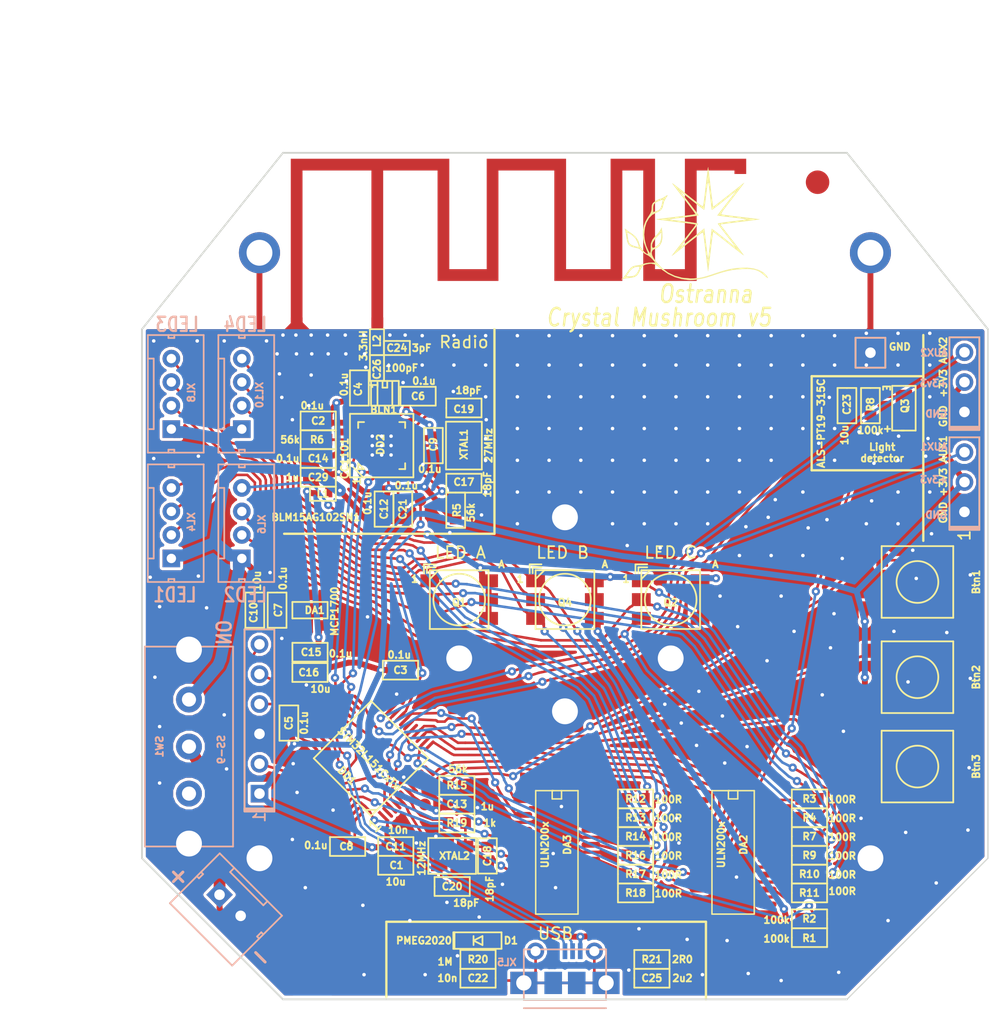
<source format=kicad_pcb>
(kicad_pcb (version 20210228) (generator pcbnew)
  (layers (0 "F.Cu" signal) (31 "B.Cu" signal) (36 "B.SilkS" user "B.Silkscreen") (37 "F.SilkS" user "F.Silkscreen") (38 "B.Mask" user) (39 "F.Mask" user) (44 "Edge.Cuts" user))
  (net 0 "")
  (net 1 "+3.3V")
  (net 2 "+BATT")
  (net 3 "/BAT_IN")
  (net 4 "/CC_CS")
  (net 5 "/CC_GDO0")
  (net 6 "/CC_MISO")
  (net 7 "/CC_MOSI")
  (net 8 "/CC_SCK")
  (net 9 "/SWCLK")
  (net 10 "/SWDIO")
  (net 11 "/UART_RX")
  (net 12 "/UART_TX")
  (net 13 "GND")
  (net 14 "/ANT2")
  (net 15 "/ANT1")
  (net 16 "/RF2")
  (net 17 "/RF1")
  (net 18 "VCC")
  (net 19 "Net-(C17-Pad1)")
  (net 20 "Net-(C19-Pad1)")
  (net 21 "Net-(C21-Pad2)")
  (net 22 "/ADC_LUM")
  (net 23 "Net-(DD1-Pad7)")
  (net 24 "/BTN1")
  (net 25 "/BTN2")
  (net 26 "/ADC_BATTERY")
  (net 27 "/BTN3")
  (net 28 "Net-(DD2-Pad17)")
  (net 29 "/AUX1")
  (net 30 "/AUX2")
  (net 31 "Net-(BLN1-Pad1)")
  (net 32 "Net-(DA2-Pad14)")
  (net 33 "Net-(DA2-Pad13)")
  (net 34 "Net-(DA2-Pad12)")
  (net 35 "Net-(DA2-Pad11)")
  (net 36 "Net-(DA2-Pad10)")
  (net 37 "/R2")
  (net 38 "/B1")
  (net 39 "/G1")
  (net 40 "/G2")
  (net 41 "/B2")
  (net 42 "/MEASURE_EN")
  (net 43 "/R1")
  (net 44 "Net-(DA2-Pad15)")
  (net 45 "Net-(DA2-Pad16)")
  (net 46 "Net-(DA3-Pad14)")
  (net 47 "Net-(DA3-Pad13)")
  (net 48 "Net-(DA3-Pad12)")
  (net 49 "Net-(DA3-Pad11)")
  (net 50 "/R4")
  (net 51 "/B3")
  (net 52 "/G3")
  (net 53 "/G4")
  (net 54 "/B4")
  (net 55 "/R3")
  (net 56 "Net-(DA3-Pad15)")
  (net 57 "Net-(DA3-Pad16)")
  (net 58 "/RO1")
  (net 59 "/GO1")
  (net 60 "/BO1")
  (net 61 "/RO2")
  (net 62 "/GO2")
  (net 63 "/BO2")
  (net 64 "/RO3")
  (net 65 "/GO3")
  (net 66 "/BO3")
  (net 67 "/RO4")
  (net 68 "/GO4")
  (net 69 "/BO4")
  (net 70 "Net-(C18-Pad1)")
  (net 71 "Net-(C20-Pad1)")
  (net 72 "Net-(DD1-Pad6)")
  (net 73 "Net-(C22-Pad1)")
  (net 74 "Net-(C25-Pad2)")
  (net 75 "Net-(D1-PadA)")
  (net 76 "/D-")
  (net 77 "/D+")
  (footprint "Radio:BALUN_JOHANSON868" (layer "F.Cu") (at 212.674 132.451 90)
    (fp_text reference "BLN1")
    (fp_text value "BALUN868JOHANSON" hide)
  )
  (footprint "Capacitors:CAP_0603" (layer "F.Cu") (at 213.6 172.6 180)
    (fp_text reference "C1")
    (fp_text value "10u")
  )
  (footprint "Capacitors:CAP_0603" (layer "F.Cu") (at 207 134.8 180)
    (fp_text reference "C2")
    (fp_text value "0.1u")
  )
  (footprint "Capacitors:CAP_0603" (layer "F.Cu") (at 214 156)
    (fp_text reference "C3")
    (fp_text value "0.1u")
  )
  (footprint "Capacitors:CAP_0603" (layer "F.Cu") (at 210.5 132 90)
    (fp_text reference "C4")
    (fp_text value "0.1u")
  )
  (footprint "Capacitors:CAP_0603" (layer "F.Cu") (at 215.5 132.7)
    (fp_text reference "C6")
    (fp_text value "0.1u")
  )
  (footprint "Capacitors:CAP_0603" (layer "F.Cu") (at 203.5 150.9 -90)
    (fp_text reference "C7")
    (fp_text value "0.1u")
  )
  (footprint "Capacitors:CAP_0603" (layer "F.Cu") (at 209.5 171 180)
    (fp_text reference "C8")
    (fp_text value "0.1u")
  )
  (footprint "Capacitors:CAP_0603" (layer "F.Cu") (at 216.8 136.9 -90)
    (fp_text reference "C9")
    (fp_text value "0.1u")
  )
  (footprint "Capacitors:CAP_0603" (layer "F.Cu") (at 201.6 150.9 -90)
    (fp_text reference "C10")
    (fp_text value "10u")
  )
  (footprint "Capacitors:CAP_0603" (layer "F.Cu") (at 213.6 171)
    (fp_text reference "C11")
    (fp_text value "10n")
  )
  (footprint "Capacitors:CAP_0603" (layer "F.Cu") (at 212.6 142.3 -90)
    (fp_text reference "C12")
    (fp_text value "0.1u")
  )
  (footprint "Capacitors:CAP_0603" (layer "F.Cu") (at 218.8 167.4)
    (fp_text reference "C13")
    (fp_text value "1u")
  )
  (footprint "Capacitors:CAP_0603" (layer "F.Cu") (at 207 138 180)
    (fp_text reference "C14")
    (fp_text value "0.1u")
  )
  (footprint "Capacitors:CAP_0603" (layer "F.Cu") (at 206.3021 154.4761 180)
    (fp_text reference "C15")
    (fp_text value "0.1u")
  )
  (footprint "Capacitors:CAP_0603" (layer "F.Cu") (at 206.3 156.2 180)
    (fp_text reference "C16")
    (fp_text value "10u")
  )
  (footprint "Capacitors:CAP_0603" (layer "F.Cu") (at 219.4 140.1 180)
    (fp_text reference "C17")
    (fp_text value "18pF")
  )
  (footprint "Capacitors:CAP_0603" (layer "F.Cu") (at 219.4 133.7)
    (fp_text reference "C19")
    (fp_text value "18pF")
  )
  (footprint "Capacitors:CAP_0603" (layer "F.Cu") (at 214.2 142.3 90)
    (fp_text reference "C21")
    (fp_text value "0.1u")
  )
  (footprint "Capacitors:CAP_0603" (layer "F.Cu") (at 252 133.5 -90)
    (fp_text reference "C23")
    (fp_text value "10u")
  )
  (footprint "Capacitors:CAP_0402" (layer "F.Cu") (at 213.7 128.6)
    (fp_text reference "C24")
    (fp_text value "3pF")
  )
  (footprint "QFN_DFN:QFN20" (layer "F.Cu") (at 212.4 136.9 90)
    (fp_text reference "DD2")
    (fp_text value "CC1101")
  )
  (footprint "PCB:Hole2d2_out3d5mm" (layer "F.Cu") (at 202 120.5)
    (fp_text reference "HOLE1" hide)
    (fp_text value "HOLE_METALLED" hide)
  )
  (footprint "PCB:Hole2d2_out3d5mm" (layer "F.Cu") (at 202 172)
    (fp_text reference "HOLE2" hide)
    (fp_text value "HOLE_METALLED" hide)
  )
  (footprint "PCB:Hole2d2_out3d5mm" (layer "F.Cu") (at 254 120.5)
    (fp_text reference "HOLE3" hide)
    (fp_text value "HOLE_METALLED" hide)
  )
  (footprint "PCB:Hole2d2_out3d5mm" (layer "F.Cu") (at 254 172)
    (fp_text reference "HOLE5" hide)
    (fp_text value "HOLE_METALLED" hide)
  )
  (footprint "Inductors:IND_0402" (layer "F.Cu") (at 207.4 141 180)
    (fp_text reference "L1")
    (fp_text value "BLM15AG102SN1")
  )
  (footprint "Inductors:IND_0402" (layer "F.Cu") (at 212 128.1 -90)
    (fp_text reference "L2")
    (fp_text value "3.3nH")
  )
  (footprint "Pictures:Ostranna_12d7_10d1" (layer "F.Cu") (at 239 118)
    (fp_text reference "Logo1" hide)
    (fp_text value "Logo" hide)
  )
  (footprint "Resistors:RES_0805" (layer "F.Cu") (at 256.848 133.722 90)
    (fp_text reference "Q3")
    (fp_text value "ALS-PT19-315C")
  )
  (footprint "Resistors:RES_0603" (layer "F.Cu") (at 248.811 178.749)
    (fp_text reference "R1")
    (fp_text value "100k")
  )
  (footprint "Resistors:RES_0603" (layer "F.Cu") (at 248.811 177.149 180)
    (fp_text reference "R2")
    (fp_text value "100k")
  )
  (footprint "Resistors:RES_0603" (layer "F.Cu") (at 218.7 142.4 -90)
    (fp_text reference "R5")
    (fp_text value "56k")
  )
  (footprint "Resistors:RES_0603" (layer "F.Cu") (at 207 136.4 180)
    (fp_text reference "R6")
    (fp_text value "56k")
  )
  (footprint "Resistors:RES_0603" (layer "F.Cu") (at 254 133.5 -90)
    (fp_text reference "R8")
    (fp_text value "100k")
  )
  (footprint "PCB:REF_POINT_2MM" (layer "F.Cu") (at 249.5 114.5)
    (fp_text reference "RP1" hide)
    (fp_text value "REFPOINT" hide)
  )
  (footprint "PCB:REF_POINT_2MM" (layer "F.Cu") (at 206.5 181.5)
    (fp_text reference "RP2" hide)
    (fp_text value "REFPOINT" hide)
  )
  (footprint "BtnsSwitches:BTN_6x6_4x4" (layer "F.Cu") (at 258 148.5)
    (fp_text reference "SW2" hide)
    (fp_text value "BUTTON" hide)
  )
  (footprint "BtnsSwitches:BTN_6x6_4x4" (layer "F.Cu") (at 258 164.2 180)
    (fp_text reference "SW3" hide)
    (fp_text value "BUTTON" hide)
  )
  (footprint "BtnsSwitches:BTN_6x6_4x4" (layer "F.Cu") (at 258 156.6)
    (fp_text reference "SW4" hide)
    (fp_text value "BUTTON" hide)
  )
  (footprint "PCB:TESTPOINT_1MM" (layer "F.Cu") (at 216.08 167.422)
    (fp_text reference "TP1" hide)
    (fp_text value "TESTPOINT" hide)
  )
  (footprint "PCB:TESTPOINT_1MM" (layer "F.Cu") (at 215.703 141.544)
    (fp_text reference "TP2" hide)
    (fp_text value "TESTPOINT" hide)
  )
  (footprint "Connectors:PLS-1Rnd" (layer "F.Cu") (at 254 129)
    (fp_text reference "XL2" hide)
    (fp_text value "CONN_1" hide)
  )
  (footprint "Quartz:03225C4" (layer "F.Cu") (at 219.4 136.9 90)
    (fp_text reference "XTAL1")
    (fp_text value "27MHz")
  )
  (footprint "SOT:SOT23-3A" (layer "F.Cu") (at 206.3 150.9 180)
    (fp_text reference "DA1")
    (fp_text value "MCP1700")
  )
  (footprint "Connectors:PLS-3" (layer "F.Cu") (at 262 142.54 90)
    (fp_text reference "XL14" hide)
    (fp_text value "CONN_3" hide)
  )
  (footprint "Connectors:PLS-3" (layer "F.Cu") (at 262 134.04 90)
    (fp_text reference "XL15" hide)
    (fp_text value "CONN_3" hide)
  )
  (footprint "Capacitors:CAP_0402" (layer "F.Cu") (at 212 130.3 -90)
    (fp_text reference "C26")
    (fp_text value "100pF")
  )
  (footprint "Capacitors:CAP_0603" (layer "F.Cu") (at 207 139.6 180)
    (fp_text reference "C29")
    (fp_text value "1u")
  )
  (footprint "Antennas:ANT_IFA_MUSHROOM" (layer "F.Cu") (at 212 127)
    (fp_text reference "ANT1" hide)
    (fp_text value "AntIFAMushroom" hide)
  )
  (footprint "Capacitors:CAP_0603" (layer "F.Cu") (at 204.5 160.5 90)
    (fp_text reference "C5")
    (fp_text value "0.1u")
  )
  (footprint "SO_DIL_TSSOP:SO16_150MIL" (layer "F.Cu") (at 242.311 170.849 -90)
    (fp_text reference "DA2")
    (fp_text value "ULN200x")
  )
  (footprint "SO_DIL_TSSOP:SO16_150MIL" (layer "F.Cu") (at 227.311 170.849 -90)
    (fp_text reference "DA3")
    (fp_text value "ULN200x")
  )
  (footprint "LQFP_TQFP:LQFP48" (layer "F.Cu") (at 211.5 163.5 135)
    (fp_text reference "DD1")
    (fp_text value "STM32L151CxTx")
  )
  (footprint "LEDs:LED_5050" (layer "F.Cu") (at 219 150)
    (fp_text reference "Q1")
    (fp_text value "LED_5050_new" hide)
  )
  (footprint "LEDs:LED_5050" (layer "F.Cu") (at 237 150)
    (fp_text reference "Q2")
    (fp_text value "LED_5050_new" hide)
  )
  (footprint "LEDs:LED_5050" (layer "F.Cu") (at 228 150)
    (fp_text reference "Q4")
    (fp_text value "LED_5050_new" hide)
  )
  (footprint "Resistors:RES_0603" (layer "F.Cu") (at 248.811 166.949)
    (fp_text reference "R3")
    (fp_text value "100R")
  )
  (footprint "Resistors:RES_0603" (layer "F.Cu") (at 248.811 168.549)
    (fp_text reference "R4")
    (fp_text value "100R")
  )
  (footprint "Resistors:RES_0603" (layer "F.Cu") (at 248.811 170.149)
    (fp_text reference "R7")
    (fp_text value "100R")
  )
  (footprint "Resistors:RES_0603" (layer "F.Cu") (at 248.811 171.749)
    (fp_text reference "R9")
    (fp_text value "100R")
  )
  (footprint "Resistors:RES_0603" (layer "F.Cu") (at 248.811 173.349)
    (fp_text reference "R10")
    (fp_text value "100R")
  )
  (footprint "Resistors:RES_0603" (layer "F.Cu") (at 248.811 174.949)
    (fp_text reference "R11")
    (fp_text value "100R")
  )
  (footprint "Resistors:RES_0603" (layer "F.Cu") (at 234.011 166.949)
    (fp_text reference "R12")
    (fp_text value "100R")
  )
  (footprint "Resistors:RES_0603" (layer "F.Cu") (at 234.011 168.549)
    (fp_text reference "R13")
    (fp_text value "100R")
  )
  (footprint "Resistors:RES_0603" (layer "F.Cu") (at 234.011 170.149)
    (fp_text reference "R14")
    (fp_text value "100R")
  )
  (footprint "Resistors:RES_0603" (layer "F.Cu") (at 218.8 165.8 180)
    (fp_text reference "R15")
    (fp_text value "56k")
  )
  (footprint "Resistors:RES_0603" (layer "F.Cu") (at 234.011 171.749)
    (fp_text reference "R16")
    (fp_text value "100R")
  )
  (footprint "Resistors:RES_0603" (layer "F.Cu") (at 234.011 173.349)
    (fp_text reference "R17")
    (fp_text value "100R")
  )
  (footprint "Resistors:RES_0603" (layer "F.Cu") (at 234.011 174.949)
    (fp_text reference "R18")
    (fp_text value "100R")
  )
  (footprint "PCB:Hole2d2_out3d5mm" (layer "F.Cu") (at 228 143)
    (fp_text reference "HOLE4" hide)
    (fp_text value "HOLE_METALLED" hide)
  )
  (footprint "PCB:Hole2d2_out3d5mm" (layer "F.Cu") (at 237 155)
    (fp_text reference "HOLE6" hide)
    (fp_text value "HOLE_METALLED" hide)
  )
  (footprint "PCB:Hole2d2_out3d5mm" (layer "F.Cu") (at 219 155)
    (fp_text reference "HOLE7" hide)
    (fp_text value "HOLE_METALLED" hide)
  )
  (footprint "PCB:Hole2d2_out3d5mm" (layer "F.Cu") (at 228 159.5)
    (fp_text reference "HOLE8" hide)
    (fp_text value "HOLE_METALLED" hide)
  )
  (footprint "Capacitors:CAP_0603" (layer "F.Cu") (at 221.4 171.8 -90)
    (fp_text reference "C18")
    (fp_text value "18pF")
  )
  (footprint "Capacitors:CAP_0603" (layer "F.Cu") (at 218.4 174.4)
    (fp_text reference "C20")
    (fp_text value "18pF")
  )
  (footprint "Resistors:RES_0603" (layer "F.Cu") (at 218.8 169 180)
    (fp_text reference "R19")
    (fp_text value "1k")
  )
  (footprint "Quartz:03225C4" (layer "F.Cu") (at 218.4 171.8 180)
    (fp_text reference "XTAL2")
    (fp_text value "12MHz")
  )
  (footprint "Capacitors:CAP_0603" (layer "F.Cu") (at 220.6 182.2 180)
    (fp_text reference "C22")
    (fp_text value "10n")
  )
  (footprint "Capacitors:CAP_0603" (layer "F.Cu") (at 235.4 182.2)
    (fp_text reference "C25")
    (fp_text value "2u2")
  )
  (footprint "Diodes:SOD323" (layer "F.Cu") (at 220.6 179)
    (fp_text reference "D1")
    (fp_text value "PMEG2020")
  )
  (footprint "Resistors:RES_0603" (layer "F.Cu") (at 220.6 180.6 180)
    (fp_text reference "R20")
    (fp_text value "1M")
  )
  (footprint "Resistors:RES_0603" (layer "F.Cu") (at 235.4 180.6 180)
    (fp_text reference "R21")
    (fp_text value "2R0")
  )
  (footprint "Connectors:PLS-6" (layer "B.Cu") (at 202 166.5 90)
    (fp_text reference "XL1" hide)
    (fp_text value "CONN_6" hide)
  )
  (footprint "Connectors:W02_Pitch_2d54" (layer "B.Cu") (at 199.5 176 -45)
    (fp_text reference "XL3" hide)
    (fp_text value "CONN_2" hide)
  )
  (footprint "BtnsSwitches:SW_SS9" (layer "B.Cu") (at 196 162.5 -90)
    (fp_text reference "SW1")
    (fp_text value "SS-9")
  )
  (footprint "Connectors:WB-04(MW-4M)" (layer "B.Cu") (at 194.5 143.5 90)
    (fp_text reference "XL4")
    (fp_text value "CONN_4" hide)
  )
  (footprint "Connectors:WB-04(MW-4M)" (layer "B.Cu") (at 200.5 143.5 90)
    (fp_text reference "XL6")
    (fp_text value "CONN_4" hide)
  )
  (footprint "Connectors:WB-04(MW-4M)" (layer "B.Cu") (at 194.5 132.5 90)
    (fp_text reference "XL8")
    (fp_text value "CONN_4" hide)
  )
  (footprint "Connectors:WB-04(MW-4M)" (layer "B.Cu") (at 200.5 132.5 90)
    (fp_text reference "XL10")
    (fp_text value "CONN_4" hide)
  )
  (footprint "Connectors:USBmicro_MOLEX_1050170001" (layer "B.Cu") (at 228 184.05 180)
    (fp_text reference "XL5")
    (fp_text value "USB_MICRO_2H" hide)
  )
  (gr_line (start 258.5 127.5) (end 258.5 145) (layer "F.SilkS") (width 0.2))
  (gr_line (start 249 131) (end 258.5 131) (layer "F.SilkS") (width 0.2))
  (gr_line (start 258.5 139) (end 249 139) (layer "F.SilkS") (width 0.2))
  (gr_line (start 240 177.4) (end 212.8 177.4) (layer "F.SilkS") (width 0.2))
  (gr_line (start 222 144.4) (end 222 127) (layer "F.SilkS") (width 0.2))
  (gr_line (start 249 139) (end 249 131) (layer "F.SilkS") (width 0.2))
  (gr_line (start 240 184) (end 240 177.4) (layer "F.SilkS") (width 0.2))
  (gr_line (start 204.1 144.4) (end 222 144.4) (angle 90) (layer "F.SilkS") (width 0.2))
  (gr_line (start 212.8 177.4) (end 212.8 183.8) (layer "F.SilkS") (width 0.2))
  (gr_line (start 204 184) (end 192 172) (layer "Edge.Cuts") (width 0.15))
  (gr_line (start 252 184) (end 204 184) (angle 90) (layer "Edge.Cuts") (width 0.15))
  (gr_line (start 192 127) (end 204 112) (layer "Edge.Cuts") (width 0.15))
  (gr_line (start 192 172) (end 192 127) (layer "Edge.Cuts") (width 0.15))
  (gr_line (start 252 112) (end 264 127) (angle 90) (layer "Edge.Cuts") (width 0.15))
  (gr_line (start 252 184) (end 264 172) (layer "Edge.Cuts") (width 0.1))
  (gr_line (start 204 112) (end 252 112) (angle 90) (layer "Edge.Cuts") (width 0.15))
  (gr_line (start 264 172) (end 264 127) (layer "Edge.Cuts") (width 0.1))
  (gr_text "LED3" (at 195 126.6) (layer "B.SilkS") (effects (font (size 1.2 1) (thickness 0.2)) (justify mirror)))
  (gr_text "ON" (at 199 152.8 90) (layer "B.SilkS") (effects (font (size 1.2 1) (thickness 0.2)) (justify mirror)))
  (gr_text "LED2" (at 200.8 149.6) (layer "B.SilkS") (effects (font (size 1.2 1) (thickness 0.2)) (justify mirror)))
  (gr_text "LED4" (at 200.8 126.6) (layer "B.SilkS") (effects (font (size 1.2 1) (thickness 0.2)) (justify mirror)))
  (gr_text "-" (at 202 180.5 135) (layer "B.SilkS") (effects (font (size 1.5 1.5) (thickness 0.25)) (justify mirror)))
  (gr_text "GND" (at 259.6 142.8) (layer "B.SilkS") (effects (font (size 0.6 0.6)) (justify mirror)))
  (gr_text "AUX1" (at 259.4 137) (layer "B.SilkS") (effects (font (size 0.6 0.6)) (justify mirror)))
  (gr_text "+3v3" (at 259.4 131.6) (layer "B.SilkS") (effects (font (size 0.6 0.6)) (justify mirror)))
  (gr_text "LED1" (at 194.8 149.6) (layer "B.SilkS") (effects (font (size 1.2 1) (thickness 0.2)) (justify mirror)))
  (gr_text "+" (at 195 173.5 45) (layer "B.SilkS") (effects (font (size 1.5 1.5) (thickness 0.25)) (justify mirror)))
  (gr_text "+3v3" (at 259.4 139.8) (layer "B.SilkS") (effects (font (size 0.6 0.6)) (justify mirror)))
  (gr_text "GND" (at 259.6 134.2) (layer "B.SilkS") (effects (font (size 0.6 0.6)) (justify mirror)))
  (gr_text "AUX2" (at 259.4 129) (layer "B.SilkS") (effects (font (size 0.6 0.6)) (justify mirror)))
  (gr_text "+3V3" (at 260.2 140 90) (layer "F.SilkS") (effects (font (size 0.6 0.6))))
  (gr_text "+3V3" (at 260.2 131.6 90) (layer "F.SilkS") (effects (font (size 0.6 0.6))))
  (gr_text "LED C" (at 237 146) (layer "F.SilkS") (effects (font (size 1 1))))
  (gr_text "Light\ndetector" (at 255 137.5) (layer "F.SilkS") (effects (font (size 0.6 0.6))))
  (gr_text "AUX1" (at 260.2 137.2 90) (layer "F.SilkS") (effects (font (size 0.6 0.6))))
  (gr_text "Btn2" (at 263 156.6 90) (layer "F.SilkS") (effects (font (size 0.6 0.6))))
  (gr_text "LED A" (at 219.1 146) (layer "F.SilkS") (effects (font (size 1 1))))
  (gr_text "+" (at 255.448078 135.522039 180) (layer "F.SilkS") (effects (font (size 0.6 0.6))))
  (gr_text "GND" (at 260.2 142.6 90) (layer "F.SilkS") (effects (font (size 0.6 0.6))))
  (gr_text "AUX2" (at 260.2 128.8 90) (layer "F.SilkS") (effects (font (size 0.6 0.6))))
  (gr_text "Ostranna" (at 240 124) (layer "F.SilkS") (effects (font (size 1.5 1.2) (thickness 0.2) italic)))
  (gr_text "Radio" (at 219.4 128.1) (layer "F.SilkS") (effects (font (size 1 1))))
  (gr_text "USB" (at 227.2 178.4) (layer "F.SilkS") (effects (font (size 1 1))))
  (gr_text "Btn1" (at 263 148.5 90) (layer "F.SilkS") (effects (font (size 0.6 0.6))))
  (gr_text "Btn3" (at 263 164.2 90) (layer "F.SilkS") (effects (font (size 0.6 0.6))))
  (gr_text "GND" (at 256.5 128.5) (layer "F.SilkS") (effects (font (size 0.6 0.6))))
  (gr_text "GND" (at 260.2 134.4 90) (layer "F.SilkS") (effects (font (size 0.6 0.6))))
  (gr_text "E" (at 255.348078 132 270) (layer "F.SilkS") (effects (font (size 0.6 0.6))))
  (gr_text "LED B" (at 227.8 146) (layer "F.SilkS") (effects (font (size 1 1))))
  (gr_text "Crystal Mushroom v5" (at 236 126) (layer "F.SilkS") (effects (font (size 1.5 1.2) (thickness 0.2) italic)))
  (segment (start 217.4899 167.658) (end 217.0434 167.9462) (width 0.5) (layer "F.Cu") (net 1))
  (segment (start 217.0434 167.0229) (end 216.4791 166.4586) (width 0.5) (layer "F.Cu") (net 1))
  (segment (start 213.238 156) (end 212.9035 156.398) (width 0.22) (layer "F.Cu") (net 1))
  (segment (start 212.5607 168.4497) (end 212.8895 168.8138) (width 0.22) (layer "F.Cu") (net 1))
  (segment (start 207.063 155.692) (end 207.063 155.942) (width 0.5) (layer "F.Cu") (net 1))
  (segment (start 211.585 171.067) (end 212.3935 171.067) (width 0.5) (layer "F.Cu") (net 1))
  (segment (start 207.063 155.942) (end 207.062 156.2) (width 0.5) (layer "F.Cu") (net 1))
  (segment (start 212.8895 169.1935) (end 212.7622 169.4712) (width 0.22) (layer "F.Cu") (net 1))
  (segment (start 260.6999 133.0621) (end 259.3764 135.1453) (width 0.5) (layer "F.Cu") (net 1))
  (segment (start 204.758 161.7065) (end 204.758 161.8101) (width 0.5) (layer "F.Cu") (net 1))
  (segment (start 255.25 162.35) (end 255 162.35) (width 0.5) (layer "F.Cu") (net 1))
  (segment (start 212.838 172.342) (end 212.838 172.6) (width 0.5) (layer "F.Cu") (net 1))
  (segment (start 215.8797 166.1244) (end 216.1288 166.3014) (width 0.22) (layer "F.Cu") (net 1))
  (segment (start 205.008 161.4565) (end 204.898 161.4565) (width 0.22) (layer "F.Cu") (net 1))
  (segment (start 212.8895 170.492) (end 212.8895 170.742) (width 0.5) (layer "F.Cu") (net 1))
  (segment (start 210.1105 168.7785) (end 210.1105 170.492) (width 0.22) (layer "F.Cu") (net 1))
  (segment (start 210.1105 170.492) (end 210.1105 170.602) (width 0.22) (layer "F.Cu") (net 1))
  (segment (start 207.06 152.7536) (end 207.028 153.2001) (width 0.5) (layer "F.Cu") (net 1))
  (segment (start 212.7935 156.508) (end 212.8895 158.2215) (width 0.22) (layer "F.Cu") (net 1))
  (segment (start 210.7065 171.067) (end 210.4565 171.067) (width 0.5) (layer "F.Cu") (net 1))
  (segment (start 212.3935 171.067) (end 212.6435 171.067) (width 0.5) (layer "F.Cu") (net 1))
  (segment (start 217.5935 167.658) (end 217.4899 167.658) (width 0.5) (layer "F.Cu") (net 1))
  (segment (start 207.028 154.2181) (end 207.0641 154.4761) (width 0.5) (layer "F.Cu") (net 1))
  (segment (start 262 131.5) (end 260.6999 133.0621) (width 0.5) (layer "F.Cu") (net 1))
  (segment (start 257.6516 135.042) (end 257.548 135.042) (width 0.5) (layer "F.Cu") (net 1))
  (segment (start 212.3356 155.9886) (end 212.7935 155.9886) (width 0.5) (layer "F.Cu") (net 1))
  (segment (start 261 162.35) (end 260.75 162.35) (width 0.5) (layer "F.Cu") (net 1))
  (segment (start 217.8435 167.658) (end 217.5935 167.658) (width 0.5) (layer "F.Cu") (net 1))
  (segment (start 212.8895 169.5295) (end 212.8895 170.492) (width 0.5) (layer "F.Cu") (net 1))
  (segment (start 260.75 150.35) (end 261 150.35) (width 0.5) (layer "F.Cu") (net 1))
  (segment (start 255.25 150.35) (end 255.5 150.35) (width 0.5) (layer "F.Cu") (net 1))
  (segment (start 257.298 135.042) (end 256.848 134.722) (width 0.5) (layer "F.Cu") (net 1))
  (segment (start 206.85 140.95) (end 206.9 141) (width 0.5) (layer "F.Cu") (net 1))
  (segment (start 255.5 162.35) (end 255.25 162.35) (width 0.5) (layer "F.Cu") (net 1))
  (segment (start 255.25 158.45) (end 255.5 158.45) (width 0.5) (layer "F.Cu") (net 1))
  (segment (start 253.5215 151.8572) (end 253.5215 151.35) (width 0.5) (layer "F.Cu") (net 1))
  (segment (start 206.6 140.95) (end 206.85 140.95) (width 0.5) (layer "F.Cu") (net 1))
  (segment (start 212.8895 168.9694) (end 212.8895 169.5295) (width 0.22) (layer "F.Cu") (net 1))
  (segment (start 255 158.45) (end 255.25 158.45) (width 0.5) (layer "F.Cu") (net 1))
  (segment (start 253.5253 158.25) (end 254 158.85) (width 0.5) (layer "F.Cu") (net 1))
  (segment (start 215.7179 165.9501) (end 215.8638 166.0968) (width 0.22) (layer "F.Cu") (net 1))
  (segment (start 216.4791 166.4586) (end 216.0476 166.4155) (width 0.5) (layer "F.Cu") (net 1))
  (segment (start 260.5 158.45) (end 260.75 158.45) (width 0.5) (layer "F.Cu") (net 1))
  (segment (start 212.8895 168.8138) (end 212.8895 168.9694) (width 0.22) (layer "F.Cu") (net 1))
  (segment (start 254 159.2) (end 254 158.85) (width 0.5) (layer "F.Cu") (net 1))
  (segment (start 217.0434 167.9462) (end 217.0434 167.0229) (width 0.5) (layer "F.Cu") (net 1))
  (segment (start 212.6435 171.067) (end 212.838 171) (width 0.5) (layer "F.Cu") (net 1))
  (segment (start 206.2215 162.1105) (end 205.8007 161.9509) (width 0.22) (layer "F.Cu") (net 1))
  (segment (start 212.8895 169.1935) (end 213.0168 169.4712) (width 0.22) (layer "F.Cu") (net 1))
  (segment (start 207.06 152.4) (end 207.06 152.65) (width 0.5) (layer "F.Cu") (net 1))
  (segment (start 259.8001 135.9272) (end 260.7042 138.0045) (width 0.5) (layer "F.Cu") (net 1))
  (segment (start 218.038 167.4) (end 217.8435 167.658) (width 0.5) (layer "F.Cu") (net 1))
  (segment (start 260.75 158.45) (end 261 158.45) (width 0.5) (layer "F.Cu") (net 1))
  (segment (start 207.028 153.9681) (end 207.028 154.2181) (width 0.5) (layer "F.Cu") (net 1))
  (segment (start 254 161.35) (end 254 159.45) (width 0.5) (layer "F.Cu") (net 1))
  (segment (start 213.0435 155.9886) (end 213.238 156) (width 0.5) (layer "F.Cu") (net 1))
  (segment (start 205.2524 161.596) (end 205.008 161.4565) (width 0.22) (layer "F.Cu") (net 1))
  (segment (start 206.5503 162.4393) (end 206.2215 162.1105) (width 0.22) (layer "F.Cu") (net 1))
  (segment (start 212.8895 170.742) (end 212.838 171) (width 0.5) (layer "F.Cu") (net 1))
  (segment (start 204.758 161.4565) (end 204.758 161.7065) (width 0.5) (layer "F.Cu") (net 1))
  (segment (start 207.063 154.7341) (end 207.063 154.9841) (width 0.5) (layer "F.Cu") (net 1))
  (segment (start 259.3764 135.1453) (end 259.8001 135.9272) (width 0.5) (layer "F.Cu") (net 1))
  (segment (start 257.548 135.042) (end 257.298 135.042) (width 0.5) (layer "F.Cu") (net 1))
  (segment (start 207.063 154.9841) (end 207.063 155.692) (width 0.5) (layer "F.Cu") (net 1))
  (segment (start 215.3891 165.6213) (end 215.7179 165.9501) (width 0.22) (layer "F.Cu") (net 1))
  (segment (start 206.0498 140.805) (end 206.4964 140.95) (width 0.5) (layer "F.Cu") (net 1))
  (segment (start 204.758 161.8101) (end 204.9788 162.2566) (width 0.5) (layer "F.Cu") (net 1))
  (segment (start 207.6101 155.942) (end 208.0562 155.7542) (width 0.5) (layer "F.Cu") (net 1))
  (segment (start 215.8797 166.1244) (end 215.9082 166.4286) (width 0.22) (layer "F.Cu") (net 1))
  (segment (start 212.8895 158.2215) (end 212.5607 158.5503) (width 0.22) (layer "F.Cu") (net 1))
  (segment (start 210.4565 171.067) (end 210.262 171) (width 0.5) (layer "F.Cu") (net 1))
  (segment (start 254 161.6) (end 254 161.35) (width 0.5) (layer "F.Cu") (net 1))
  (segment (start 260.5 150.35) (end 260.75 150.35) (width 0.5) (layer "F.Cu") (net 1))
  (segment (start 212.838 171) (end 212.838 171.258) (width 0.5) (layer "F.Cu") (net 1))
  (segment (start 260.7042 138.0045) (end 262 140) (width 0.5) (layer "F.Cu") (net 1))
  (segment (start 260.5 162.35) (end 255.5 162.35) (width 0.5) (layer "F.Cu") (net 1))
  (segment (start 207.062 156.2) (end 207.2565 155.942) (width 0.5) (layer "F.Cu") (net 1))
  (segment (start 207.5065 155.942) (end 207.6101 155.942) (width 0.5) (layer "F.Cu") (net 1))
  (segment (start 206.4964 140.95) (end 206.6 140.95) (width 0.5) (layer "F.Cu") (net 1))
  (segment (start 210.4393 168.4497) (end 210.1105 168.7785) (width 0.22) (layer "F.Cu") (net 1))
  (segment (start 204.5 161.262) (end 204.758 161.4565) (width 0.5) (layer "F.Cu") (net 1))
  (segment (start 207.028 153.2001) (end 207.028 153.9681) (width 0.5) (layer "F.Cu") (net 1))
  (segment (start 255.5 150.35) (end 260.5 150.35) (width 0.5) (layer "F.Cu") (net 1))
  (segment (start 255.5 158.45) (end 260.5 158.45) (width 0.5) (layer "F.Cu") (net 1))
  (segment (start 260.75 162.35) (end 260.5 162.35) (width 0.5) (layer "F.Cu") (net 1))
  (segment (start 212.838 172.092) (end 212.838 172.342) (width 0.5) (layer "F.Cu") (net 1))
  (segment (start 253.5253 156.6164) (end 253.5253 158.25) (width 0.5) (layer "F.Cu") (net 1))
  (segment (start 215.8638 166.0968) (end 216.0476 166.4155) (width 0.22) (layer "F.Cu") (net 1))
  (segment (start 204.898 161.4565) (end 204.5 161.262) (width 0.22) (layer "F.Cu") (net 1))
  (segment (start 253.5215 151.35) (end 253.5215 151.1) (width 0.5) (layer "F.Cu") (net 1))
  (segment (start 208.0562 155.7542) (end 209.5868 155.3624) (width 0.5) (layer "F.Cu") (net 1))
  (segment (start 207.2565 155.942) (end 207.5065 155.942) (width 0.5) (layer "F.Cu") (net 1))
  (segment (start 212.9035 156.398) (end 212.7935 156.508) (width 0.22) (layer "F.Cu") (net 1))
  (segment (start 210.3324 155.3624) (end 212.3356 155.9886) (width 0.5) (layer "F.Cu") (net 1))
  (segment (start 209.5868 155.3624) (end 210.3324 155.3624) (width 0.5) (layer "F.Cu") (net 1))
  (segment (start 207.06 152.65) (end 207.06 152.7536) (width 0.5) (layer "F.Cu") (net 1))
  (segment (start 255 150.35) (end 255.25 150.35) (width 0.5) (layer "F.Cu") (net 1))
  (segment (start 254 161.95) (end 254 161.6) (width 0.5) (layer "F.Cu") (net 1))
  (segment (start 207.0641 154.4761) (end 207.063 154.7341) (width 0.5) (layer "F.Cu") (net 1))
  (segment (start 254 159.45) (end 254 159.2) (width 0.5) (layer "F.Cu") (net 1))
  (segment (start 212.7935 155.9886) (end 213.0435 155.9886) (width 0.5) (layer "F.Cu") (net 1))
  (segment (start 207.26 152.2) (end 207.06 152.4) (width 0.5) (layer "F.Cu") (net 1))
  (segment (start 212.838 171.258) (end 212.838 171.508) (width 0.5) (layer "F.Cu") (net 1))
  (segment (start 253.5215 151.1) (end 254 150.75) (width 0.5) (layer "F.Cu") (net 1))
  (segment (start 210.1105 170.602) (end 210.262 171) (width 0.22) (layer "F.Cu") (net 1))
  (segment (start 212.838 171.508) (end 212.838 172.092) (width 0.5) (layer "F.Cu") (net 1))
  (segment (start 205.8007 161.9509) (end 205.2524 161.596) (width 0.22) (layer "F.Cu") (net 1))
  (segment (start 211.585 171.067) (end 210.7065 171.067) (width 0.5) (layer "F.Cu") (net 1))
  (segment (start 259.3764 135.1453) (end 257.6516 135.042) (width 0.5) (layer "F.Cu") (net 1))
  (via (at 217.0434 167.9462) (size 0.7) (drill 0.3) (layers "F.Cu" "B.Cu") (net 1))
  (via (at 211.585 171.067) (size 0.7) (drill 0.3) (layers "F.Cu" "B.Cu") (net 1))
  (via (at 204.9788 162.2566) (size 0.7) (drill 0.3) (layers "F.Cu" "B.Cu") (net 1))
  (via (at 207.028 153.2001) (size 0.7) (drill 0.3) (layers "F.Cu" "B.Cu") (net 1))
  (via (at 253.5215 151.8572) (size 0.7) (drill 0.3) (layers "F.Cu" "B.Cu") (net 1))
  (via (at 253.5253 156.6164) (size 0.7) (drill 0.3) (layers "F.Cu" "B.Cu") (net 1))
  (via (at 212.3356 155.9886) (size 0.7) (drill 0.3) (layers "F.Cu" "B.Cu") (net 1))
  (via (at 206.0498 140.805) (size 0.7) (drill 0.3) (layers "F.Cu" "B.Cu") (net 1))
  (segment (start 204.9788 162.2566) (end 209.9886 162.3538) (width 0.5) (layer "B.Cu") (net 1))
  (segment (start 215.3424 142.7091) (end 216.088 142.7091) (width 0.5) (layer "B.Cu") (net 1))
  (segment (start 241.2229 147.2832) (end 249.7264 148.4085) (width 0.5) (layer "B.Cu") (net 1))
  (segment (start 212.5461 147.1114) (end 212.5461 145.9952) (width 0.5) (layer "B.Cu") (net 1))
  (segment (start 210.4951 161.6367) (end 210.514 160.4055) (width 0.5) (layer "B.Cu") (net 1))
  (segment (start 203.9693 163.583) (end 202.75 165.75) (width 0.5) (layer "B.Cu") (net 1))
  (segment (start 202.5 167) (end 202.75 167.25) (width 0.5) (layer "B.Cu") (net 1))
  (segment (start 202.75 167.25) (end 211.585 171.067) (width 0.5) (layer "B.Cu") (net 1))
  (segment (start 212.5461 145.9952) (end 212.5687 145.9407) (width 0.5) (layer "B.Cu") (net 1))
  (segment (start 212.8154 166.0839) (end 212.4254 165.8483) (width 0.5) (layer "B.Cu") (net 1))
  (segment (start 212.4254 165.8483) (end 212.3709 165.8257) (width 0.5) (layer "B.Cu") (net 1))
  (segment (start 202 166.5) (end 202.5 167) (width 0.5) (layer "B.Cu") (net 1))
  (segment (start 204.9788 162.2566) (end 203.9693 163.583) (width 0.5) (layer "B.Cu") (net 1))
  (segment (start 249.7264 148.4085) (end 252.8182 149.2944) (width 0.5) (layer "B.Cu") (net 1))
  (segment (start 207.028 153.2001) (end 206.0498 140.805) (width 0.5) (layer "B.Cu") (net 1))
  (segment (start 202.75 165.75) (end 202.5 166) (width 0.5) (layer "B.Cu") (net 1))
  (segment (start 212.6171 150.9085) (end 212.5461 147.1114) (width 0.5) (layer "B.Cu") (net 1))
  (segment (start 210.3646 162.8944) (end 209.9886 162.3538) (width 0.5) (layer "B.Cu") (net 1))
  (segment (start 212.6171 152.0247) (end 212.6171 150.9085) (width 0.5) (layer "B.Cu") (net 1))
  (segment (start 232.9272 146.3001) (end 241.2229 147.2832) (width 0.5) (layer "B.Cu") (net 1))
  (segment (start 210.7578 159.3794) (end 212.3356 155.9886) (width 0.5) (layer "B.Cu") (net 1))
  (segment (start 211.8959 165.7728) (end 211.3921 165.269) (width 0.5) (layer "B.Cu") (net 1))
  (segment (start 210.514 160.4055) (end 210.697 159.6349) (width 0.5) (layer "B.Cu") (net 1))
  (segment (start 252.8182 149.2944) (end 262 140) (width 0.5) (layer "B.Cu") (net 1))
  (segment (start 202.5 166) (end 202 166.5) (width 0.5) (layer "B.Cu") (net 1))
  (segment (start 210.697 159.6349) (end 210.7578 159.3794) (width 0.5) (layer "B.Cu") (net 1))
  (segment (start 211.3921 165.269) (end 210.3646 162.8944) (width 0.5) (layer "B.Cu") (net 1))
  (segment (start 209.9886 162.3538) (end 210.4951 161.6367) (width 0.5) (layer "B.Cu") (net 1))
  (segment (start 217.0434 167.9462) (end 213.6661 166.4989) (width 0.5) (layer "B.Cu") (net 1))
  (segment (start 227.2669 145.3001) (end 232.9272 146.3001) (width 0.5) (layer "B.Cu") (net 1))
  (segment (start 214.8151 143.2364) (end 215.3424 142.7091) (width 0.5) (layer "B.Cu") (net 1))
  (segment (start 212.5687 145.9407) (end 214.8151 143.2364) (width 0.5) (layer "B.Cu") (net 1))
  (segment (start 253.5215 151.8572) (end 253.5253 156.6164) (width 0.5) (layer "B.Cu") (net 1))
  (segment (start 212.3356 155.9886) (end 212.6171 152.0247) (width 0.5) (layer "B.Cu") (net 1))
  (segment (start 216.088 142.7091) (end 223.5772 144.4501) (width 0.5) (layer "B.Cu") (net 1))
  (segment (start 213.6661 166.4989) (end 212.8154 166.0839) (width 0.5) (layer "B.Cu") (net 1))
  (segment (start 253.5215 151.8572) (end 252.8182 149.2944) (width 0.5) (layer "B.Cu") (net 1))
  (segment (start 223.5772 144.4501) (end 227.2669 145.3001) (width 0.5) (layer "B.Cu") (net 1))
  (segment (start 212.3709 165.8257) (end 211.8959 165.7728) (width 0.5) (layer "B.Cu") (net 1))
  (segment (start 202.1943 149.1012) (end 201.25 147.25) (width 0.5) (layer "F.Cu") (net 2))
  (segment (start 239.5 148.7) (end 239.5 148.95) (width 0.5) (layer "F.Cu") (net 2))
  (segment (start 201.858 149.6935) (end 201.858 149.5899) (width 0.5) (layer "F.Cu") (net 2))
  (segment (start 230.5 151.3) (end 230.5 151.6) (width 0.5) (layer "F.Cu") (net 2))
  (segment (start 230.5 148.4) (end 231.05 148.1) (width 0.5) (layer "F.Cu") (net 2))
  (segment (start 247.3831 178.1991) (end 247.611 178.249) (width 0.5) (layer "F.Cu") (net 2))
  (segment (start 221.5 150.3) (end 221.5 150.55) (width 0.5) (layer "F.Cu") (net 2))
  (segment (start 206.1 149.4) (end 206.3 149.6) (width 0.5) (layer "F.Cu") (net 2))
  (segment (start 211.5419 143.7344) (end 211.8641 144.0566) (width 0.5) (layer "F.Cu") (net 2))
  (segment (start 239.5 151.3) (end 239.5 151.6) (width 0.5) (layer "F.Cu") (net 2))
  (segment (start 230.791 151.9) (end 230.5 151.6) (width 0.5) (layer "F.Cu") (net 2))
  (segment (start 211.8641 144.0566) (end 214.7313 144.0929) (width 0.5) (layer "F.Cu") (net 2))
  (segment (start 240.05 148.1833) (end 239.5 148.4) (width 0.5) (layer "F.Cu") (net 2))
  (segment (start 231.3 148.1) (end 231.4036 148.1) (width 0.5) (layer "F.Cu") (net 2))
  (segment (start 230.5 150.55) (end 230.5 151.05) (width 0.5) (layer "F.Cu") (net 2))
  (segment (start 215.1681 144.2738) (end 215.382 144.4135) (width 0.5) (layer "F.Cu") (net 2))
  (segment (start 230.5 150.3) (end 230.5 150.55) (width 0.5) (layer "F.Cu") (net 2))
  (segment (start 230.5 149.45) (end 230.5 149.7) (width 0.5) (layer "F.Cu") (net 2))
  (segment (start 201 147) (end 200.5 146.5) (width 0.5) (layer "F.Cu") (net 2))
  (segment (start 201.858 149.5899) (end 202.1943 149.1012) (width 0.5) (layer "F.Cu") (net 2))
  (segment (start 220.95 147.85) (end 220.95 148.1) (width 0.5) (layer "F.Cu") (net 2))
  (segment (start 205.7464 149.4) (end 205.85 149.4) (width 0.5) (layer "F.Cu") (net 2))
  (segment (start 230.5 149.7) (end 230.5 150) (width 0.5) (layer "F.Cu") (net 2))
  (segment (start 205.85 149.4) (end 206.1 149.4) (width 0.5) (layer "F.Cu") (net 2))
  (segment (start 221.5 151.3) (end 221.5 151.6) (width 0.5) (layer "F.Cu") (net 2))
  (segment (start 203.2199 149.1434) (end 202.1943 149.1012) (width 0.5) (layer "F.Cu") (net 2))
  (segment (start 230.791 152.7001) (end 230.791 152.15) (width 0.5) (layer "F.Cu") (net 2))
  (segment (start 239.5 148.4) (end 239.5 148.7) (width 0.5) (layer "F.Cu") (net 2))
  (segment (start 239.5 149.7) (end 239.5 150) (width 0.5) (layer "F.Cu") (net 2))
  (segment (start 240.3 148.1833) (end 240.05 148.1833) (width 0.5) (layer "F.Cu") (net 2))
  (segment (start 203.9859 149.1434) (end 204.2359 149.1434) (width 0.5) (layer "F.Cu") (net 2))
  (segment (start 230.5 151.05) (end 230.5 151.3) (width 0.5) (layer "F.Cu") (net 2))
  (segment (start 221.5 148.7) (end 221.5 148.95) (width 0.5) (layer "F.Cu") (net 2))
  (segment (start 221.5 150) (end 221.5 150.3) (width 0.5) (layer "F.Cu") (net 2))
  (segment (start 220.95 148.1) (end 221.5 148.4) (width 0.5) (layer "F.Cu") (net 2))
  (segment (start 215.383 144.4134) (end 216.281 144.4668) (width 0.5) (layer "F.Cu") (net 2))
  (segment (start 221.5 148.4) (end 221.5 148.7) (width 0.5) (layer "F.Cu") (net 2))
  (segment (start 230.5 148.4) (end 230.5 148.7) (width 0.5) (layer "F.Cu") (net 2))
  (segment (start 221.5 149.45) (end 221.5 149.7) (width 0.5) (layer "F.Cu") (net 2))
  (segment (start 220.95 147.7464) (end 220.95 147.85) (width 0.5) (layer "F.Cu") (net 2))
  (segment (start 247.611 178.249) (end 247.861 178.499) (width 0.5) (layer "F.Cu") (net 2))
  (segment (start 246.6361 176.3118) (end 247.0609 177.8769) (width 0.5) (layer "F.Cu") (net 2))
  (segment (start 231.4036 148.1) (end 231.8501 148.0683) (width 0.5) (layer "F.Cu") (net 2))
  (segment (start 230.5 148.7) (end 230.5 148.95) (width 0.5) (layer "F.Cu") (net 2))
  (segment (start 220.7886 147.2997) (end 220.95 147.7464) (width 0.5) (layer "F.Cu") (net 2))
  (segment (start 240.8501 148.1833) (end 240.3 148.1833) (width 0.5) (layer "F.Cu") (net 2))
  (segment (start 239.5 151.05) (end 239.5 151.3) (width 0.5) (layer "F.Cu") (net 2))
  (segment (start 221.5 148.95) (end 221.5 149.45) (width 0.5) (layer "F.Cu") (net 2))
  (segment (start 221.5 150.55) (end 221.5 151.05) (width 0.5) (layer "F.Cu") (net 2))
  (segment (start 247.861 178.499) (end 248.061 178.749) (width 0.5) (layer "F.Cu") (net 2))
  (segment (start 203.5301 149.1434) (end 203.9859 149.1434) (width 0.5) (layer "F.Cu") (net 2))
  (segment (start 215.382 144.4135) (end 215.383 144.4134) (width 0.5) (layer "F.Cu") (net 2))
  (segment (start 239.5 150) (end 239.5 150.3) (width 0.5) (layer "F.Cu") (net 2))
  (segment (start 203.375 149.6935) (end 203.375 149.2434) (width 0.5) (layer "F.Cu") (net 2))
  (segment (start 208.8501 140.7221) (end 211.5419 143.7344) (width 0.5) (layer "F.Cu") (net 2))
  (segment (start 231.05 148.1) (end 231.3 148.1) (width 0.5) (layer "F.Cu") (net 2))
  (segment (start 230.5 148.95) (end 230.5 149.45) (width 0.5) (layer "F.Cu") (net 2))
  (segment (start 203.5 150.138) (end 203.375 149.9435) (width 0.5) (layer "F.Cu") (net 2))
  (segment (start 201.6 150.138) (end 201.858 149.9435) (width 0.5) (layer "F.Cu") (net 2))
  (segment (start 203.375 149.2434) (end 203.2199 149.1434) (width 0.5) (layer "F.Cu") (net 2))
  (segment (start 204.2359 149.1434) (end 205.7464 149.4) (width 0.5) (layer "F.Cu") (net 2))
  (segment (start 201.25 147.25) (end 201 147) (width 0.5) (layer "F.Cu") (net 2))
  (segment (start 203.375 149.9435) (end 203.375 149.6935) (width 0.5) (layer "F.Cu") (net 2))
  (segment (start 239.5 149.45) (end 239.5 149.7) (width 0.5) (layer "F.Cu") (net 2))
  (segment (start 214.7313 144.0929) (end 215.1681 144.2738) (width 0.5) (layer "F.Cu") (net 2))
  (segment (start 230.5 150) (end 230.5 150.3) (width 0.5) (layer "F.Cu") (net 2))
  (segment (start 239.5 150.3) (end 239.5 150.55) (width 0.5) (layer "F.Cu") (net 2))
  (segment (start 203.375 149.2434) (end 203.5301 149.1434) (width 0.5) (layer "F.Cu") (net 2))
  (segment (start 239.5 150.55) (end 239.5 151.05) (width 0.5) (layer "F.Cu") (net 2))
  (segment (start 221.5 151.05) (end 221.5 151.3) (width 0.5) (layer "F.Cu") (net 2))
  (segment (start 201.858 149.9435) (end 201.858 149.6935) (width 0.5) (layer "F.Cu") (net 2))
  (segment (start 221.5 149.7) (end 221.5 150) (width 0.5) (layer "F.Cu") (net 2))
  (segment (start 230.791 152.15) (end 230.791 151.9) (width 0.5) (layer "F.Cu") (net 2))
  (segment (start 239.5 148.95) (end 239.5 149.45) (width 0.5) (layer "F.Cu") (net 2))
  (segment (start 247.0609 177.8769) (end 247.3831 178.1991) (width 0.5) (layer "F.Cu") (net 2))
  (via (at 240.8501 148.1833) (size 0.7) (drill 0.3) (layers "F.Cu" "B.Cu") (net 2))
  (via (at 230.791 152.7001) (size 0.7) (drill 0.3) (layers "F.Cu" "B.Cu") (net 2))
  (via (at 231.8501 148.0683) (size 0.7) (drill 0.3) (layers "F.Cu" "B.Cu") (net 2))
  (via (at 220.7886 147.2997) (size 0.7) (drill 0.3) (layers "F.Cu" "B.Cu") (net 2))
  (via (at 208.8501 140.7221) (size 0.7) (drill 0.3) (layers "F.Cu" "B.Cu") (net 2))
  (via (at 216.281 144.4668) (size 0.7) (drill 0.3) (layers "F.Cu" "B.Cu") (net 2))
  (via (at 246.6361 176.3118) (size 0.7) (drill 0.3) (layers "F.Cu" "B.Cu") (net 2))
  (segment (start 196 158.5) (end 198.4744 155.5963) (width 1) (layer "B.Cu") (net 2))
  (segment (start 199.5429 135.75) (end 199.25 136.0429) (width 1) (layer "B.Cu") (net 2))
  (segment (start 198.6924 155.0827) (end 198.7001 155.0521) (width 1) (layer "B.Cu") (net 2))
  (segment (start 198.4907 155.5692) (end 198.6924 155.0827) (width 1) (layer "B.Cu") (net 2))
  (segment (start 206.6576 139.1348) (end 206.804 139.1954) (width 1) (layer "B.Cu") (net 2))
  (segment (start 231.8501 148.0683) (end 240.8501 148.1833) (width 0.5) (layer "B.Cu") (net 2))
  (segment (start 194.75 135.75) (end 194.5 135.5) (width 1) (layer "B.Cu") (net 2))
  (segment (start 198.9833 136.3702) (end 195.4571 135.75) (width 1) (layer "B.Cu") (net 2))
  (segment (start 198.9922 139.8139) (end 199.9616 138.576) (width 1) (layer "B.Cu") (net 2))
  (segment (start 198.4744 155.5963) (end 198.4907 155.5692) (width 1) (layer "B.Cu") (net 2))
  (segment (start 195.25 146.25) (end 194.75 146.25) (width 1) (layer "B.Cu") (net 2))
  (segment (start 200.25 147.4571) (end 200.25 147.25) (width 1) (layer "B.Cu") (net 2))
  (segment (start 200.25 146.25) (end 199.75 146.25) (width 1) (layer "B.Cu") (net 2))
  (segment (start 199.9616 138.576) (end 198.9833 136.5676) (width 1) (layer "B.Cu") (net 2))
  (segment (start 246.6361 176.3118) (end 230.791 152.7001) (width 0.5) (layer "B.Cu") (net 2))
  (segment (start 200.5 146.5) (end 200.25 146.25) (width 1) (layer "B.Cu") (net 2))
  (segment (start 199.9616 138.576) (end 206.6576 139.1348) (width 1) (layer "B.Cu") (net 2))
  (segment (start 200.5 135.5) (end 200.25 135.75) (width 1) (layer "B.Cu") (net 2))
  (segment (start 199.75 135.75) (end 199.5429 135.75) (width 1) (layer "B.Cu") (net 2))
  (segment (start 199.25 136.0429) (end 198.9833 136.3702) (width 1) (layer "B.Cu") (net 2))
  (segment (start 195.4571 135.75) (end 195.25 135.75) (width 1) (layer "B.Cu") (net 2))
  (segment (start 198.2042 145.1455) (end 198.9499 139.9161) (width 1) (layer "B.Cu") (net 2))
  (segment (start 206.804 139.1954) (end 208.8501 140.7221) (width 1) (layer "B.Cu") (net 2))
  (segment (start 220.7886 147.2997) (end 231.8501 148.0683) (width 0.5) (layer "B.Cu") (net 2))
  (segment (start 195.25 135.75) (end 194.75 135.75) (width 1) (layer "B.Cu") (net 2))
  (segment (start 199.5429 146.25) (end 198.2042 145.1455) (width 1) (layer "B.Cu") (net 2))
  (segment (start 200.25 135.75) (end 199.75 135.75) (width 1) (layer "B.Cu") (net 2))
  (segment (start 198.7001 155.0521) (end 200.25 147.4571) (width 1) (layer "B.Cu") (net 2))
  (segment (start 198.9833 136.5676) (end 198.9833 136.3702) (width 1) (layer "B.Cu") (net 2))
  (segment (start 220.7886 147.2997) (end 216.281 144.4668) (width 0.5) (layer "B.Cu") (net 2))
  (segment (start 200.25 146.75) (end 200.5 146.5) (width 1) (layer "B.Cu") (net 2))
  (segment (start 198.9499 139.9161) (end 198.9922 139.8139) (width 1) (layer "B.Cu") (net 2))
  (segment (start 198.2042 145.1455) (end 195.4571 146.25) (width 1) (layer "B.Cu") (net 2))
  (segment (start 194.75 146.25) (end 194.5 146.5) (width 1) (layer "B.Cu") (net 2))
  (segment (start 195.4571 146.25) (end 195.25 146.25) (width 1) (layer "B.Cu") (net 2))
  (segment (start 199.75 146.25) (end 199.5429 146.25) (width 1) (layer "B.Cu") (net 2))
  (segment (start 200.25 147.25) (end 200.25 146.75) (width 1) (layer "B.Cu") (net 2))
  (segment (start 219.0491 178.7496) (end 218.7991 178.7496) (width 0.5) (layer "F.Cu") (net 3))
  (segment (start 197.8045 165.6156) (end 196 162.5) (width 1) (layer "F.Cu") (net 3))
  (segment (start 197.9001 165.8465) (end 197.8045 165.6156) (width 1) (layer "F.Cu") (net 3))
  (segment (start 199.0598 177.4708) (end 199.0479 177.4421) (width 0.5) (layer "F.Cu") (net 3))
  (segment (start 198.602 175.8798) (end 198.602 175.102) (width 0.5) (layer "F.Cu") (net 3))
  (segment (start 198.7001 171.5521) (end 198.7001 169.9479) (width 1) (layer "F.Cu") (net 3))
  (segment (start 198.602 176.2334) (end 198.602 175.8798) (width 0.5) (layer "F.Cu") (net 3))
  (segment (start 218.6955 178.7496) (end 199.8539 178.2481) (width 0.5) (layer "F.Cu") (net 3))
  (segment (start 218.7991 178.7496) (end 218.6955 178.7496) (width 0.5) (layer "F.Cu") (net 3))
  (segment (start 198.602 174.6777) (end 198.602 173.9706) (width 1) (layer "F.Cu") (net 3))
  (segment (start 198.602 173.9706) (end 198.7001 171.5521) (width 1) (layer "F.Cu") (net 3))
  (segment (start 198.7001 169.9479) (end 197.9001 165.8465) (width 1) (layer "F.Cu") (net 3))
  (segment (start 198.602 175.102) (end 198.602 174.6777) (width 1) (layer "F.Cu") (net 3))
  (segment (start 219.2995 179) (end 219.0491 178.7496) (width 0.5) (layer "F.Cu") (net 3))
  (segment (start 199.8252 178.2362) (end 199.0598 177.4708) (width 0.5) (layer "F.Cu") (net 3))
  (segment (start 199.8539 178.2481) (end 199.8252 178.2362) (width 0.5) (layer "F.Cu") (net 3))
  (segment (start 199.0479 177.4421) (end 198.602 176.2334) (width 0.5) (layer "F.Cu") (net 3))
  (segment (start 209.5917 164.3571) (end 209.1464 164.8024) (width 0.22) (layer "F.Cu") (net 4))
  (segment (start 218.7 141.65) (end 218.31 141.31) (width 0.22) (layer "F.Cu") (net 4))
  (segment (start 215.1676 138.1961) (end 215.21 138.1071) (width 0.22) (layer "F.Cu") (net 4))
  (segment (start 214.9171 137.4) (end 214.71 137.4) (width 0.22) (layer "F.Cu") (net 4))
  (segment (start 215.6021 139.245) (end 215.1676 138.8105) (width 0.22) (layer "F.Cu") (net 4))
  (segment (start 215.21 138.1071) (end 215.21 137.6929) (width 0.22) (layer "F.Cu") (net 4))
  (segment (start 209.1464 164.8024) (end 208.6971 165.2428) (width 0.22) (layer "F.Cu") (net 4))
  (segment (start 215.1676 138.8105) (end 215.1676 138.1961) (width 0.22) (layer "F.Cu") (net 4))
  (segment (start 209.595 161.2639) (end 210.2246 162.9524) (width 0.22) (layer "F.Cu") (net 4))
  (segment (start 208.6971 165.2428) (end 208.2933 165.6461) (width 0.22) (layer "F.Cu") (net 4))
  (segment (start 218.2 141.2) (end 217.5409 140.7837) (width 0.22) (layer "F.Cu") (net 4))
  (segment (start 217.5409 140.7837) (end 216.3516 139.6338) (width 0.22) (layer "F.Cu") (net 4))
  (segment (start 214.71 137.4) (end 214.35 137.4) (width 0.22) (layer "F.Cu") (net 4))
  (segment (start 208.2933 165.6461) (end 207.9645 165.9749) (width 0.22) (layer "F.Cu") (net 4))
  (segment (start 215.21 137.6929) (end 214.9171 137.4) (width 0.22) (layer "F.Cu") (net 4))
  (segment (start 210.2246 162.9524) (end 210.2246 163.582) (width 0.22) (layer "F.Cu") (net 4))
  (segment (start 218.31 141.31) (end 218.2 141.2) (width 0.22) (layer "F.Cu") (net 4))
  (segment (start 216.3516 139.6338) (end 215.6021 139.245) (width 0.22) (layer "F.Cu") (net 4))
  (segment (start 210.2246 163.582) (end 209.5917 164.3571) (width 0.22) (layer "F.Cu") (net 4))
  (via (at 217.5409 140.7837) (size 0.7) (drill 0.3) (layers "F.Cu" "B.Cu") (net 4))
  (via (at 209.595 161.2639) (size 0.7) (drill 0.3) (layers "F.Cu" "B.Cu") (net 4))
  (segment (start 211.957 151.7814) (end 210.5609 157.7423) (width 0.22) (layer "B.Cu") (net 4))
  (segment (start 211.957 151.1518) (end 211.957 151.7814) (width 0.22) (layer "B.Cu") (net 4))
  (segment (start 210.0369 159.4003) (end 209.595 161.2639) (width 0.22) (layer "B.Cu") (net 4))
  (segment (start 217.5409 140.7837) (end 215.0233 142.0929) (width 0.22) (layer "B.Cu") (net 4))
  (segment (start 211.886 145.8639) (end 211.886 147.2427) (width 0.22) (layer "B.Cu") (net 4))
  (segment (start 210.5609 157.7423) (end 210.0977 159.1448) (width 0.22) (layer "B.Cu") (net 4))
  (segment (start 215.0233 142.0929) (end 214.1989 142.9173) (width 0.22) (layer "B.Cu") (net 4))
  (segment (start 210.0977 159.1448) (end 210.0369 159.4003) (width 0.22) (layer "B.Cu") (net 4))
  (segment (start 214.1989 142.9173) (end 212.0091 145.5668) (width 0.22) (layer "B.Cu") (net 4))
  (segment (start 211.886 147.2427) (end 211.957 151.1518) (width 0.22) (layer "B.Cu") (net 4))
  (segment (start 212.0091 145.5668) (end 211.886 145.8639) (width 0.22) (layer "B.Cu") (net 4))
  (segment (start 215.862 156.2491) (end 214.4496 159.489) (width 0.22) (layer "F.Cu") (net 5))
  (segment (start 214.4496 159.489) (end 214.3037 159.6357) (width 0.22) (layer "F.Cu") (net 5))
  (segment (start 215.2767 140.7087) (end 215.703 141.544) (width 0.22) (layer "F.Cu") (net 5))
  (segment (start 214.6291 139.0335) (end 215.2767 140.7087) (width 0.22) (layer "F.Cu") (net 5))
  (segment (start 214.3037 159.6357) (end 213.9749 159.9645) (width 0.22) (layer "F.Cu") (net 5))
  (segment (start 214.35 137.9) (end 214.6291 137.9) (width 0.22) (layer "F.Cu") (net 5))
  (segment (start 214.6291 137.9) (end 214.6291 139.0335) (width 0.22) (layer "F.Cu") (net 5))
  (segment (start 215.703 141.544) (end 215.7152 143.6092) (width 0.22) (layer "F.Cu") (net 5))
  (via (at 215.862 156.2491) (size 0.7) (drill 0.3) (layers "F.Cu" "B.Cu") (net 5))
  (via (at 215.7152 143.6092) (size 0.7) (drill 0.3) (layers "F.Cu" "B.Cu") (net 5))
  (segment (start 213.2062 146.8681) (end 215.862 156.2491) (width 0.22) (layer "B.Cu") (net 5))
  (segment (start 215.7152 143.6092) (end 213.2062 146.2385) (width 0.22) (layer "B.Cu") (net 5))
  (segment (start 213.2062 146.2385) (end 213.2062 146.8681) (width 0.22) (layer "B.Cu") (net 5))
  (segment (start 211.9 139.21) (end 211.9 139.4991) (width 0.22) (layer "F.Cu") (net 6))
  (segment (start 209.1115 158.6353) (end 209.4034 158.9286) (width 0.22) (layer "F.Cu") (net 6))
  (segment (start 211.9 139.4991) (end 211.6891 139.71) (width 0.22) (layer "F.Cu") (net 6))
  (segment (start 209.9596 156.2625) (end 209.487 156.6698) (width 0.22) (layer "F.Cu") (net 6))
  (segment (start 209.0431 157.1137) (end 209.0431 157.7413) (width 0.22) (layer "F.Cu") (net 6))
  (segment (start 209.487 156.6698) (end 209.0431 157.1137) (width 0.22) (layer "F.Cu") (net 6))
  (segment (start 211.9 138.85) (end 211.9 139.21) (width 0.22) (layer "F.Cu") (net 6))
  (segment (start 209.0431 157.7413) (end 209.1115 158.6353) (width 0.22) (layer "F.Cu") (net 6))
  (segment (start 211.6891 139.71) (end 211.2541 139.9942) (width 0.22) (layer "F.Cu") (net 6))
  (segment (start 209.4034 158.9286) (end 209.7322 159.2574) (width 0.22) (layer "F.Cu") (net 6))
  (via (at 209.9596 156.2625) (size 0.7) (drill 0.3) (layers "F.Cu" "B.Cu") (net 6))
  (via (at 211.2541 139.9942) (size 0.7) (drill 0.3) (layers "F.Cu" "B.Cu") (net 6))
  (segment (start 210.2809 145.5048) (end 209.9596 156.2625) (width 0.22) (layer "B.Cu") (net 6))
  (segment (start 211.2541 139.9942) (end 210.6818 141.8202) (width 0.22) (layer "B.Cu") (net 6))
  (segment (start 210.6818 141.8202) (end 210.2809 145.5048) (width 0.22) (layer "B.Cu") (net 6))
  (segment (start 209.0499 159.2821) (end 209.3787 159.6109) (width 0.22) (layer "F.Cu") (net 7))
  (segment (start 208.7581 158.9888) (end 208.904 159.1355) (width 0.22) (layer "F.Cu") (net 7))
  (segment (start 208.429 156.6543) (end 208.523 157.9568) (width 0.22) (layer "F.Cu") (net 7))
  (segment (start 208.523 157.9568) (end 208.7581 158.9888) (width 0.22) (layer "F.Cu") (net 7))
  (segment (start 210.09 137.9) (end 209.8845 138.5901) (width 0.22) (layer "F.Cu") (net 7))
  (segment (start 208.904 159.1355) (end 209.0499 159.2821) (width 0.22) (layer "F.Cu") (net 7))
  (segment (start 210.45 137.9) (end 210.09 137.9) (width 0.22) (layer "F.Cu") (net 7))
  (via (at 209.8845 138.5901) (size 0.7) (drill 0.3) (layers "F.Cu" "B.Cu") (net 7))
  (via (at 208.429 156.6543) (size 0.7) (drill 0.3) (layers "F.Cu" "B.Cu") (net 7))
  (segment (start 209.8845 138.5901) (end 209.7602 141.0991) (width 0.22) (layer "B.Cu") (net 7))
  (segment (start 209.6416 141.5013) (end 209.2407 145.1644) (width 0.22) (layer "B.Cu") (net 7))
  (segment (start 209.2407 145.1644) (end 208.429 156.6543) (width 0.22) (layer "B.Cu") (net 7))
  (segment (start 209.7602 141.0991) (end 209.6416 141.5013) (width 0.22) (layer "B.Cu") (net 7))
  (segment (start 209.6111 158.0146) (end 209.6111 158.4284) (width 0.22) (layer "F.Cu") (net 8))
  (segment (start 209.757 158.575) (end 210.0858 158.9038) (width 0.22) (layer "F.Cu") (net 8))
  (segment (start 211.37 139.1706) (end 211.26 139.1706) (width 0.22) (layer "F.Cu") (net 8))
  (segment (start 209.8008 157.4275) (end 209.6111 158.0146) (width 0.22) (layer "F.Cu") (net 8))
  (segment (start 211.26 139.1706) (end 210.702 139.1706) (width 0.22) (layer "F.Cu") (net 8))
  (segment (start 209.6111 158.4284) (end 209.757 158.575) (width 0.22) (layer "F.Cu") (net 8))
  (segment (start 211.4 138.85) (end 211.37 139.1706) (width 0.22) (layer "F.Cu") (net 8))
  (via (at 210.702 139.1706) (size 0.7) (drill 0.3) (layers "F.Cu" "B.Cu") (net 8))
  (via (at 209.8008 157.4275) (size 0.7) (drill 0.3) (layers "F.Cu" "B.Cu") (net 8))
  (segment (start 210.494 139.6794) (end 210.2803 141.2822) (width 0.22) (layer "B.Cu") (net 8))
  (segment (start 210.1617 141.6048) (end 209.7608 145.2893) (width 0.22) (layer "B.Cu") (net 8))
  (segment (start 209.7608 145.2893) (end 209.1995 155.9477) (width 0.22) (layer "B.Cu") (net 8))
  (segment (start 210.2803 141.2822) (end 210.1617 141.6048) (width 0.22) (layer "B.Cu") (net 8))
  (segment (start 209.1995 155.9477) (end 209.1995 156.5773) (width 0.22) (layer "B.Cu") (net 8))
  (segment (start 209.1995 156.5773) (end 209.8008 157.4275) (width 0.22) (layer "B.Cu") (net 8))
  (segment (start 210.702 139.1706) (end 210.494 139.6794) (width 0.22) (layer "B.Cu") (net 8))
  (segment (start 206.2215 164.8895) (end 204.5546 164.7159) (width 0.22) (layer "F.Cu") (net 9))
  (segment (start 204.5546 164.7159) (end 202 163.96) (width 0.22) (layer "F.Cu") (net 9))
  (segment (start 206.5503 164.5607) (end 206.2215 164.8895) (width 0.22) (layer "F.Cu") (net 9))
  (segment (start 206.7342 161.0174) (end 206.7827 161.2568) (width 0.22) (layer "F.Cu") (net 10))
  (segment (start 206.7827 161.2568) (end 206.9286 161.4034) (width 0.22) (layer "F.Cu") (net 10))
  (segment (start 206.9286 161.4034) (end 207.2574 161.7322) (width 0.22) (layer "F.Cu") (net 10))
  (segment (start 204.1875 158.8834) (end 205.0902 158.8877) (width 0.22) (layer "F.Cu") (net 10))
  (segment (start 205.0902 158.8877) (end 205.1698 158.9029) (width 0.22) (layer "F.Cu") (net 10))
  (segment (start 202 158.88) (end 204.1875 158.8834) (width 0.22) (layer "F.Cu") (net 10))
  (segment (start 205.3986 159.1317) (end 206.7342 161.0174) (width 0.22) (layer "F.Cu") (net 10))
  (segment (start 205.1698 158.9029) (end 205.3986 159.1317) (width 0.22) (layer "F.Cu") (net 10))
  (segment (start 205.3038 158.372) (end 205.3771 158.4023) (width 0.22) (layer "F.Cu") (net 11))
  (segment (start 200.8399 155.8595) (end 200.8399 156.8205) (width 0.22) (layer "F.Cu") (net 11))
  (segment (start 201.5195 157.5001) (end 202.4805 157.7199) (width 0.22) (layer "F.Cu") (net 11))
  (segment (start 200.8399 156.8205) (end 201.5195 157.5001) (width 0.22) (layer "F.Cu") (net 11))
  (segment (start 202 153.8) (end 200.8399 155.8595) (width 0.22) (layer "F.Cu") (net 11))
  (segment (start 205.477 158.4993) (end 207.8426 160.1969) (width 0.22) (layer "F.Cu") (net 11))
  (segment (start 207.9892 160.3428) (end 208.318 160.6716) (width 0.22) (layer "F.Cu") (net 11))
  (segment (start 205.3771 158.4023) (end 205.477 158.4993) (width 0.22) (layer "F.Cu") (net 11))
  (segment (start 202.4805 157.7199) (end 205.3038 158.372) (width 0.22) (layer "F.Cu") (net 11))
  (segment (start 207.8426 160.1969) (end 207.9892 160.3428) (width 0.22) (layer "F.Cu") (net 11))
  (segment (start 208.3428 159.9892) (end 208.6716 160.318) (width 0.22) (layer "F.Cu") (net 12))
  (segment (start 205.6044 157.92) (end 205.6843 157.9987) (width 0.22) (layer "F.Cu") (net 12))
  (segment (start 205.5443 157.8814) (end 205.5865 157.9085) (width 0.22) (layer "F.Cu") (net 12))
  (segment (start 208.1961 159.8433) (end 208.3428 159.9892) (width 0.22) (layer "F.Cu") (net 12))
  (segment (start 205.6843 157.9987) (end 208.0391 159.7223) (width 0.22) (layer "F.Cu") (net 12))
  (segment (start 208.0391 159.7223) (end 208.1961 159.8433) (width 0.22) (layer "F.Cu") (net 12))
  (segment (start 202 156.34) (end 205.5443 157.8814) (width 0.22) (layer "F.Cu") (net 12))
  (segment (start 205.5865 157.9085) (end 205.6044 157.92) (width 0.22) (layer "F.Cu") (net 12))
  (segment (start 263.3001 140.5342) (end 263.2958 140.5445) (width 0.5) (layer "F.Cu") (net 13))
  (segment (start 220.0065 167.658) (end 219.7565 167.658) (width 0.5) (layer "F.Cu") (net 13))
  (segment (start 219.556 166.05) (end 219.556 166.3) (width 0.5) (layer "F.Cu") (net 13))
  (segment (start 193.5 160.8) (end 193.5 165.6) (width 0.5) (layer "F.Cu") (net 13))
  (segment (start 206.4284 161.6111) (end 206.0741 161.2908) (width 0.22) (layer "F.Cu") (net 13))
  (segment (start 202 161.42) (end 204.8694 163.9558) (width 0.5) (layer "F.Cu") (net 13))
  (segment (start 239.961 175.929) (end 239.411 175.929) (width 0.5) (layer "F.Cu") (net 13))
  (segment (start 206.7674 134.0641) (end 207.1149 133.4662) (width 0.5) (layer "F.Cu") (net 13))
  (segment (start 242.85 130.05) (end 245.55 127.55) (width 0.5) (layer "F.Cu") (net 13))
  (segment (start 218.619 139.842) (end 218.638 140.1) (width 0.5) (layer "F.Cu") (net 13))
  (segment (start 219.844 180.85) (end 219.85 180.6) (width 0.5) (layer "F.Cu") (net 13))
  (segment (start 206.0741 161.2908) (end 205.5581 160.5896) (width 0.5) (layer "F.Cu") (net 13))
  (segment (start 214.362 171.508) (end 214.362 171.258) (width 0.5) (layer "F.Cu") (net 13))
  (segment (start 220.2 135.8) (end 220.45 136.25) (width 0.5) (layer "F.Cu") (net 13))
  (segment (start 226.65 130.05) (end 229.35 130.05) (width 0.5) (layer "F.Cu") (net 13))
  (segment (start 234.0899 181.942) (end 233.4347 181.5104) (width 0.5) (layer "F.Cu") (net 13))
  (segment (start 212.274 132.451) (end 213.074 132.451) (width 0.22) (layer "F.Cu") (net 13))
  (segment (start 210.242 131.4325) (end 210.5 131.238) (width 0.5) (layer "F.Cu") (net 13))
  (segment (start 254.1 141.6) (end 256.35 140.85) (width 0.5) (layer "F.Cu") (net 13))
  (segment (start 214.362 172.092) (end 214.362 171.508) (width 0.5) (layer "F.Cu") (net 13))
  (segment (start 205.4 126.5) (end 206.4 127.5) (width 0.5) (layer "F.Cu") (net 13))
  (segment (start 218.619 139.592) (end 218.619 139.842) (width 0.5) (layer "F.Cu") (net 13))
  (segment (start 250.95 130.05) (end 253.65 130.05) (width 0.5) (layer "F.Cu") (net 13))
  (segment (start 205.16 126.5) (end 205.16 126.76) (width 0.5) (layer "F.Cu") (net 13))
  (segment (start 250.2389 179.7991) (end 249.7831 179.7991) (width 0.5) (layer "F.Cu") (net 13))
  (segment (start 233.8499 132.3772) (end 233.8499 133.1228) (width 0.5) (layer "F.Cu") (net 13))
  (segment (start 209.0251 167.0355) (end 208.6963 167.3643) (width 0.22) (layer "F.Cu") (net 13))
  (segment (start 217.9553 175.7502) (end 216.9656 175.4581) (width 0.5) (layer "F.Cu") (net 13))
  (segment (start 218.6821 172.0501) (end 218.5952 171.9945) (width 0.5) (layer "F.Cu") (net 13))
  (segment (start 242.85 130.05) (end 240.15 130.05) (width 0.5) (layer "F.Cu") (net 13))
  (segment (start 219.844 181.692) (end 219.844 181.1) (width 0.5) (layer "F.Cu") (net 13))
  (segment (start 241.8663 151.053) (end 243.9074 148.3917) (width 0.5) (layer "F.Cu") (net 13))
  (segment (start 203.7 130.8) (end 203.5 129.1) (width 0.5) (layer "F.Cu") (net 13))
  (segment (start 205.5581 160.5896) (end 205.2359 160.2674) (width 0.5) (layer "F.Cu") (net 13))
  (segment (start 226.65 130.05) (end 223.95 132.75) (width 0.5) (layer "F.Cu") (net 13))
  (segment (start 214.2326 155.2641) (end 214.3175 155.492) (width 0.5) (layer "F.Cu") (net 13))
  (segment (start 206.244 135.308) (end 206.244 135.9) (width 0.5) (layer "F.Cu") (net 13))
  (segment (start 213.692 143.062) (end 213.942 143.062) (width 0.5) (layer "F.Cu") (net 13))
  (segment (start 242.6 173.6) (end 242.7689 177.3931) (width 0.5) (layer "F.Cu") (net 13))
  (segment (start 214.5675 155.742) (end 214.762 156) (width 0.5) (layer "F.Cu") (net 13))
  (segment (start 221.3 134.7) (end 220.6065 134.208) (width 0.5) (layer "F.Cu") (net 13))
  (segment (start 206.25 136.4) (end 206.244 136.65) (width 0.5) (layer "F.Cu") (net 13))
  (segment (start 206.3233 161.5161) (end 206.0321 161.4243) (width 0.22) (layer "F.Cu") (net 13))
  (segment (start 211.5 137.4) (end 211.6 137.7) (width 0.22) (layer "F.Cu") (net 13))
  (segment (start 204.758 159.9325) (end 204.5 159.738) (width 0.5) (layer "F.Cu") (net 13))
  (segment (start 209.6103 168.5709) (end 209.757 168.425) (width 0.22) (layer "F.Cu") (net 13))
  (segment (start 256.35 130.05) (end 259.05 130.05) (width 0.5) (layer "F.Cu") (net 13))
  (segment (start 205.16 126.5) (end 205 126.5) (width 0.5) (layer "F.Cu") (net 13))
  (segment (start 216.262 132.7) (end 215.85 132.75) (width 0.5) (layer "F.Cu") (net 13))
  (segment (start 214.362 171.258) (end 214.362 171) (width 0.5) (layer "F.Cu") (net 13))
  (segment (start 206.244 136.9) (end 206.244 137.492) (width 0.5) (layer "F.Cu") (net 13))
  (segment (start 193 133.2) (end 193 128) (width 0.5) (layer "F.Cu") (net 13))
  (segment (start 205.008 160.1825) (end 204.758 159.9325) (width 0.5) (layer "F.Cu") (net 13))
  (segment (start 216.8 137.662) (end 216.542 137.8565) (width 0.5) (layer "F.Cu") (net 13))
  (segment (start 212.342 142.8675) (end 212.092 142.6175) (width 0.5) (layer "F.Cu") (net 13))
  (segment (start 212.164 132.451) (end 212.274 132.451) (width 0.22) (layer "F.Cu") (net 13))
  (segment (start 220.181 135.35) (end 220.2 135.8) (width 0.5) (layer "F.Cu") (net 13))
  (segment (start 217.0118 170.5) (end 217.0118 170.133) (width 0.5) (layer "F.Cu") (net 13))
  (segment (start 247.3831 179.7991) (end 242.7689 177.3931) (width 0.5) (layer "F.Cu") (net 13))
  (segment (start 232.05 143.55) (end 233.3 145.4) (width 0.5) (layer "F.Cu") (net 13))
  (segment (start 202.6 128) (end 203.5 129.1) (width 0.5) (layer "F.Cu") (net 13))
  (segment (start 227 171.6) (end 227.7 167.6) (width 0.5) (layer "F.Cu") (net 13))
  (segment (start 234.75 130.05) (end 237.45 130.05) (width 0.5) (layer "F.Cu") (net 13))
  (segment (start 234.75 130.05) (end 237.45 132.75) (width 0.5) (layer "F.Cu") (net 13))
  (segment (start 234.75 130.05) (end 237.45 127.55) (width 0.5) (layer "F.Cu") (net 13))
  (segment (start 205.2 166.4) (end 204.8 170.4) (width 0.5) (layer "F.Cu") (net 13))
  (segment (start 213.108 143.062) (end 213.692 143.062) (width 0.5) (layer "F.Cu") (net 13))
  (segment (start 206.244 137.492) (end 206.244 137.742) (width 0.5) (layer "F.Cu") (net 13))
  (segment (start 220.6065 134.208) (end 220.162 133.7) (width 0.5) (layer "F.Cu") (net 13))
  (segment (start 234.75 130.05) (end 232.05 132.75) (width 0.5) (layer "F.Cu") (net 13))
  (segment (start 205.15 129.1) (end 205.1 127.5) (width 0.5) (layer "F.Cu") (net 13))
  (segment (start 250.9419 132.5214) (end 250.5 132.8) (width 0.5) (layer "F.Cu") (net 13))
  (segment (start 262.5 147.9) (end 258.9 148.1) (width 0.5) (layer "F.Cu") (net 13))
  (segment (start 210.45 135.9) (end 210.81 135.9) (width 0.22) (layer "F.Cu") (net 13))
  (segment (start 259.05 130.05) (end 259.05 132.75) (width 0.5) (layer "F.Cu") (net 13))
  (segment (start 250.95 130.05) (end 248.25 130.05) (width 0.5) (layer "F.Cu") (net 13))
  (segment (start 209.757 168.425) (end 210.0858 168.0962) (width 0.22) (layer "F.Cu") (net 13))
  (segment (start 216.3438 138.2315) (end 215.9093 138.5033) (width 0.5) (layer "F.Cu") (net 13))
  (segment (start 203.992 160.1825) (end 203.7641 160.2674) (width 0.5) (layer "F.Cu") (net 13))
  (segment (start 215.85 132.75) (end 215.8175 132.192) (width 0.5) (layer "F.Cu") (net 13))
  (segment (start 206.45 129.1) (end 206.4 130.9) (width 0.5) (layer "F.Cu") (net 13))
  (segment (start 214.1675 172.858) (end 214.362 172.6) (width 0.5) (layer "F.Cu") (net 13))
  (segment (start 252 134.262) (end 252.258 134.4565) (width 0.5) (layer "F.Cu") (net 13))
  (segment (start 227.2 174.5) (end 227.0007 176.3026) (width 0.5) (layer "F.Cu") (net 13))
  (segment (start 219.05 172.35) (end 218.8 172.1) (width 0.5) (layer "F.Cu") (net 13))
  (segment (start 214.0966 173.5581) (end 213.5104 173.6581) (width 0.5) (layer "F.Cu") (net 13))
  (segment (start 258.9 148.1) (end 257.9 148.2) (width 0.5) (layer "F.Cu") (net 13))
  (segment (start 214.8065 170.742) (end 214.9101 170.742) (width 0.5) (layer "F.Cu") (net 13))
  (segment (start 215.4104 131.6419) (end 214.2241 131.5419) (width 0.5) (layer "F.Cu") (net 13))
  (segment (start 214.2241 128.65) (end 214.2 128.6) (width 0.5) (layer "F.Cu") (net 13))
  (segment (start 220.7 177) (end 217.9553 175.7502) (width 0.5) (layer "F.Cu") (net 13))
  (segment (start 217.6628 176.0411) (end 217.9553 175.7502) (width 0.5) (layer "F.Cu") (net 13))
  (segment (start 215.0355 165.9749) (end 214.7067 165.6461) (width 0.22) (layer "F.Cu") (net 13))
  (segment (start 213.5104 173.6581) (end 213.0546 173.6581) (width 0.5) (layer "F.Cu") (net 13))
  (segment (start 202.6 128) (end 199 128) (width 0.5) (layer "F.Cu") (net 13))
  (segment (start 218.2 144.3) (end 220.2 144.4) (width 0.5) (layer "F.Cu") (net 13))
  (segment (start 218.9675 174.658) (end 218.7175 174.908) (width 0.5) (layer "F.Cu") (net 13))
  (segment (start 206.238 138) (end 206.238 138.258) (width 0.5) (layer "F.Cu") (net 13))
  (segment (start 214.9101 170.742) (end 215.3566 170.6979) (width 0.5) (layer "F.Cu") (net 13))
  (segment (start 226.65 130.05) (end 223.95 127.55) (width 0.5) (layer "F.Cu") (net 13))
  (segment (start 243.9074 148.3917) (end 245.55 146.25) (width 0.5) (layer "F.Cu") (net 13))
  (segment (start 262.5 134.79) (end 262.5 134.8936) (width 0.5) (layer "F.Cu") (net 13))
  (segment (start 214.5565 170.742) (end 214.8065 170.742) (width 0.5) (layer "F.Cu") (net 13))
  (segment (start 218.1179 171.5499) (end 218 171.5) (width 0.5) (layer "F.Cu") (net 13))
  (segment (start 199 159.8) (end 202 161.42) (width 0.5) (layer "F.Cu") (net 13))
  (segment (start 206.575 161.757) (end 206.4284 161.6111) (width 0.22) (layer "F.Cu") (net 13))
  (segment (start 245.55 135.45) (end 242.85 135.45) (width 0.5) (layer "F.Cu") (net 13))
  (segment (start 262.5 134.54) (end 262.5 134.79) (width 0.5) (layer "F.Cu") (net 13))
  (segment (start 205.44 152.4) (end 205.44 152.65) (width 0.5) (layer "F.Cu") (net 13))
  (segment (start 214.9565 155.742) (end 215.2065 155.492) (width 0.5) (layer "F.Cu") (net 13))
  (segment (start 203.242 151.662) (end 203.5 151.662) (width 0.5) (layer "F.Cu") (net 13))
  (segment (start 193.5 150.6) (end 193.1 156.6) (width 0.5) (layer "F.Cu") (net 13))
  (segment (start 206.244 135.9) (end 206.244 136.15) (width 0.5) (layer "F.Cu") (net 13))
  (segment (start 206.238 138.258) (end 206.238 138.508) (width 0.5) (layer "F.Cu") (net 13))
  (segment (start 199.2 164.4) (end 202 161.42) (width 0.5) (layer "F.Cu") (net 13))
  (segment (start 262.75 141.79) (end 262.5 142.04) (width 0.5) (layer "F.Cu") (net 13))
  (segment (start 212.092 142.6175) (end 211.8641 142.5326) (width 0.5) (layer "F.Cu") (net 13))
  (segment (start 254.1 141.6) (end 254.3 138.4) (width 0.5) (layer "F.Cu") (net 13))
  (segment (start 205.16 126.84) (end 204.4 127.6) (width 0.5) (layer "F.Cu") (net 13))
  (segment (start 208.5435 171.258) (end 208.5435 171.508) (width 0.5) (layer "F.Cu") (net 13))
  (segment (start 213.243 158.575) (end 213.3889 158.4284) (width 0.22) (layer "F.Cu") (net 13))
  (segment (start 250.95 130.05) (end 250.9419 132.0656) (width 0.5) (layer "F.Cu") (net 13))
  (segment (start 219.556 167.142) (end 219.562 167.4) (width 0.5) (layer "F.Cu") (net 13))
  (segment (start 202.992 151.662) (end 203.242 151.662) (width 0.5) (layer "F.Cu") (net 13))
  (segment (start 219.331 173.1) (end 219.331 173.892) (width 0.5) (layer "F.Cu") (net 13))
  (segment (start 256.35 127.35) (end 259.05 127.35) (width 0.5) (layer "F.Cu") (net 13))
  (segment (start 211.31 135.9) (end 211.6 136.1) (width 0.22) (layer "F.Cu") (net 13))
  (segment (start 219.838 182.2) (end 219.844 181.942) (width 0.5) (layer "F.Cu") (net 13))
  (segment (start 214.762 156) (end 214.9565 155.742) (width 0.5) (layer "F.Cu") (net 13))
  (segment (start 204.008 151.75) (end 204.89 151.75) (width 0.5) (layer "F.Cu") (net 13))
  (segment (start 207.1149 133.4662) (end 208.2872 131.4491) (width 0.5) (layer "F.Cu") (net 13))
  (segment (start 254 120.5) (end 253.999999 127.000001) (width 0.5) (layer "F.Cu") (net 13))
  (segment (start 250.95 130.05) (end 250.95 127.55) (width 0.5) (layer "F.Cu") (net 13))
  (segment (start 218.7175 174.908) (end 218.6326 175.1359) (width 0.5) (layer "F.Cu") (net 13))
  (segment (start 192.7 148.1) (end 193.5 150.6) (width 0.5) (layer "F.Cu") (net 13))
  (segment (start 204.4 128.35) (end 205.15 129.1) (width 0.5) (layer "F.Cu") (net 13))
  (segment (start 219.65 180.35) (end 219.85 180.6) (width 0.5) (layer "F.Cu") (net 13))
  (segment (start 252.508 134.7065) (end 253.0296 135.7306) (width 0.5) (layer "F.Cu") (net 13))
  (segment (start 249.7831 179.7991) (end 247.3831 179.7991) (width 0.5) (layer "F.Cu") (net 13))
  (segment (start 219.95 172.581) (end 220.2 172.581) (width 0.5) (layer "F.Cu") (net 13))
  (segment (start 219.5 172.6) (end 219.95 172.581) (width 0.5) (layer "F.Cu") (net 13))
  (segment (start 206.244 136.15) (end 206.25 136.4) (width 0.5) (layer "F.Cu") (net 13))
  (segment (start 252 134.262) (end 251.742 134.4565) (width 0.5) (layer "F.Cu") (net 13))
  (segment (start 205.7325 156.8116) (end 205.9911 157.2581) (width 0.5) (layer "F.Cu") (net 13))
  (segment (start 255.5 177.3) (end 254 172) (width 0.5) (layer "F.Cu") (net 13))
  (segment (start 208.738 171) (end 208.9325 170.602) (width 0.22) (layer "F.Cu") (net 13))
  (segment (start 214.1675 173.108) (end 214.1675 172.858) (width 0.5) (layer "F.Cu") (net 13))
  (segment (start 201.092 152.1065) (end 201.342 151.8565) (width 0.5) (layer "F.Cu") (net 13))
  (segment (start 223.861 175.929) (end 224.411 175.929) (width 0.5) (layer "F.Cu") (net 13))
  (segment (start 210.45 137.4) (end 211.5 137.4) (width 0.22) (layer "F.Cu") (net 13))
  (segment (start 214.8 177.3) (end 217.6628 176.0411) (width 0.5) (layer "F.Cu") (net 13))
  (segment (start 220.181 133.958) (end 220.181 134.208) (width 0.5) (layer "F.Cu") (net 13))
  (segment (start 240.8501 152.3779) (end 241.8663 151.053) (width 0.5) (layer "F.Cu") (net 13))
  (segment (start 210.5 131.238) (end 209.4 131.4) (width 0.5) (layer "F.Cu") (net 13))
  (segment (start 221.142 172.581) (end 221.4 172.562) (width 0.5) (layer "F.Cu") (net 13))
  (segment (start 205 126.5) (end 204 127.5) (width 0.5) (layer "F.Cu") (net 13))
  (segment (start 214.2241 131.5419) (end 214.2241 128.9) (width 0.5) (layer "F.Cu") (net 13))
  (segment (start 206.238 134.8) (end 206.244 135.058) (width 0.5) (layer "F.Cu") (net 13))
  (segment (start 204.242 159.9325) (end 203.992 160.1825) (width 0.5) (layer "F.Cu") (net 13))
  (segment (start 219.5 172.6) (end 219.05 172.35) (width 0.5) (layer "F.Cu") (net 13))
  (segment (start 216.8 137.662) (end 216.542 137.8565) (width 0.5) (layer "F.Cu") (net 13))
  (segment (start 242.85 130.05) (end 240.15 132.75) (width 0.5) (layer "F.Cu") (net 13))
  (segment (start 203.758 151.75) (end 204.008 151.75) (width 0.5) (layer "F.Cu") (net 13))
  (segment (start 206.238 139.092) (end 206.238 139.342) (width 0.5) (layer "F.Cu") (net 13))
  (segment (start 217.75 171.25) (end 217.3 171) (width 0.5) (layer "F.Cu") (net 13))
  (segment (start 211.974 132.451) (end 212.164 132.451) (width 0.22) (layer "F.Cu") (net 13))
  (segment (start 209.2203 168.6766) (end 209.6103 168.5709) (width 0.22) (layer "F.Cu") (net 13))
  (segment (start 219.844 181.942) (end 219.844 181.692) (width 0.5) (layer "F.Cu") (net 13))
  (segment (start 218.6 138) (end 218.619 138.45) (width 0.5) (layer "F.Cu") (net 13))
  (segment (start 193 128) (end 196.7 128) (width 0.5) (layer "F.Cu") (net 13))
  (segment (start 220.1101 167.658) (end 220.0065 167.658) (width 0.5) (layer "F.Cu") (net 13))
  (segment (start 205.9 174.5) (end 208.3583 171.9581) (width 0.5) (layer "F.Cu") (net 13))
  (segment (start 263.3001 139.4658) (end 263.3001 140.5342) (width 0.5) (layer "F.Cu") (net 13))
  (segment (start 205.539 154.7341) (end 205.539 154.9841) (width 0.5) (layer "F.Cu") (net 13))
  (segment (start 223.95 143.55) (end 228 143) (width 0.5) (layer "F.Cu") (net 13))
  (segment (start 262.5 134.8936) (end 263.3001 136.9258) (width 0.5) (layer "F.Cu") (net 13))
  (segment (start 218.55 138.15) (end 218.35 137.831) (width 0.5) (layer "F.Cu") (net 13))
  (segment (start 222.6804 174.2148) (end 223.0609 174.9904) (width 0.5) (layer "F.Cu") (net 13))
  (segment (start 221.25 140.85) (end 220.9 142.8) (width 0.5) (layer "F.Cu") (net 13))
  (segment (start 205.44 153.9681) (end 205.44 154.2181) (width 0.5) (layer "F.Cu") (net 13))
  (segment (start 204.89 151.75) (end 205.14 152) (width 0.5) (layer "F.Cu") (net 13))
  (segment (start 217.0118 170.75) (end 217.0118 170.5) (width 0.5) (layer "F.Cu") (net 13))
  (segment (start 205.16 126.5) (end 205.1 127.5) (width 0.5) (layer "F.Cu") (net 13))
  (segment (start 209.8884 131.4325) (end 209.992 131.4325) (width 0.5) (layer "F.Cu") (net 13))
  (segment (start 205.539 155.692) (end 205.539 155.942) (width 0.5) (layer "F.Cu") (net 13))
  (segment (start 251.742 134.7065) (end 251.742 134.8101) (width 0.5) (layer "F.Cu") (net 13))
  (segment (start 208.9325 170.602) (end 208.9325 170.492) (width 0.22) (layer "F.Cu") (net 13))
  (segment (start 214.2241 131.5419) (end 213.7361 131.776) (width 0.3) (layer "F.Cu") (net 13))
  (segment (start 224.961 175.929) (end 224.411 175.929) (width 0.5) (layer "F.Cu") (net 13))
  (segment (start 203.9 153.3) (end 203.5 151.662) (width 0.5) (layer "F.Cu") (net 13))
  (segment (start 219.844 181.1) (end 219.844 180.85) (width 0.5) (layer "F.Cu") (net 13))
  (segment (start 212.858 143.062) (end 213.108 143.062) (width 0.5) (layer "F.Cu") (net 13))
  (segment (start 206.238 139.342) (end 206.238 139.6) (width 0.5) (layer "F.Cu") (net 13))
  (segment (start 202 120.5) (end 202 127.4) (width 0.5) (layer "F.Cu") (net 13))
  (segment (start 212.9142 158.9038) (end 213.243 158.575) (width 0.22) (layer "F.Cu") (net 13))
  (segment (start 227.0007 176.3026) (end 224.961 175.929) (width 0.5) (layer "F.Cu") (net 13))
  (segment (start 208.9325 170.492) (end 209.2203 168.6766) (width 0.22) (layer "F.Cu") (net 13))
  (segment (start 214.1675 173.2116) (end 214.1675 173.108) (width 0.5) (layer "F.Cu") (net 13))
  (segment (start 205.44 154.2181) (end 205.5401 154.4761) (width 0.5) (layer "F.Cu") (net 13))
  (segment (start 227.2 174.5) (end 227 171.6) (width 0.5) (layer "F.Cu") (net 13))
  (segment (start 220.7 136.25) (end 220.8036 136.25) (width 0.5) (layer "F.Cu") (net 13))
  (segment (start 255.5 177.3) (end 259.6 174.1) (width 0.5) (layer "F.Cu") (net 13))
  (segment (start 204.5 159.738) (end 204.242 159.9325) (width 0.5) (layer "F.Cu") (net 13))
  (segment (start 234.4435 181.942) (end 234.1935 181.942) (width 0.5) (layer "F.Cu") (net 13))
  (segment (start 226.65 130.05) (end 223.95 130.05) (width 0.5) (layer "F.Cu") (net 13))
  (segment (start 219.3565 174.2148) (end 219.162 174.4) (width 0.5) (layer "F.Cu") (net 13))
  (segment (start 193.5 150.6) (end 197.5 150.7) (width 0.5) (layer "F.Cu") (net 13))
  (segment (start 193.1 156.6) (end 193.5 160.8) (width 0.5) (layer "F.Cu") (net 13))
  (segment (start 213.074 132.451) (end 213.184 132.451) (width 0.22) (layer "F.Cu") (net 13))
  (segment (start 210.5 131.238) (end 210.758 131.0435) (width 0.5) (layer "F.Cu") (net 13))
  (segment (start 206.4325 134.542) (end 206.6825 134.292) (width 0.5) (layer "F.Cu") (net 13))
  (segment (start 242.85 130.05) (end 245.55 130.05) (width 0.5) (layer "F.Cu") (net 13))
  (segment (start 205.539 155.942) (end 205.538 156.2) (width 0.5) (layer "F.Cu") (net 13))
  (segment (start 204.8 170.4) (end 202 172) (width 0.5) (layer "F.Cu") (net 13))
  (segment (start 217.3 171) (end 217.0118 170.75) (width 0.5) (layer "F.Cu") (net 13))
  (segment (start 218.6326 175.1359) (end 218.3104 175.4581) (width 0.5) (layer "F.Cu") (net 13))
  (segment (start 205.16 126.5) (end 205.4 126.5) (width 0.5) (layer "F.Cu") (net 13))
  (segment (start 220.181 135.1) (end 220.181 135.35) (width 0.5) (layer "F.Cu") (net 13))
  (segment (start 242.85 130.05) (end 241.9499 132.3772) (width 0.5) (layer "F.Cu") (net 13))
  (segment (start 201.342 151.8565) (end 201.6 151.662) (width 0.5) (layer "F.Cu") (net 13))
  (segment (start 241.6 163.9) (end 243.5 162.5) (width 0.5) (layer "F.Cu") (net 13))
  (segment (start 225.7499 133.1228) (end 226.65 135.45) (width 0.5) (layer "F.Cu") (net 13))
  (segment (start 256.35 138.15) (end 256.4 136.1) (width 0.5) (layer "F.Cu") (net 13))
  (segment (start 240.5279 152.7001) (end 240.8501 152.3779) (width 0.5) (layer "F.Cu") (net 13))
  (segment (start 214.2326 156.7359) (end 213.6746 158.0368) (width 0.5) (layer "F.Cu") (net 13))
  (segment (start 220.2 144.4) (end 220.9 142.8) (width 0.5) (layer "F.Cu") (net 13))
  (segment (start 211.8641 142.5326) (end 211.4419 142.135) (width 0.5) (layer "F.Cu") (net 13))
  (segment (start 234.75 130.05) (end 232.05 127.55) (width 0.5) (layer "F.Cu") (net 13))
  (segment (start 210.8 176) (end 214.8 177.3) (width 0.5) (layer "F.Cu") (net 13))
  (segment (start 193 138) (end 192.7 148.1) (width 0.5) (layer "F.Cu") (net 13))
  (segment (start 207.85 129.1) (end 206.45 129.1) (width 0.5) (layer "F.Cu") (net 13))
  (segment (start 242.85 130.05) (end 242.85 132.75) (width 0.5) (layer "F.Cu") (net 13))
  (segment (start 225.7499 132.3772) (end 225.7499 133.1228) (width 0.5) (layer "F.Cu") (net 13))
  (segment (start 219.162 174.4) (end 218.9675 174.658) (width 0.5) (layer "F.Cu") (net 13))
  (segment (start 205.44 152.65) (end 205.44 153.9681) (width 0.5) (layer "F.Cu") (net 13))
  (segment (start 220.5566 167.6904) (end 220.1101 167.658) (width 0.5) (layer "F.Cu") (net 13))
  (segment (start 208.3583 171.9581) (end 202 172) (width 0.5) (layer "F.Cu") (net 13))
  (segment (start 205.538 156.2) (end 205.7325 156.458) (width 0.5) (layer "F.Cu") (net 13))
  (segment (start 216.1 181.9) (end 218.8499 180.2943) (width 0.5) (layer "F.Cu") (net 13))
  (segment (start 234.75 130.05) (end 233.8499 132.3772) (width 0.5) (layer "F.Cu") (net 13))
  (segment (start 203.7 130.8) (end 203.9 132.8) (width 0.5) (layer "F.Cu") (net 13))
  (segment (start 226.65 130.05) (end 226.65 132.75) (width 0.5) (layer "F.Cu") (net 13))
  (segment (start 234.1935 181.942) (end 234.0899 181.942) (width 0.5) (layer "F.Cu") (net 13))
  (segment (start 222.6804 174.2148) (end 219.6065 174.2148) (width 0.5) (layer "F.Cu") (net 13))
  (segment (start 218.619 138.7) (end 218.619 139.592) (width 0.5) (layer "F.Cu") (net 13))
  (segment (start 213.374 132.276) (end 213.374 131.976) (width 0.22) (layer "F.Cu") (net 13))
  (segment (start 193.5 150.6) (end 196.8 148) (width 0.5) (layer "F.Cu") (net 13))
  (segment (start 242.7689 177.3931) (end 239.961 175.929) (width 0.5) (layer "F.Cu") (net 13))
  (segment (start 226.65 130.05) (end 225.7499 132.3772) (width 0.5) (layer "F.Cu") (net 13))
  (segment (start 211.2 135.9) (end 211.31 135.9) (width 0.22) (layer "F.Cu") (net 13))
  (segment (start 218.5952 171.9945) (end 218.2048 171.6055) (width 0.5) (layer "F.Cu") (net 13))
  (segment (start 216.417 138.0547) (end 216.417 138.1583) (width 0.5) (layer "F.Cu") (net 13))
  (segment (start 213.3889 158.4284) (end 213.6746 158.0368) (width 0.22) (layer "F.Cu") (net 13))
  (segment (start 208.2648 167.9026) (end 209.2203 168.6766) (width 0.22) (layer "F.Cu") (net 13))
  (segment (start 234.75 130.05) (end 234.75 132.75) (width 0.5) (layer "F.Cu") (net 13))
  (segment (start 250.739 152.7566) (end 256 152.7) (width 0.5) (layer "F.Cu") (net 13))
  (segment (start 216.9656 175.4581) (end 214.0966 173.5581) (width 0.5) (layer "F.Cu") (net 13))
  (segment (start 254 172) (end 257 169.8) (width 0.5) (layer "F.Cu") (net 13))
  (segment (start 250.9419 132.0656) (end 250.9419 132.5214) (width 0.5) (layer "F.Cu") (net 13))
  (segment (start 213.374 132.386) (end 213.374 132.276) (width 0.22) (layer "F.Cu") (net 13))
  (segment (start 223.0609 174.9904) (end 223.861 175.929) (width 0.5) (layer "F.Cu") (net 13))
  (segment (start 219.556 166.892) (end 219.556 167.142) (width 0.5) (layer "F.Cu") (net 13))
  (segment (start 205.75 128.4) (end 206.45 129.1) (width 0.5) (layer "F.Cu") (net 13))
  (segment (start 207.85 129.1) (end 209.35 129.1) (width 0.5) (layer "F.Cu") (net 13))
  (segment (start 219.7565 167.658) (end 219.562 167.4) (width 0.5) (layer "F.Cu") (net 13))
  (segment (start 216.542 137.8565) (end 216.417 138.0547) (width 0.5) (layer "F.Cu") (net 13))
  (segment (start 228 159.5) (end 237 155) (width 0.5) (layer "F.Cu") (net 13))
  (segment (start 203.5 151.662) (end 203.758 151.75) (width 0.5) (layer "F.Cu") (net 13))
  (segment (start 247.5 152.7) (end 250.6 154.1) (width 0.5) (layer "F.Cu") (net 13))
  (segment (start 208.6963 167.3643) (end 208.5504 167.511) (width 0.22) (layer "F.Cu") (net 13))
  (segment (start 234.75 143.55) (end 236.1 145.6) (width 0.5) (layer "F.Cu") (net 13))
  (segment (start 211.1969 151.4666) (end 214.2326 155.2641) (width 0.5) (layer "F.Cu") (net 13))
  (segment (start 254 172) (end 253.2 168.6) (width 0.5) (layer "F.Cu") (net 13))
  (segment (start 256.35 127.35) (end 256.35 130.05) (width 0.5) (layer "F.Cu") (net 13))
  (segment (start 204.4 127.6) (end 204.4 128.35) (width 0.5) (layer "F.Cu") (net 13))
  (segment (start 210.758 131.0435) (end 210.758 130.7935) (width 0.5) (layer "F.Cu") (net 13))
  (segment (start 250.739 152.7566) (end 250.9 151.2) (width 0.5) (layer "F.Cu") (net 13))
  (segment (start 254 172) (end 250.5611 179.4769) (width 0.5) (layer "F.Cu") (net 13))
  (segment (start 245.55 135.45) (end 245.55 138.15) (width 0.5) (layer "F.Cu") (net 13))
  (segment (start 245.2 155.2) (end 247.5 152.7) (width 0.5) (layer "F.Cu") (net 13))
  (segment (start 245.55 135.45) (end 248.25 135.45) (width 0.5) (layer "F.Cu") (net 13))
  (segment (start 196.8 137.8) (end 193 138) (width 0.5) (layer "F.Cu") (net 13))
  (segment (start 212.6 143.062) (end 212.858 143.062) (width 0.5) (layer "F.Cu") (net 13))
  (segment (start 218.8499 180.2943) (end 219.2964 180.35) (width 0.5) (layer "F.Cu") (net 13))
  (segment (start 251.742 134.4565) (end 251.742 134.7065) (width 0.5) (layer "F.Cu") (net 13))
  (segment (start 214.362 171) (end 214.5565 170.742) (width 0.5) (layer "F.Cu") (net 13))
  (segment (start 220.181 134.208) (end 220.181 135.1) (width 0.5) (layer "F.Cu") (net 13))
  (segment (start 242.85 130.05) (end 245.55 132.75) (width 0.5) (layer "F.Cu") (net 13))
  (segment (start 210.758 130.6899) (end 211.046 130.243) (width 0.5) (layer "F.Cu") (net 13))
  (segment (start 226.65 130.05) (end 229.35 132.75) (width 0.5) (layer "F.Cu") (net 13))
  (segment (start 217.058 137.831) (end 217.308 137.831) (width 0.5) (layer "F.Cu") (net 13))
  (segment (start 219.331 173.892) (end 219.331 174.142) (width 0.5) (layer "F.Cu") (net 13))
  (segment (start 205.16 126.76) (end 205.6 127.2) (width 0.5) (layer "F.Cu") (net 13))
  (segment (start 214.362 172.6) (end 214.362 172.342) (width 0.5) (layer "F.Cu") (net 13))
  (segment (start 242.85 130.05) (end 242.85 127.55) (width 0.5) (layer "F.Cu") (net 13))
  (segment (start 215.4838 155.3465) (end 219 155) (width 0.5) (layer "F.Cu") (net 13))
  (segment (start 205.7325 156.458) (end 205.7325 156.708) (width 0.5) (layer "F.Cu") (net 13))
  (segment (start 219.331 174.142) (end 219.162 174.4) (width 0.5) (layer "F.Cu") (net 13))
  (segment (start 220.45 136.25) (end 220.7 136.25) (width 0.5) (layer "F.Cu") (net 13))
  (segment (start 213.374 132.451) (end 213.374 132.386) (width 0.22) (layer "F.Cu") (net 13))
  (segment (start 250.95 130.05) (end 248.25 127.55) (width 0.5) (layer "F.Cu") (net 13))
  (segment (start 226.65 130.05) (end 226.65 127.55) (width 0.5) (layer "F.Cu") (net 13))
  (segment (start 256.35 130.05) (end 254 129) (width 0.5) (layer "F.Cu") (net 13))
  (segment (start 250.95 130.05) (end 248.25 132.75) (width 0.5) (layer "F.Cu") (net 13))
  (segment (start 210.9 181.9) (end 216.1 181.9) (width 0.5) (layer "F.Cu") (net 13))
  (segment (start 262.5 142.04) (end 262 142.54) (width 0.5) (layer "F.Cu") (net 13))
  (segment (start 218.8 172.1) (end 218.6821 172.0501) (width 0.5) (layer "F.Cu") (net 13))
  (segment (start 210.81 135.9) (end 211.2 135.9) (width 0.22) (layer "F.Cu") (net 13))
  (segment (start 202 172) (end 200.398 176.898) (width 0.5) (layer "F.Cu") (net 13))
  (segment (start 208.2872 131.4491) (end 209.4 131.4) (width 0.5) (layer "F.Cu") (net 13))
  (segment (start 205.539 154.9841) (end 205.539 155.692) (width 0.5) (layer "F.Cu") (net 13))
  (segment (start 219.6065 174.2148) (end 219.3565 174.2148) (width 0.5) (layer "F.Cu") (net 13))
  (segment (start 229.3296 176.7291) (end 227.0007 176.3026) (width 0.5) (layer "F.Cu") (net 13))
  (segment (start 213.7361 131.776) (end 213.674 131.776) (width 0.3) (layer "F.Cu") (net 13))
  (segment (start 242.7 152.3) (end 241.8663 151.053) (width 0.5) (layer "F.Cu") (net 13))
  (segment (start 234.75 130.05) (end 234.75 127.55) (width 0.5) (layer "F.Cu") (net 13))
  (segment (start 214.7067 165.6461) (end 214.5608 165.4994) (width 0.22) (layer "F.Cu") (net 13))
  (segment (start 214.2241 128.9) (end 214.2241 128.65) (width 0.5) (layer "F.Cu") (net 13))
  (segment (start 193 138) (end 193 133.2) (width 0.5) (layer "F.Cu") (net 13))
  (segment (start 250.95 138.15) (end 253.0296 135.7306) (width 0.5) (layer "F.Cu") (net 13))
  (segment (start 213.524 131.776) (end 213.374 131.801) (width 0.3) (layer "F.Cu") (net 13))
  (segment (start 206.238 138.508) (end 206.238 139.092) (width 0.5) (layer "F.Cu") (net 13))
  (segment (start 206.9038 162.0858) (end 206.575 161.757) (width 0.22) (layer "F.Cu") (net 13))
  (segment (start 206.244 136.65) (end 206.244 136.9) (width 0.5) (layer "F.Cu") (net 13))
  (segment (start 256 152.7) (end 260.5 152.8) (width 0.5) (layer "F.Cu") (net 13))
  (segment (start 220.2 172.581) (end 220.892 172.581) (width 0.5) (layer "F.Cu") (net 13))
  (segment (start 215.8175 132.192) (end 215.7326 131.9641) (width 0.5) (layer "F.Cu") (net 13))
  (segment (start 234.638 182.2) (end 234.4435 181.942) (width 0.5) (layer "F.Cu") (net 13))
  (segment (start 213.0546 173.6581) (end 212.1656 173.6581) (width 0.5) (layer "F.Cu") (net 13))
  (segment (start 214.5608 165.4994) (end 214.2787 165.1013) (width 0.22) (layer "F.Cu") (net 13))
  (segment (start 206.244 137.742) (end 206.238 138) (width 0.5) (layer "F.Cu") (net 13))
  (segment (start 219.5 172.6) (end 219.331 172.85) (width 0.5) (layer "F.Cu") (net 13))
  (segment (start 214.3175 156.508) (end 214.2326 156.7359) (width 0.5) (layer "F.Cu") (net 13))
  (segment (start 205.6 128.4) (end 205.75 128.4) (width 0.5) (layer "F.Cu") (net 13))
  (segment (start 242.85 130.05) (end 240.15 127.55) (width 0.5) (layer "F.Cu") (net 13))
  (segment (start 219.331 172.85) (end 219.331 173.1) (width 0.5) (layer "F.Cu") (net 13))
  (segment (start 234.75 130.05) (end 232.05 130.05) (width 0.5) (layer "F.Cu") (net 13))
  (segment (start 212.1656 173.6581) (end 208.3583 171.9581) (width 0.5) (layer "F.Cu") (net 13))
  (segment (start 206.3233 161.5161) (end 206.2027 161.2355) (width 0.22) (layer "F.Cu") (net 13))
  (segment (start 262.3 169.6) (end 259.6 174.1) (width 0.5) (layer "F.Cu") (net 13))
  (segment (start 209.992 131.4325) (end 210.242 131.4325) (width 0.5) (layer "F.Cu") (net 13))
  (segment (start 204 127.5) (end 202.6 128) (width 0.5) (layer "F.Cu") (net 13))
  (segment (start 231.0924 176.7291) (end 230.4296 176.7291) (width 0.5) (layer "F.Cu") (net 13))
  (segment (start 205.16 126.5) (end 205.41 126.75) (width 0.5) (layer "F.Cu") (net 13))
  (segment (start 221.25 138.15) (end 221.2501 136.2957) (width 0.5) (layer "F.Cu") (net 13))
  (segment (start 215.2065 155.492) (end 215.4838 155.3465) (width 0.5) (layer "F.Cu") (net 13))
  (segment (start 214.5675 156.258) (end 214.3175 156.508) (width 0.5) (layer "F.Cu") (net 13))
  (segment (start 218 171.5) (end 217.75 171.25) (width 0.5) (layer "F.Cu") (net 13))
  (segment (start 233.8499 133.1228) (end 234.75 135.45) (width 0.5) (layer "F.Cu") (net 13))
  (segment (start 217.308 137.831) (end 218.55 138.15) (width 0.5) (layer "F.Cu") (net 13))
  (segment (start 201.858 151.662) (end 202.108 151.662) (width 0.5) (layer "F.Cu") (net 13))
  (segment (start 206.244 135.058) (end 206.244 135.308) (width 0.5) (layer "F.Cu") (net 13))
  (segment (start 196 154.25) (end 201.092 152.1065) (width 0.5) (layer "F.Cu") (net 13))
  (segment (start 250.5611 179.4769) (end 250.2389 179.7991) (width 0.5) (layer "F.Cu") (net 13))
  (segment (start 218.35 137.831) (end 218.6 138) (width 0.5) (layer "F.Cu") (net 13))
  (segment (start 208.5504 167.511) (end 208.2648 167.9026) (width 0.22) (layer "F.Cu") (net 13))
  (segment (start 263.2958 140.5445) (end 262.75 141.79) (width 0.5) (layer "F.Cu") (net 13))
  (segment (start 233.3 145.4) (end 234.75 143.55) (width 0.5) (layer "F.Cu") (net 13))
  (segment (start 254.1 141.6) (end 253.65 143.55) (width 0.5) (layer "F.Cu") (net 13))
  (segment (start 219.4 180.35) (end 219.65 180.35) (width 0.5) (layer "F.Cu") (net 13))
  (segment (start 241.9499 132.3772) (end 241.9499 133.1228) (width 0.5) (layer "F.Cu") (net 13))
  (segment (start 230.4296 176.7291) (end 229.3296 176.7291) (width 0.5) (layer "F.Cu") (net 13))
  (segment (start 214.0966 173.5581) (end 214.1675 173.2116) (width 0.5) (layer "F.Cu") (net 13))
  (segment (start 226.65 130.05) (end 229.35 127.55) (width 0.5) (layer "F.Cu") (net 13))
  (segment (start 206.238 134.8) (end 206.4325 134.542) (width 0.5) (layer "F.Cu") (net 13))
  (segment (start 218.2048 171.6055) (end 218.1179 171.5499) (width 0.5) (layer "F.Cu") (net 13))
  (segment (start 219.556 166.3) (end 219.556 166.892) (width 0.5) (layer "F.Cu") (net 13))
  (segment (start 220.9 142.8) (end 223.95 143.55) (width 0.5) (layer "F.Cu") (net 13))
  (segment (start 219.2964 180.35) (end 219.4 180.35) (width 0.5) (layer "F.Cu") (net 13))
  (segment (start 220.162 133.7) (end 220.181 133.958) (width 0.5) (layer "F.Cu") (net 13))
  (segment (start 210.758 130.7935) (end 210.758 130.6899) (width 0.5) (layer "F.Cu") (net 13))
  (segment (start 241.8663 151.053) (end 241.2 149.7) (width 0.5) (layer "F.Cu") (net 13))
  (segment (start 252.258 134.4565) (end 252.508 134.7065) (width 0.5) (layer "F.Cu") (net 13))
  (segment (start 202 127.4) (end 202.6 128) (width 0.5) (layer "F.Cu") (net 13))
  (segment (start 208.738 171) (end 208.5435 171.258) (width 0.5) (layer "F.Cu") (net 13))
  (segment (start 205.7325 156.708) (end 205.7325 156.8116) (width 0.5) (layer "F.Cu") (net 13))
  (segment (start 241.9499 133.1228) (end 242.85 135.45) (width 0.5) (layer "F.Cu") (net 13))
  (segment (start 239.411 175.929) (end 238.861 175.929) (width 0.5) (layer "F.Cu") (net 13))
  (segment (start 205.14 152) (end 205.34 152.2) (width 0.5) (layer "F.Cu") (net 13))
  (segment (start 196.7 128) (end 199 128) (width 0.5) (layer "F.Cu") (net 13))
  (segment (start 238.861 175.929) (end 231.0924 176.7291) (width 0.5) (layer "F.Cu") (net 13))
  (segment (start 213.942 143.062) (end 214.2 143.062) (width 0.5) (layer "F.Cu") (net 13))
  (segment (start 216.8 137.662) (end 217.058 137.831) (width 0.5) (layer "F.Cu") (net 13))
  (segment (start 213.374 131.866) (end 213.374 131.801) (width 0.22) (layer "F.Cu") (net 13))
  (segment (start 253.999999 127.000001) (end 253.65 127.35) (width 0.5) (layer "F.Cu") (net 13))
  (segment (start 218.3104 175.4581) (end 217.9553 175.7502) (width 0.5) (layer "F.Cu") (net 13))
  (segment (start 213.674 131.776) (end 213.524 131.776) (width 0.3) (layer "F.Cu") (net 13))
  (segment (start 206.2 133.5) (end 207.1149 133.4662) (width 0.5) (layer "F.Cu") (net 13))
  (segment (start 214.3175 155.492) (end 214.5675 155.742) (width 0.5) (layer "F.Cu") (net 13))
  (segment (start 245.55 146.25) (end 250.95 138.15) (width 0.5) (layer "F.Cu") (net 13))
  (segment (start 220.892 172.581) (end 221.142 172.581) (width 0.5) (layer "F.Cu") (net 13))
  (segment (start 256.35 140.85) (end 256.35 143.55) (width 0.5) (layer "F.Cu") (net 13))
  (segment (start 236.1 145.6) (end 237.45 143.55) (width 0.5) (layer "F.Cu") (net 13))
  (segment (start 212.6 143.062) (end 212.342 142.8675) (width 0.5) (layer "F.Cu") (net 13))
  (segment (start 218.619 138.45) (end 218.619 138.7) (width 0.5) (layer "F.Cu") (net 13))
  (segment (start 253.65 127.35) (end 254 129) (width 0.5) (layer "F.Cu") (net 13))
  (segment (start 214.762 156) (end 214.5675 156.258) (width 0.5) (layer "F.Cu") (net 13))
  (segment (start 237.45 143.55) (end 240.15 143.55) (width 0.5) (layer "F.Cu") (net 13))
  (segment (start 213.374 131.976) (end 213.374 131.866) (width 0.22) (layer "F.Cu") (net 13))
  (segment (start 203.9 132.8) (end 204.8 134.7) (width 0.5) (layer "F.Cu") (net 13))
  (segment (start 201.6 151.662) (end 201.858 151.662) (width 0.5) (layer "F.Cu") (net 13))
  (segment (start 205.6 127.2) (end 205.6 128.4) (width 0.5) (layer "F.Cu") (net 13))
  (segment (start 237 155) (end 240.5279 152.7001) (width 0.5) (layer "F.Cu") (net 13))
  (segment (start 219 155) (end 228 159.5) (width 0.5) (layer "F.Cu") (net 13))
  (segment (start 213.184 132.451) (end 213.374 132.451) (width 0.22) (layer "F.Cu") (net 13))
  (segment (start 208.5435 171.508) (end 208.5435 171.6116) (width 0.5) (layer "F.Cu") (net 13))
  (segment (start 263.3001 136.9258) (end 263.3001 139.4658) (width 0.5) (layer "F.Cu") (net 13))
  (segment (start 206.6825 134.292) (end 206.7674 134.0641) (width 0.5) (layer "F.Cu") (net 13))
  (segment (start 219.55 165.8) (end 219.556 166.05) (width 0.5) (layer "F.Cu") (net 13))
  (segment (start 223.95 140.85) (end 223.95 143.55) (width 0.5) (layer "F.Cu") (net 13))
  (segment (start 205.15 129.1) (end 206.45 129.1) (width 0.5) (layer "F.Cu") (net 13))
  (segment (start 251.742 134.8101) (end 250.95 135.45) (width 0.5) (layer "F.Cu") (net 13))
  (segment (start 220.8036 136.25) (end 221.2501 136.2957) (width 0.5) (layer "F.Cu") (net 13))
  (segment (start 250.6 154.1) (end 250.739 152.7566) (width 0.5) (layer "F.Cu") (net 13))
  (segment (start 214.362 172.342) (end 214.362 172.092) (width 0.5) (layer "F.Cu") (net 13))
  (segment (start 205.34 152.2) (end 205.44 152.4) (width 0.5) (layer "F.Cu") (net 13))
  (segment (start 262 134.04) (end 262.5 134.54) (width 0.5) (layer "F.Cu") (net 13))
  (segment (start 215.7326 131.9641) (end 215.4104 131.6419) (width 0.5) (layer "F.Cu") (net 13))
  (segment (start 203.7641 160.2674) (end 202 161.42) (width 0.5) (layer "F.Cu") (net 13))
  (segment (start 202.108 151.662) (end 202.992 151.662) (width 0.5) (layer "F.Cu") (net 13))
  (segment (start 216.417 138.1583) (end 216.3438 138.2315) (width 0.5) (layer "F.Cu") (net 13))
  (segment (start 208.5435 171.6116) (end 208.3583 171.9581) (width 0.5) (layer "F.Cu") (net 13))
  (segment (start 246.4 149.7) (end 243.9074 148.3917) (width 0.5) (layer "F.Cu") (net 13))
  (segment (start 205.2359 160.2674) (end 205.008 160.1825) (width 0.5) (layer "F.Cu") (net 13))
  (segment (start 205.16 126.5) (end 205.16 126.84) (width 0.5) (layer "F.Cu") (net 13))
  (segment (start 205.5401 154.4761) (end 205.539 154.7341) (width 0.5) (layer "F.Cu") (net 13))
  (via (at 223.95 138.15) (size 0.7) (drill 0.3) (layers "F.Cu" "B.Cu") (net 13))
  (via (at 250.5 132.8) (size 0.7) (drill 0.3) (layers "F.Cu" "B.Cu") (net 13))
  (via (at 239.7 181.9) (size 0.7) (drill 0.3) (layers "F.Cu" "B.Cu") (net 13))
  (via (at 217.9553 175.7502) (size 0.7) (drill 0.3) (layers "F.Cu" "B.Cu") (net 13))
  (via (at 209.35 129.1) (size 0.7) (drill 0.3) (layers "F.Cu" "B.Cu") (net 13))
  (via (at 245.9 141.5) (size 0.7) (drill 0.3) (layers "F.Cu" "B.Cu") (net 13))
  (via (at 203.9 153.3) (size 0.7) (drill 0.3) (layers "F.Cu" "B.Cu") (net 13))
  (via (at 237.45 130.05) (size 0.7) (drill 0.3) (layers "F.Cu" "B.Cu") (net 13))
  (via (at 253.2 168.6) (size 0.7) (drill 0.3) (layers "F.Cu" "B.Cu") (net 13))
  (via (at 232.05 130.05) (size 0.7) (drill 0.3) (layers "F.Cu" "B.Cu") (net 13))
  (via (at 240.15 140.85) (size 0.7) (drill 0.3) (layers "F.Cu" "B.Cu") (net 13))
  (via (at 221.2501 136.2957) (size 0.7) (drill 0.3) (layers "F.Cu" "B.Cu") (net 13))
  (via (at 218.5 132.3) (size 0.7) (drill 0.3) (layers "F.Cu" "B.Cu") (net 13))
  (via (at 236.5 158.9) (size 0.7) (drill 0.3) (layers "F.Cu" "B.Cu") (net 13))
  (via (at 249.6 136.7) (size 0.7) (drill 0.3) (layers "F.Cu" "B.Cu") (net 13))
  (via (at 229.35 132.75) (size 0.7) (drill 0.3) (layers "F.Cu" "B.Cu") (net 13))
  (via (at 196.8 137.8) (size 0.7) (drill 0.3) (layers "F.Cu" "B.Cu") (net 13))
  (via (at 216.1 181.9) (size 0.7) (drill 0.3) (layers "F.Cu" "B.Cu") (net 13))
  (via (at 262.4 164.3) (size 0.7) (drill 0.3) (layers "F.Cu" "B.Cu") (net 13))
  (via (at 229.35 127.55) (size 0.7) (drill 0.3) (layers "F.Cu" "B.Cu") (net 13))
  (via (at 226.65 132.75) (size 0.7) (drill 0.3) (layers "F.Cu" "B.Cu") (net 13))
  (via (at 229.35 140.85) (size 0.7) (drill 0.3) (layers "F.Cu" "B.Cu") (net 13))
  (via (at 220.9 142.8) (size 0.7) (drill 0.3) (layers "F.Cu" "B.Cu") (net 13))
  (via (at 205.9911 157.2581) (size 0.7) (drill 0.3) (layers "F.Cu" "B.Cu") (net 13))
  (via (at 258.9 136.3) (size 0.7) (drill 0.3) (layers "F.Cu" "B.Cu") (net 13))
  (via (at 223.95 130.05) (size 0.7) (drill 0.3) (layers "F.Cu" "B.Cu") (net 13))
  (via (at 256.35 140.85) (size 0.7) (drill 0.3) (layers "F.Cu" "B.Cu") (net 13))
  (via (at 248.25 127.55) (size 0.7) (drill 0.3) (layers "F.Cu" "B.Cu") (net 13))
  (via (at 204.8 170.4) (size 0.7) (drill 0.3) (layers "F.Cu" "B.Cu") (net 13))
  (via (at 248.25 130.05) (size 0.7) (drill 0.3) (layers "F.Cu" "B.Cu") (net 13))
  (via (at 207.85 129.1) (size 0.7) (drill 0.3) (layers "F.Cu" "B.Cu") (net 13))
  (via (at 238.4 178.9) (size 0.7) (drill 0.3) (layers "F.Cu" "B.Cu") (net 13))
  (via (at 256.35 143.55) (size 0.7) (drill 0.3) (layers "F.Cu" "B.Cu") (net 13))
  (via (at 240.15 130.05) (size 0.7) (drill 0.3) (layers "F.Cu" "B.Cu") (net 13))
  (via (at 203.7 130.8) (size 0.7) (drill 0.3) (layers "F.Cu" "B.Cu") (net 13))
  (via (at 237.45 132.75) (size 0.7) (drill 0.3) (layers "F.Cu" "B.Cu") (net 13))
  (via (at 196.7 128) (size 0.7) (drill 0.3) (layers "F.Cu" "B.Cu") (net 13))
  (via (at 250.95 135.45) (size 0.7) (drill 0.3) (layers "F.Cu" "B.Cu") (net 13))
  (via (at 226.65 127.55) (size 0.7) (drill 0.3) (layers "F.Cu" "B.Cu") (net 13))
  (via (at 205.15 129.1) (size 0.7) (drill 0.3) (layers "F.Cu" "B.Cu") (net 13))
  (via (at 204.8 134.7) (size 0.7) (drill 0.3) (layers "F.Cu" "B.Cu") (net 13))
  (via (at 232.05 127.55) (size 0.7) (drill 0.3) (layers "F.Cu" "B.Cu") (net 13))
  (via (at 256.35 138.15) (size 0.7) (drill 0.3) (layers "F.Cu" "B.Cu") (net 13))
  (via (at 202.6 128) (size 0.7) (drill 0.3) (layers "F.Cu" "B.Cu") (net 13))
  (via (at 241.2 149.7) (size 0.7) (drill 0.3) (layers "F.Cu" "B.Cu") (net 13))
  (via (at 254.3 138.4) (size 0.7) (drill 0.3) (layers "F.Cu" "B.Cu") (net 13))
  (via (at 214.2787 165.1013) (size 0.7) (drill 0.3) (layers "F.Cu" "B.Cu") (net 13))
  (via (at 259.6 174.1) (size 0.7) (drill 0.3) (layers "F.Cu" "B.Cu") (net 13))
  (via (at 250.3 143.2) (size 0.7) (drill 0.3) (layers "F.Cu" "B.Cu") (net 13))
  (via (at 236.1 145.6) (size 0.7) (drill 0.3) (layers "F.Cu" "B.Cu") (net 13))
  (via (at 262.5 147.9) (size 0.7) (drill 0.3) (layers "F.Cu" "B.Cu") (net 13))
  (via (at 218.55 127.55) (size 0.7) (drill 0.3) (layers "F.Cu" "B.Cu") (net 13))
  (via (at 234.75 132.75) (size 0.7) (drill 0.3) (layers "F.Cu" "B.Cu") (net 13))
  (via (at 243.5 162.5) (size 0.7) (drill 0.3) (layers "F.Cu" "B.Cu") (net 13))
  (via (at 242.85 138.15) (size 0.7) (drill 0.3) (layers "F.Cu" "B.Cu") (net 13))
  (via (at 245.3 143) (size 0.7) (drill 0.3) (layers "F.Cu" "B.Cu") (net 13))
  (via (at 233.3 145.4) (size 0.7) (drill 0.3) (layers "F.Cu" "B.Cu") (net 13))
  (via (at 243.6 181.8) (size 0.7) (drill 0.3) (layers "F.Cu" "B.Cu") (net 13))
  (via (at 208.2648 167.9026) (size 0.7) (drill 0.3) (layers "F.Cu" "B.Cu") (net 13))
  (via (at 214.2241 131.5419) (size 0.7) (drill 0.3) (layers "F.Cu" "B.Cu") (net 13))
  (via (at 245.55 135.45) (size 0.7) (drill 0.3) (layers "F.Cu" "B.Cu") (net 13))
  (via (at 248.25 135.45) (size 0.7) (drill 0.3) (layers "F.Cu" "B.Cu") (net 13))
  (via (at 237.7 170.7) (size 0.7) (drill 0.3) (layers "F.Cu" "B.Cu") (net 13))
  (via (at 262.3 169.6) (size 0.7) (drill 0.3) (layers "F.Cu" "B.Cu") (net 13))
  (via (at 199 159.8) (size 0.7) (drill 0.3) (layers "F.Cu" "B.Cu") (net 13))
  (via (at 246.4 182.4) (size 0.7) (drill 0.3) (layers "F.Cu" "B.Cu") (net 13))
  (via (at 249.9 158.1) (size 0.7) (drill 0.3) (layers "F.Cu" "B.Cu") (net 13))
  (via (at 223.95 135.45) (size 0.7) (drill 0.3) (layers "F.Cu" "B.Cu") (net 13))
  (via (at 242.85 127.55) (size 0.7) (drill 0.3) (layers "F.Cu" "B.Cu") (net 13))
  (via (at 242.85 130.05) (size 0.7) (drill 0.3) (layers "F.Cu" "B.Cu") (net 13))
  (via (at 260.5 152.8) (size 0.7) (drill 0.3) (layers "F.Cu" "B.Cu") (net 13))
  (via (at 202.9 147.7) (size 0.7) (drill 0.3) (layers "F.Cu" "B.Cu") (net 13))
  (via (at 211.046 130.243) (size 0.7) (drill 0.3) (layers "F.Cu" "B.Cu") (net 13))
  (via (at 241.8 179) (size 0.7) (drill 0.3) (layers "F.Cu" "B.Cu") (net 13))
  (via (at 243.4 143.8) (size 0.7) (drill 0.3) (layers "F.Cu" "B.Cu") (net 13))
  (via (at 240.15 135.45) (size 0.7) (drill 0.3) (layers "F.Cu" "B.Cu") (net 13))
  (via (at 242.85 135.45) (size 0.7) (drill 0.3) (layers "F.Cu" "B.Cu") (net 13))
  (via (at 234.75 140.85) (size 0.7) (drill 0.3) (layers "F.Cu" "B.Cu") (net 13))
  (via (at 229.35 138.15) (size 0.7) (drill 0.3) (layers "F.Cu" "B.Cu") (net 13))
  (via (at 209.4 131.4) (size 0.7) (drill 0.3) (layers "F.Cu" "B.Cu") (net 13))
  (via (at 232.05 143.55) (size 0.7) (drill 0.3) (layers "F.Cu" "B.Cu") (net 13))
  (via (at 250.95 138.15) (size 0.7) (drill 0.3) (layers "F.Cu" "B.Cu") (net 13))
  (via (at 206.45 129.1) (size 0.7) (drill 0.3) (layers "F.Cu" "B.Cu") (net 13))
  (via (at 251.7 161.2) (size 0.7) (drill 0.3) (layers "F.Cu" "B.Cu") (net 13))
  (via (at 262.5 156.7) (size 0.7) (drill 0.3) (layers "F.Cu" "B.Cu") (net 13))
  (via (at 251.6 146.5) (size 0.7) (drill 0.3) (layers "F.Cu" "B.Cu") (net 13))
  (via (at 227.7 167.6) (size 0.7) (drill 0.3) (layers "F.Cu" "B.Cu") (net 13))
  (via (at 253.65 130.05) (size 0.7) (drill 0.3) (layers "F.Cu" "B.Cu") (net 13))
  (via (at 245.55 130.05) (size 0.7) (drill 0.3) (layers "F.Cu" "B.Cu") (net 13))
  (via (at 226.65 140.85) (size 0.7) (drill 0.3) (layers "F.Cu" "B.Cu") (net 13))
  (via (at 193 128) (size 0.7) (drill 0.3) (layers "F.Cu" "B.Cu") (net 13))
  (via (at 240.15 127.55) (size 0.7) (drill 0.3) (layers "F.Cu" "B.Cu") (net 13))
  (via (at 213.1 127.5) (size 0.7) (drill 0.3) (layers "F.Cu" "B.Cu") (net 13))
  (via (at 193.5 150.6) (size 0.7) (drill 0.3) (layers "F.Cu" "B.Cu") (net 13))
  (via (at 203.9 132.8) (size 0.7) (drill 0.3) (layers "F.Cu" "B.Cu") (net 13))
  (via (at 215.85 130.05) (size 0.7) (drill 0.3) (layers "F.Cu" "B.Cu") (net 13))
  (via (at 234.3 178) (size 0.7) (drill 0.3) (layers "F.Cu" "B.Cu") (net 13))
  (via (at 193.1 156.6) (size 0.7) (drill 0.3) (layers "F.Cu" "B.Cu") (net 13))
  (via (at 242.85 132.75) (size 0.7) (drill 0.3) (layers "F.Cu" "B.Cu") (net 13))
  (via (at 211.1969 151.4666) (size 0.7) (drill 0.3) (layers "F.Cu" "B.Cu") (net 13))
  (via (at 221.25 140.85) (size 0.7) (drill 0.3) (layers "F.Cu" "B.Cu") (net 13))
  (via (at 234.75 135.45) (size 0.7) (drill 0.3) (layers "F.Cu" "B.Cu") (net 13))
  (via (at 215.9093 138.5033) (size 0.7) (drill 0.3) (layers "F.Cu" "B.Cu") (net 13))
  (via (at 218.55 130.05) (size 0.7) (drill 0.3) (layers "F.Cu" "B.Cu") (net 13))
  (via (at 232.05 135.45) (size 0.7) (drill 0.3) (layers "F.Cu" "B.Cu") (net 13))
  (via (at 248.25 146.25) (size 0.7) (drill 0.3) (layers "F.Cu" "B.Cu") (net 13))
  (via (at 234.75 127.55) (size 0.7) (drill 0.3) (layers "F.Cu" "B.Cu") (net 13))
  (via (at 232.05 138.15) (size 0.7) (drill 0.3) (layers "F.Cu" "B.Cu") (net 13))
  (via (at 221.25 138.15) (size 0.7) (drill 0.3) (layers "F.Cu" "B.Cu") (net 13))
  (via (at 214.4 127.5) (size 0.7) (drill 0.3) (layers "F.Cu" "B.Cu") (net 13))
  (via (at 221.3 134.7) (size 0.7) (drill 0.3) (layers "F.Cu" "B.Cu") (net 13))
  (via (at 256.35 127.35) (size 0.7) (drill 0.3) (layers "F.Cu" "B.Cu") (net 13))
  (via (at 259.05 132.75) (size 0.7) (drill 0.3) (layers "F.Cu" "B.Cu") (net 13))
  (via (at 227.2 174.5) (size 0.7) (drill 0.3) (layers "F.Cu" "B.Cu") (net 13))
  (via (at 248.25 140.85) (size 0.7) (drill 0.3) (layers "F.Cu" "B.Cu") (net 13))
  (via (at 253.65 127.35) (size 0.7) (drill 0.3) (layers "F.Cu" "B.Cu") (net 13))
  (via (at 245.55 132.75) (size 0.7) (drill 0.3) (layers "F.Cu" "B.Cu") (net 13))
  (via (at 206.2 133.5) (size 0.7) (drill 0.3) (layers "F.Cu" "B.Cu") (net 13))
  (via (at 255.5 177.3) (size 0.7) (drill 0.3) (layers "F.Cu" "B.Cu") (net 13))
  (via (at 246.4 149.7) (size 0.7) (drill 0.3) (layers "F.Cu" "B.Cu") (net 13))
  (via (at 256.35 130.05) (size 0.7) (drill 0.3) (layers "F.Cu" "B.Cu") (net 13))
  (via (at 220.7 177) (size 0.7) (drill 0.3) (layers "F.Cu" "B.Cu") (net 13))
  (via (at 250.95 130.05) (size 0.7) (drill 0.3) (layers "F.Cu" "B.Cu") (net 13))
  (via (at 234.75 130.05) (size 0.7) (drill 0.3) (layers "F.Cu" "B.Cu") (net 13))
  (via (at 242.7 152.3) (size 0.7) (drill 0.3) (layers "F.Cu" "B.Cu") (net 13))
  (via (at 237.45 140.85) (size 0.7) (drill 0.3) (layers "F.Cu" "B.Cu") (net 13))
  (via (at 253.0296 135.7306) (size 0.7) (drill 0.3) (layers "F.Cu" "B.Cu") (net 13))
  (via (at 259.05 130.05) (size 0.7) (drill 0.3) (layers "F.Cu" "B.Cu") (net 13))
  (via (at 227 171.6) (size 0.7) (drill 0.3) (layers "F.Cu" "B.Cu") (net 13))
  (via (at 220.5566 167.6904) (size 0.7) (drill 0.3) (layers "F.Cu" "B.Cu") (net 13))
  (via (at 197.5 150.7) (size 0.7) (drill 0.3) (layers "F.Cu" "B.Cu") (net 13))
  (via (at 245.55 127.55) (size 0.7) (drill 0.3) (layers "F.Cu" "B.Cu") (net 13))
  (via (at 226.65 138.15) (size 0.7) (drill 0.3) (layers "F.Cu" "B.Cu") (net 13))
  (via (at 245.55 138.15) (size 0.7) (drill 0.3) (layers "F.Cu" "B.Cu") (net 13))
  (via (at 215.3566 170.6979) (size 0.7) (drill 0.3) (layers "F.Cu" "B.Cu") (net 13))
  (via (at 215.85 127.55) (size 0.7) (drill 0.3) (layers "F.Cu" "B.Cu") (net 13))
  (via (at 210.9 181.9) (size 0.7) (drill 0.3) (layers "F.Cu" "B.Cu") (net 13))
  (via (at 205.2 166.4) (size 0.7) (drill 0.3) (layers "F.Cu" "B.Cu") (net 13))
  (via (at 237.45 127.55) (size 0.7) (drill 0.3) (layers "F.Cu" "B.Cu") (net 13))
  (via (at 248.7 143.9) (size 0.7) (drill 0.3) (layers "F.Cu" "B.Cu") (net 13))
  (via (at 196.8 148) (size 0.7) (drill 0.3) (layers "F.Cu" "B.Cu") (net 13))
  (via (at 253.65 143.55) (size 0.7) (drill 0.3) (layers "F.Cu" "B.Cu") (net 13))
  (via (at 239.2 162.4) (size 0.7) (drill 0.3) (layers "F.Cu" "B.Cu") (net 13))
  (via (at 218.8499 180.2943) (size 0.7) (drill 0.3) (layers "F.Cu" "B.Cu") (net 13))
  (via (at 192.7 148.1) (size 0.7) (drill 0.3) (layers "F.Cu" "B.Cu") (net 13))
  (via (at 223.95 143.55) (size 0.7) (drill 0.3) (layers "F.Cu" "B.Cu") (net 13))
  (via (at 237.45 138.15) (size 0.7) (drill 0.3) (layers "F.Cu" "B.Cu") (net 13))
  (via (at 193.5 165.6) (size 0.7) (drill 0.3) (layers "F.Cu" "B.Cu") (net 13))
  (via (at 257.6 145.8) (size 0.7) (drill 0.3) (layers "F.Cu" "B.Cu") (net 13))
  (via (at 218.2 144.3) (size 0.7) (drill 0.3) (layers "F.Cu" "B.Cu") (net 13))
  (via (at 204.8694 163.9558) (size 0.7) (drill 0.3) (layers "F.Cu" "B.Cu") (net 13))
  (via (at 241.6 163.9) (size 0.7) (drill 0.3) (layers "F.Cu" "B.Cu") (net 13))
  (via (at 251.3 181.7) (size 0.7) (drill 0.3) (layers "F.Cu" "B.Cu") (net 13))
  (via (at 211.4419 142.135) (size 0.7) (drill 0.3) (layers "F.Cu" "B.Cu") (net 13))
  (via (at 241.4 159.9) (size 0.7) (drill 0.3) (layers "F.Cu" "B.Cu") (net 13))
  (via (at 203.5 129.1) (size 0.7) (drill 0.3) (layers "F.Cu" "B.Cu") (net 13))
  (via (at 240.15 138.15) (size 0.7) (drill 0.3) (layers "F.Cu" "B.Cu") (net 13))
  (via (at 222.6804 174.2148) (size 0.7) (drill 0.3) (layers "F.Cu" "B.Cu") (net 13))
  (via (at 245.55 146.25) (size 0.7) (drill 0.3) (layers "F.Cu" "B.Cu") (net 13))
  (via (at 233.4347 181.5104) (size 0.7) (drill 0.3) (layers "F.Cu" "B.Cu") (net 13))
  (via (at 248.25 132.75) (size 0.7) (drill 0.3) (layers "F.Cu" "B.Cu") (net 13))
  (via (at 254.6 135.9) (size 0.7) (drill 0.3) (layers "F.Cu" "B.Cu") (net 13))
  (via (at 205.1 127.5) (size 0.7) (drill 0.3) (layers "F.Cu" "B.Cu") (net 13))
  (via (at 221.25 127.55) (size 0.7) (drill 0.3) (layers "F.Cu" "B.Cu") (net 13))
  (via (at 207.8 127.5) (size 0.7) (drill 0.3) (layers "F.Cu" "B.Cu") (net 13))
  (via (at 257 169.8) (size 0.7) (drill 0.3) (layers "F.Cu" "B.Cu") (net 13))
  (via (at 193 138) (size 0.7) (drill 0.3) (layers "F.Cu" "B.Cu") (net 13))
  (via (at 250.9 151.2) (size 0.7) (drill 0.3) (layers "F.Cu" "B.Cu") (net 13))
  (via (at 213.6746 158.0368) (size 0.7) (drill 0.3) (layers "F.Cu" "B.Cu") (net 13))
  (via (at 232.05 140.85) (size 0.7) (drill 0.3) (layers "F.Cu" "B.Cu") (net 13))
  (via (at 237.45 143.55) (size 0.7) (drill 0.3) (layers "F.Cu" "B.Cu") (net 13))
  (via (at 199 128) (size 0.7) (drill 0.3) (layers "F.Cu" "B.Cu") (net 13))
  (via (at 240.15 143.55) (size 0.7) (drill 0.3) (layers "F.Cu" "B.Cu") (net 13))
  (via (at 193.5 160.8) (size 0.7) (drill 0.3) (layers "F.Cu" "B.Cu") (net 13))
  (via (at 234.75 138.15) (size 0.7) (drill 0.3) (layers "F.Cu" "B.Cu") (net 13))
  (via (at 259.2 144.4) (size 0.7) (drill 0.3) (layers "F.Cu" "B.Cu") (net 13))
  (via (at 240.15 132.75) (size 0.7) (drill 0.3) (layers "F.Cu" "B.Cu") (net 13))
  (via (at 254.1 141.6) (size 0.7) (drill 0.3) (layers "F.Cu" "B.Cu") (net 13))
  (via (at 199.2 164.4) (size 0.7) (drill 0.3) (layers "F.Cu" "B.Cu") (net 13))
  (via (at 237.9 160.5) (size 0.7) (drill 0.3) (layers "F.Cu" "B.Cu") (net 13))
  (via (at 210.8 176) (size 0.7) (drill 0.3) (layers "F.Cu" "B.Cu") (net 13))
  (via (at 205.9 174.5) (size 0.7) (drill 0.3) (layers "F.Cu" "B.Cu") (net 13))
  (via (at 217.0118 170.133) (size 0.7) (drill 0.3) (layers "F.Cu" "B.Cu") (net 13))
  (via (at 250.6 154.1) (size 0.7) (drill 0.3) (layers "F.Cu" "B.Cu") (net 13))
  (via (at 229.35 135.45) (size 0.7) (drill 0.3) (layers "F.Cu" "B.Cu") (net 13))
  (via (at 206.4 127.5) (size 0.7) (drill 0.3) (layers "F.Cu" "B.Cu") (net 13))
  (via (at 226.65 130.05) (size 0.7) (drill 0.3) (layers "F.Cu" "B.Cu") (net 13))
  (via (at 226.65 135.45) (size 0.7) (drill 0.3) (layers "F.Cu" "B.Cu") (net 13))
  (via (at 257.9 148.2) (size 0.7) (drill 0.3) (layers "F.Cu" "B.Cu") (net 13))
  (via (at 259.05 127.35) (size 0.7) (drill 0.3) (layers "F.Cu" "B.Cu") (net 13))
  (via (at 245.2 155.2) (size 0.7) (drill 0.3) (layers "F.Cu" "B.Cu") (net 13))
  (via (at 242.85 146.25) (size 0.7) (drill 0.3) (layers "F.Cu" "B.Cu") (net 13))
  (via (at 256 152.7) (size 0.7) (drill 0.3) (layers "F.Cu" "B.Cu") (net 13))
  (via (at 256.4 136.1) (size 0.7) (drill 0.3) (layers "F.Cu" "B.Cu") (net 13))
  (via (at 210.9 127.5) (size 0.7) (drill 0.3) (layers "F.Cu" "B.Cu") (net 13))
  (via (at 258.7 137.8) (size 0.7) (drill 0.3) (layers "F.Cu" "B.Cu") (net 13))
  (via (at 247.5 152.7) (size 0.7) (drill 0.3) (layers "F.Cu" "B.Cu") (net 13))
  (via (at 223.95 132.75) (size 0.7) (drill 0.3) (layers "F.Cu" "B.Cu") (net 13))
  (via (at 259.05 140.85) (size 0.7) (drill 0.3) (layers "F.Cu" "B.Cu") (net 13))
  (via (at 237.45 135.45) (size 0.7) (drill 0.3) (layers "F.Cu" "B.Cu") (net 13))
  (via (at 221.25 130.05) (size 0.7) (drill 0.3) (layers "F.Cu" "B.Cu") (net 13))
  (via (at 234.75 143.55) (size 0.7) (drill 0.3) (layers "F.Cu" "B.Cu") (net 13))
  (via (at 232.05 132.75) (size 0.7) (drill 0.3) (layers "F.Cu" "B.Cu") (net 13))
  (via (at 250.95 127.55) (size 0.7) (drill 0.3) (layers "F.Cu" "B.Cu") (net 13))
  (via (at 204 127.5) (size 0.7) (drill 0.3) (layers "F.Cu" "B.Cu") (net 13))
  (via (at 242.6 173.6) (size 0.7) (drill 0.3) (layers "F.Cu" "B.Cu") (net 13))
  (via (at 213 130.1) (size 0.7) (drill 0.3) (layers "F.Cu" "B.Cu") (net 13))
  (via (at 237.5 168.6) (size 0.7) (drill 0.3) (layers "F.Cu" "B.Cu") (net 13))
  (via (at 257.2 157) (size 0.7) (drill 0.3) (layers "F.Cu" "B.Cu") (net 13))
  (via (at 210.95 129.1) (size 0.7) (drill 0.3) (layers "F.Cu" "B.Cu") (net 13))
  (via (at 242.85 140.85) (size 0.7) (drill 0.3) (layers "F.Cu" "B.Cu") (net 13))
  (via (at 239.4 157.8) (size 0.7) (drill 0.3) (layers "F.Cu" "B.Cu") (net 13))
  (via (at 209.3 127.5) (size 0.7) (drill 0.3) (layers "F.Cu" "B.Cu") (net 13))
  (via (at 223.95 140.85) (size 0.7) (drill 0.3) (layers "F.Cu" "B.Cu") (net 13))
  (via (at 223.95 127.55) (size 0.7) (drill 0.3) (layers "F.Cu" "B.Cu") (net 13))
  (via (at 206.4 130.9) (size 0.7) (drill 0.3) (layers "F.Cu" "B.Cu") (net 13))
  (via (at 221.25 132.75) (size 0.7) (drill 0.3) (layers "F.Cu" "B.Cu") (net 13))
  (via (at 214.8 177.3) (size 0.7) (drill 0.3) (layers "F.Cu" "B.Cu") (net 13))
  (via (at 229.35 130.05) (size 0.7) (drill 0.3) (layers "F.Cu" "B.Cu") (net 13))
  (segment (start 240.15 135.45) (end 237.45 138.15) (width 0.5) (layer "B.Cu") (net 13))
  (segment (start 226.75 180.425) (end 226.9 180.575) (width 0.3) (layer "B.Cu") (net 13))
  (segment (start 221.25 130.05) (end 218.5 132.3) (width 0.5) (layer "B.Cu") (net 13))
  (segment (start 231.1499 141.2228) (end 232.05 143.55) (width 0.5) (layer "B.Cu") (net 13))
  (segment (start 232.05 138.15) (end 232.05 135.45) (width 0.5) (layer "B.Cu") (net 13))
  (segment (start 227.2957 180.8037) (end 227.3729 181.0077) (width 0.3) (layer "B.Cu") (net 13))
  (segment (start 212.1219 140.3595) (end 212.1219 139.6279) (width 0.5) (layer "B.Cu") (net 13))
  (segment (start 212.5575 130.8608) (end 214.2241 131.5419) (width 0.5) (layer "B.Cu") (net 13))
  (segment (start 250.3 143.2) (end 253.65 143.55) (width 0.5) (layer "B.Cu") (net 13))
  (segment (start 196 170.75) (end 202 172) (width 0.5) (layer "B.Cu") (net 13))
  (segment (start 211.4419 142.135) (end 212.1219 140.3595) (width 0.5) (layer "B.Cu") (net 13))
  (segment (start 211.5579 159.7109) (end 211.3141 160.737) (width 0.5) (layer "B.Cu") (net 13))
  (segment (start 262.5 156.7) (end 257.2 157) (width 0.5) (layer "B.Cu") (net 13))
  (segment (start 232.05 138.15) (end 232.05 140.85) (width 0.5) (layer "B.Cu") (net 13))
  (segment (start 232.3121 181.0999) (end 234.3 178) (width 0.5) (layer "B.Cu") (net 13))
  (segment (start 212.0852 159.1836) (end 211.5579 159.7109) (width 0.5) (layer "B.Cu") (net 13))
  (segment (start 256.35 138.15) (end 254.3 138.4) (width 0.5) (layer "B.Cu") (net 13))
  (segment (start 226.5788 181.1217) (end 226.1412 181.1217) (width 0.5) (layer "B.Cu") (net 13))
  (segment (start 232.05 138.15) (end 229.35 140.85) (width 0.5) (layer "B.Cu") (net 13))
  (segment (start 205.9911 157.2581) (end 202 161.42) (width 0.5) (layer "B.Cu") (net 13))
  (segment (start 250.95 135.45) (end 253.65 130.05) (width 0.5) (layer "B.Cu") (net 13))
  (segment (start 226.1412 181.1217) (end 226.0344 181.1295) (width 0.5) (layer "B.Cu") (net 13))
  (segment (start 206.4 127.5) (end 205.1 127.5) (width 0.5) (layer "B.Cu") (net 13))
  (segment (start 218.55 130.05) (end 215.85 130.05) (width 0.5) (layer "B.Cu") (net 13))
  (segment (start 232.05 138.15) (end 234.75 138.15) (width 0.5) (layer "B.Cu") (net 13))
  (segment (start 213.3713 164.771) (end 214.2787 165.1013) (width 0.5) (layer "B.Cu") (net 13))
  (segment (start 213.6251 133.6593) (end 214.2241 131.5419) (width 0.5) (layer "B.Cu") (net 13))
  (segment (start 261.25 134.54) (end 261.1464 134.54) (width 0.5) (layer "B.Cu") (net 13))
  (segment (start 210.95 129.1) (end 211.046 130.243) (width 0.5) (layer "B.Cu") (net 13))
  (segment (start 262.4 164.3) (end 262.3 169.6) (width 0.5) (layer "B.Cu") (net 13))
  (segment (start 248.25 146.25) (end 248.7 143.9) (width 0.5) (layer "B.Cu") (net 13))
  (segment (start 215.9093 138.5033) (end 213.7036 137.85) (width 0.5) (layer "B.Cu") (net 13))
  (segment (start 261.5 134.54) (end 261.25 134.54) (width 0.5) (layer "B.Cu") (net 13))
  (segment (start 211.4499 138.3279) (end 211.45 138.1) (width 0.5) (layer "B.Cu") (net 13))
  (segment (start 257.6 145.8) (end 259.2 144.4) (width 0.5) (layer "B.Cu") (net 13))
  (segment (start 237.45 138.15) (end 237.45 140.85) (width 0.5) (layer "B.Cu") (net 13))
  (segment (start 258.9 136.3) (end 256.4 136.1) (width 0.5) (layer "B.Cu") (net 13))
  (segment (start 211.45 137.85) (end 211.6 137.7) (width 0.5) (layer "B.Cu") (net 13))
  (segment (start 262 134.04) (end 261.5 134.54) (width 0.5) (layer "B.Cu") (net 13))
  (segment (start 226.65 140.85) (end 228 143) (width 0.5) (layer "B.Cu") (net 13))
  (segment (start 221.2501 136.2957) (end 223.95 138.15) (width 0.5) (layer "B.Cu") (net 13))
  (segment (start 213.35 135.5964) (end 213.6251 133.6593) (width 0.5) (layer "B.Cu") (net 13))
  (segment (start 210.9 127.5) (end 209.3 127.5) (width 0.5) (layer "B.Cu") (net 13))
  (segment (start 226.652 181.1737) (end 226.5788 181.1217) (width 0.5) (layer "B.Cu") (net 13))
  (segment (start 248.25 140.85) (end 245.9 141.5) (width 0.5) (layer "B.Cu") (net 13))
  (segment (start 226.7 179.9) (end 226.75 180.425) (width 0.3) (layer "B.Cu") (net 13))
  (segment (start 226.9 180.7407) (end 227.1343 180.975) (width 0.3) (layer "B.Cu") (net 13))
  (segment (start 215.85 127.55) (end 214.4 127.5) (width 0.5) (layer "B.Cu") (net 13))
  (segment (start 224.9874 181.1375) (end 218.8499 180.2943) (width 0.5) (layer "B.Cu") (net 13))
  (segment (start 204.8694 163.9558) (end 208.2648 167.9026) (width 0.5) (layer "B.Cu") (net 13))
  (segment (start 227.5774 181.1125) (end 227.3339 181.0968) (width 0.5) (layer "B.Cu") (net 13))
  (segment (start 234.3 178) (end 238.4 178.9) (width 0.5) (layer "B.Cu") (net 13))
  (segment (start 221.25 130.05) (end 223.95 130.05) (width 0.5) (layer "B.Cu") (net 13))
  (segment (start 226.0344 181.1295) (end 226.0126 181.1375) (width 0.5) (layer "B.Cu") (net 13))
  (segment (start 223.95 138.15) (end 226.65 140.85) (width 0.5) (layer "B.Cu") (net 13))
  (segment (start 237.9 160.5) (end 239.2 162.4) (width 0.5) (layer "B.Cu") (net 13))
  (segment (start 227.2957 180.8037) (end 227.1915 180.9953) (width 0.3) (layer "B.Cu") (net 13))
  (segment (start 229.9656 181.1295) (end 229.8626 181.1125) (width 0.5) (layer "B.Cu") (net 13))
  (segment (start 226.9 180.575) (end 226.9 180.7407) (width 0.3) (layer "B.Cu") (net 13))
  (segment (start 213.35 137.85) (end 213.2 137.7) (width 0.5) (layer "B.Cu") (net 13))
  (segment (start 245.55 146.25) (end 242.85 146.25) (width 0.5) (layer "B.Cu") (net 13))
  (segment (start 213.2 136.1) (end 213.35 135.95) (width 0.5) (layer "B.Cu") (net 13))
  (segment (start 221.2501 136.2957) (end 215.85 132.75) (width 0.5) (layer "B.Cu") (net 13))
  (segment (start 214.2787 165.1013) (end 220.5566 167.6904) (width 0.5) (layer "B.Cu") (net 13))
  (segment (start 213.6746 158.0368) (end 212.0852 159.1836) (width 0.5) (layer "B.Cu") (net 13))
  (segment (start 227.1343 180.975) (end 227.2794 181.0431) (width 0.3) (layer "B.Cu") (net 13))
  (segment (start 220.5566 167.6904) (end 221.0229 167.9767) (width 0.5) (layer "B.Cu") (net 13))
  (segment (start 221.25 130.05) (end 218.55 130.05) (width 0.5) (layer "B.Cu") (net 13))
  (segment (start 227.2794 181.0431) (end 227.148 181.1737) (width 0.5) (layer "B.Cu") (net 13))
  (segment (start 249.6 136.7) (end 250.95 135.45) (width 0.5) (layer "B.Cu") (net 13))
  (segment (start 238.4 178.9) (end 239.7 181.9) (width 0.5) (layer "B.Cu") (net 13))
  (segment (start 242.85 138.15) (end 242.85 140.85) (width 0.5) (layer "B.Cu") (net 13))
  (segment (start 251.4936 135.2572) (end 250.95 135.45) (width 0.5) (layer "B.Cu") (net 13))
  (segment (start 210.941 145.7783) (end 210.941 147.3925) (width 0.5) (layer "B.Cu") (net 13))
  (segment (start 211.3141 161.4768) (end 212.2024 163.4881) (width 0.5) (layer "B.Cu") (net 13))
  (segment (start 209.3 127.5) (end 207.8 127.5) (width 0.5) (layer "B.Cu") (net 13))
  (segment (start 213.7036 137.85) (end 213.6 137.85) (width 0.5) (layer "B.Cu") (net 13))
  (segment (start 232.05 138.15) (end 229.35 138.15) (width 0.5) (layer "B.Cu") (net 13))
  (segment (start 213.35 135.7) (end 213.35 135.5964) (width 0.5) (layer "B.Cu") (net 13))
  (segment (start 223.4582 172.9954) (end 222.6804 174.2148) (width 0.5) (layer "B.Cu") (net 13))
  (segment (start 227.3 180.425) (end 227.35 179.9) (width 0.3) (layer "B.Cu") (net 13))
  (segment (start 227.3 180.7407) (end 227.3 180.575) (width 0.3) (layer "B.Cu") (net 13))
  (segment (start 232.8779 181.0999) (end 232.7679 181.0999) (width 0.5) (layer "B.Cu") (net 13))
  (segment (start 248.7 143.9) (end 250.3 143.2) (width 0.5) (layer "B.Cu") (net 13))
  (segment (start 223.4582 172.2498) (end 223.4582 172.9954) (width 0.5) (layer "B.Cu") (net 13))
  (segment (start 240.15 135.45) (end 237.45 132.75) (width 0.5) (layer "B.Cu") (net 13))
  (segment (start 232.05 138.15) (end 229.35 135.45) (width 0.5) (layer "B.Cu") (net 13))
  (segment (start 210.95 129.1) (end 210.9 127.5) (width 0.5) (layer "B.Cu") (net 13))
  (segment (start 229.8626 181.1125) (end 227.5774 181.1125) (width 0.5) (layer "B.Cu") (net 13))
  (segment (start 231.1499 140.4772) (end 231.1499 141.2228) (width 0.5) (layer "B.Cu") (net 13))
  (segment (start 226.0126 181.1375) (end 224.9874 181.1375) (width 0.5) (layer "B.Cu") (net 13))
  (segment (start 240.15 135.45) (end 240.15 138.15) (width 0.5) (layer "B.Cu") (net 13))
  (segment (start 240.15 135.45) (end 237.45 135.45) (width 0.5) (layer "B.Cu") (net 13))
  (segment (start 251.7 161.2) (end 249.9 158.1) (width 0.5) (layer "B.Cu") (net 13))
  (segment (start 237.45 138.15) (end 240.15 140.85) (width 0.5) (layer "B.Cu") (net 13))
  (segment (start 239.2 162.4) (end 241.6 163.9) (width 0.5) (layer "B.Cu") (net 13))
  (segment (start 232.7679 181.0999) (end 232.3121 181.0999) (width 0.5) (layer "B.Cu") (net 13))
  (segment (start 237.45 138.15) (end 234.75 140.85) (width 0.5) (layer "B.Cu") (net 13))
  (segment (start 227.1343 180.975) (end 227.2561 180.9459) (width 0.3) (layer "B.Cu") (net 13))
  (segment (start 212.2024 163.4881) (end 212.8689 164.2686) (width 0.5) (layer "B.Cu") (net 13))
  (segment (start 256.4 136.1) (end 254.6 135.9) (width 0.5) (layer "B.Cu") (net 13))
  (segment (start 231.0126 181.1375) (end 229.9874 181.1375) (width 0.5) (layer "B.Cu") (net 13))
  (segment (start 221.0229 167.9767) (end 221.5502 168.504) (width 0.5) (layer "B.Cu") (net 13))
  (segment (start 226.65 138.15) (end 226.65 135.45) (width 0.5) (layer "B.Cu") (net 13))
  (segment (start 250.95 138.15) (end 248.25 140.85) (width 0.5) (layer "B.Cu") (net 13))
  (segment (start 215.85 127.55) (end 215.85 130.05) (width 0.5) (layer "B.Cu") (net 13))
  (segment (start 213.6 137.85) (end 213.35 137.85) (width 0.5) (layer "B.Cu") (net 13))
  (segment (start 259.2 144.4) (end 262 142.54) (width 0.5) (layer "B.Cu") (net 13))
  (segment (start 241.8 179) (end 243.6 181.8) (width 0.5) (layer "B.Cu") (net 13))
  (segment (start 245.9 141.5) (end 245.3 143) (width 0.5) (layer "B.Cu") (net 13))
  (segment (start 258.7 137.8) (end 258.9 136.3) (width 0.5) (layer "B.Cu") (net 13))
  (segment (start 205.1 127.5) (end 204 127.5) (width 0.5) (layer "B.Cu") (net 13))
  (segment (start 214.4 127.5) (end 213.1 127.5) (width 0.5) (layer "B.Cu") (net 13))
  (segment (start 211.45 138.1) (end 211.45 137.85) (width 0.5) (layer "B.Cu") (net 13))
  (segment (start 243.6 181.8) (end 246.4 182.4) (width 0.5) (layer "B.Cu") (net 13))
  (segment (start 256 152.7) (end 257.2 157) (width 0.5) (layer "B.Cu") (net 13))
  (segment (start 227.3 180.575) (end 227.3 180.425) (width 0.3) (layer "B.Cu") (net 13))
  (segment (start 227.2794 181.0431) (end 227.3 180.7407) (width 0.3) (layer "B.Cu") (net 13))
  (segment (start 249.9 158.1) (end 250.6 154.1) (width 0.5) (layer "B.Cu") (net 13))
  (segment (start 245.3 143) (end 243.4 143.8) (width 0.5) (layer "B.Cu") (net 13))
  (segment (start 202.9 147.7) (end 203.9 153.3) (width 0.5) (layer "B.Cu") (net 13))
  (segment (start 212.1219 139.6279) (end 211.4499 138.3279) (width 0.5) (layer "B.Cu") (net 13))
  (segment (start 240.15 135.45) (end 242.85 135.45) (width 0.5) (layer "B.Cu") (net 13))
  (segment (start 212.8689 164.2686) (end 213.3713 164.771) (width 0.5) (layer "B.Cu") (net 13))
  (segment (start 243.5 162.5) (end 241.4 159.9) (width 0.5) (layer "B.Cu") (net 13))
  (segment (start 227.3339 181.0968) (end 227.2794 181.0431) (width 0.5) (layer "B.Cu") (net 13))
  (segment (start 261.1464 134.54) (end 258.9 136.3) (width 0.5) (layer "B.Cu") (net 13))
  (segment (start 237.7 170.7) (end 242.6 173.6) (width 0.5) (layer "B.Cu") (net 13))
  (segment (start 239.4 157.8) (end 237 155) (width 0.5) (layer "B.Cu") (net 13))
  (segment (start 223.95 135.45) (end 223.95 138.15) (width 0.5) (layer "B.Cu") (net 13))
  (segment (start 210.941 147.3925) (end 211.1969 151.4666) (width 0.5) (layer "B.Cu") (net 13))
  (segment (start 229.9874 181.1375) (end 229.9656 181.1295) (width 0.5) (layer "B.Cu") (net 13))
  (segment (start 248.25 135.45) (end 249.6 136.7) (width 0.5) (layer "B.Cu") (net 13))
  (segment (start 221.25 130.05) (end 221.25 127.55) (width 0.5) (layer "B.Cu") (net 13))
  (segment (start 211.3141 160.737) (end 211.3141 161.4768) (width 0.5) (layer "B.Cu") (net 13))
  (segment (start 257.9 148.2) (end 257.6 145.8) (width 0.5) (layer "B.Cu") (net 13))
  (segment (start 211.046 130.243) (end 212.5575 130.8608) (width 0.5) (layer "B.Cu") (net 13))
  (segment (start 211.4419 142.135) (end 210.941 145.7783) (width 0.5) (layer "B.Cu") (net 13))
  (segment (start 223.4582 171.2497) (end 223.4582 172.2498) (width 0.5) (layer "B.Cu") (net 13))
  (segment (start 254.6 135.9) (end 253.0296 135.7306) (width 0.5) (layer "B.Cu") (net 13))
  (segment (start 217.0118 170.133) (end 215.3566 170.6979) (width 0.5) (layer "B.Cu") (net 13))
  (segment (start 227.1343 180.975) (end 227.1897 181.0873) (width 0.3) (layer "B.Cu") (net 13))
  (segment (start 241.4 159.9) (end 239.4 157.8) (width 0.5) (layer "B.Cu") (net 13))
  (segment (start 221.25 130.05) (end 221.25 132.75) (width 0.5) (layer "B.Cu") (net 13))
  (segment (start 232.05 138.15) (end 231.1499 140.4772) (width 0.5) (layer "B.Cu") (net 13))
  (segment (start 236.5 158.9) (end 237.9 160.5) (width 0.5) (layer "B.Cu") (net 13))
  (segment (start 237.7 170.7) (end 237.5 168.6) (width 0.5) (layer "B.Cu") (net 13))
  (segment (start 213.35 135.95) (end 213.35 135.7) (width 0.5) (layer "B.Cu") (net 13))
  (segment (start 226.65 138.15) (end 226.65 140.85) (width 0.5) (layer "B.Cu") (net 13))
  (segment (start 217.9553 175.7502) (end 218.8499 180.2943) (width 0.5) (layer "B.Cu") (net 13))
  (segment (start 232.3121 181.0999) (end 231.0126 181.1375) (width 0.5) (layer "B.Cu") (net 13))
  (segment (start 221.5502 168.504) (end 223.4582 171.2497) (width 0.5) (layer "B.Cu") (net 13))
  (segment (start 221.25 130.05) (end 218.55 127.55) (width 0.5) (layer "B.Cu") (net 13))
  (segment (start 246.4 182.4) (end 251.3 181.7) (width 0.5) (layer "B.Cu") (net 13))
  (segment (start 251.6 146.5) (end 248.25 146.25) (width 0.5) (layer "B.Cu") (net 13))
  (segment (start 227.148 181.1737) (end 226.652 181.1737) (width 0.5) (layer "B.Cu") (net 13))
  (segment (start 238.4 178.9) (end 241.8 179) (width 0.5) (layer "B.Cu") (net 13))
  (segment (start 253.65 130.05) (end 254 129) (width 0.5) (layer "B.Cu") (net 13))
  (segment (start 207.8 127.5) (end 206.4 127.5) (width 0.5) (layer "B.Cu") (net 13))
  (segment (start 259.05 140.85) (end 256.35 140.85) (width 0.5) (layer "B.Cu") (net 13))
  (segment (start 233.4347 181.5104) (end 232.8779 181.0999) (width 0.5) (layer "B.Cu") (net 13))
  (segment (start 237.45 138.15) (end 234.75 138.15) (width 0.5) (layer "B.Cu") (net 13))
  (segment (start 213 130.1) (end 212.5575 130.8608) (width 0.5) (layer "B.Cu") (net 13))
  (segment (start 240.15 135.45) (end 242.85 138.15) (width 0.5) (layer "B.Cu") (net 13))
  (segment (start 246.4 149.7) (end 247.5 152.7) (width 0.5) (layer "B.Cu") (net 13))
  (segment (start 215.85 132.75) (end 214.2241 131.5419) (width 0.5) (layer "B.Cu") (net 13))
  (segment (start 212 127) (end 212 126.7) (width 0.6) (layer "F.Cu") (net 14))
  (segment (start 212 127.3) (end 212 127) (width 0.6) (layer "F.Cu") (net 14))
  (segment (start 212 126.7) (end 212.03 126.5) (width 0.6) (layer "F.Cu") (net 14))
  (segment (start 212 127.6) (end 212 127.3) (width 0.6) (layer "F.Cu") (net 14))
  (segment (start 212.9 128.6) (end 213.2 128.6) (width 0.6) (layer "F.Cu") (net 15))
  (segment (start 212 128.6) (end 212.3 128.6) (width 0.6) (layer "F.Cu") (net 15))
  (segment (start 212 128.9) (end 212 128.6) (width 0.6) (layer "F.Cu") (net 15))
  (segment (start 212 129.5) (end 212 128.9) (width 0.6) (layer "F.Cu") (net 15))
  (segment (start 212 129.8) (end 212 129.5) (width 0.6) (layer "F.Cu") (net 15))
  (segment (start 212.3 128.6) (end 212.9 128.6) (width 0.6) (layer "F.Cu") (net 15))
  (segment (start 212.164 133.166) (end 211.974 133.101) (width 0.22) (layer "F.Cu") (net 16))
  (segment (start 212.4 134.3829) (end 212.2711 133.7426) (width 0.22) (layer "F.Cu") (net 16))
  (segment (start 212.4 134.95) (end 212.4 134.59) (width 0.22) (layer "F.Cu") (net 16))
  (segment (start 212.4 134.59) (end 212.4 134.3829) (width 0.22) (layer "F.Cu") (net 16))
  (segment (start 212.2711 133.7426) (end 212.164 133.3216) (width 0.22) (layer "F.Cu") (net 16))
  (segment (start 212.164 133.276) (end 212.164 133.166) (width 0.22) (layer "F.Cu") (net 16))
  (segment (start 212.164 133.3216) (end 212.164 133.276) (width 0.22) (layer "F.Cu") (net 16))
  (segment (start 213.184 133.3216) (end 213.184 133.276) (width 0.22) (layer "F.Cu") (net 17))
  (segment (start 213.184 133.166) (end 213.374 133.101) (width 0.22) (layer "F.Cu") (net 17))
  (segment (start 212.9 134.95) (end 212.9 134.59) (width 0.22) (layer "F.Cu") (net 17))
  (segment (start 212.9 134.3829) (end 213.184 133.3216) (width 0.22) (layer "F.Cu") (net 17))
  (segment (start 213.184 133.276) (end 213.184 133.166) (width 0.22) (layer "F.Cu") (net 17))
  (segment (start 212.9 134.59) (end 212.9 134.3829) (width 0.22) (layer "F.Cu") (net 17))
  (segment (start 207.762 134.8) (end 207.956 134.953) (width 0.5) (layer "F.Cu") (net 18))
  (segment (start 207.762 139.6) (end 207.762 139.342) (width 0.5) (layer "F.Cu") (net 18))
  (segment (start 212.9 139.21) (end 212.9 138.85) (width 0.22) (layer "F.Cu") (net 18))
  (segment (start 215.5212 136.2618) (end 216.292 136.2618) (width 0.5) (layer "F.Cu") (net 18))
  (segment (start 207.762 139.342) (end 207.762 139.092) (width 0.5) (layer "F.Cu") (net 18))
  (segment (start 214.35 136.4) (end 214.71 136.4) (width 0.22) (layer "F.Cu") (net 18))
  (segment (start 207.85 139.858) (end 207.85 140.108) (width 0.5) (layer "F.Cu") (net 18))
  (segment (start 216.542 135.6935) (end 216.542 135.5899) (width 0.5) (layer "F.Cu") (net 18))
  (segment (start 211.61 140.8535) (end 211.881 140.5842) (width 0.5) (layer "F.Cu") (net 18))
  (segment (start 218.2 142.7) (end 218.45 142.95) (width 0.5) (layer "F.Cu") (net 18))
  (segment (start 213.4 134.95) (end 213.4 134.59) (width 0.22) (layer "F.Cu") (net 18))
  (segment (start 207.85 140.108) (end 207.85 140.7) (width 0.5) (layer "F.Cu") (net 18))
  (segment (start 207.762 139.6) (end 207.85 139.858) (width 0.5) (layer "F.Cu") (net 18))
  (segment (start 207.9565 139.342) (end 207.762 139.6) (width 0.5) (layer "F.Cu") (net 18))
  (segment (start 211.881 140.5842) (end 212.1141 140.5434) (width 0.5) (layer "F.Cu") (net 18))
  (segment (start 214.5435 133.3116) (end 214.4912 134.0265) (width 0.5) (layer "F.Cu") (net 18))
  (segment (start 211.8189 134.28) (end 211.7471 133.9831) (width 0.22) (layer "F.Cu") (net 18))
  (segment (start 212.858 141.0935) (end 212.858 141.3435) (width 0.5) (layer "F.Cu") (net 18))
  (segment (start 207.85 140.95) (end 207.9 141) (width 0.5) (layer "F.Cu") (net 18))
  (segment (start 214.71 136.4) (end 214.9171 136.4) (width 0.22) (layer "F.Cu") (net 18))
  (segment (start 214.738 132.7) (end 214.5435 132.958) (width 0.5) (layer "F.Cu") (net 18))
  (segment (start 208.2065 139.342) (end 207.9565 139.342) (width 0.5) (layer "F.Cu") (net 18))
  (segment (start 207.9565 134.542) (end 207.762 134.8) (width 0.5) (layer "F.Cu") (net 18))
  (segment (start 208.556 133.262) (end 207.9565 134.1884) (width 0.5) (layer "F.Cu") (net 18))
  (segment (start 210.5 132.762) (end 210.758 132.956) (width 0.5) (layer "F.Cu") (net 18))
  (segment (start 207.9565 134.1884) (end 207.9565 134.292) (width 0.5) (layer "F.Cu") (net 18))
  (segment (start 216.542 135.9435) (end 216.542 135.6935) (width 0.5) (layer "F.Cu") (net 18))
  (segment (start 213.0296 140.5377) (end 212.858 140.9899) (width 0.5) (layer "F.Cu") (net 18))
  (segment (start 210.242 132.9565) (end 210.5 132.762) (width 0.5) (layer "F.Cu") (net 18))
  (segment (start 214.9171 136.4) (end 215.5212 136.2618) (width 0.22) (layer "F.Cu") (net 18))
  (segment (start 210.758 132.956) (end 211.008 133.206) (width 0.5) (layer "F.Cu") (net 18))
  (segment (start 211.008 133.206) (end 211.124 133.504) (width 0.5) (layer "F.Cu") (net 18))
  (segment (start 211.124 133.504) (end 211.611 134.016) (width 0.5) (layer "F.Cu") (net 18))
  (segment (start 216.542 135.5899) (end 216.4649 135.1434) (width 0.5) (layer "F.Cu") (net 18))
  (segment (start 217.9721 142.6501) (end 218.2 142.7) (width 0.5) (layer "F.Cu") (net 18))
  (segment (start 218.45 142.95) (end 218.7 143.15) (width 0.5) (layer "F.Cu") (net 18))
  (segment (start 211.9 134.59) (end 211.9 134.3829) (width 0.22) (layer "F.Cu") (net 18))
  (segment (start 211.9 134.95) (end 211.9 134.59) (width 0.22) (layer "F.Cu") (net 18))
  (segment (start 207.762 138.258) (end 207.762 138) (width 0.5) (layer "F.Cu") (net 18))
  (segment (start 211.146 134.953) (end 210.8683 135.0803) (width 0.22) (layer "F.Cu") (net 18))
  (segment (start 211.8189 134.28) (end 211.5471 134.1405) (width 0.22) (layer "F.Cu") (net 18))
  (segment (start 207.762 138.508) (end 207.762 138.258) (width 0.5) (layer "F.Cu") (net 18))
  (segment (start 212.9 139.4171) (end 212.9 139.21) (width 0.22) (layer "F.Cu") (net 18))
  (segment (start 210.8982 140.8535) (end 211.61 140.8535) (width 0.5) (layer "F.Cu") (net 18))
  (segment (start 211.9 134.3829) (end 211.611 134.016) (width 0.22) (layer "F.Cu") (net 18))
  (segment (start 208.556 133.262) (end 209.8884 132.9565) (width 0.5) (layer "F.Cu") (net 18))
  (segment (start 207.85 140.7) (end 207.85 140.95) (width 0.5) (layer "F.Cu") (net 18))
  (segment (start 212.858 140.9899) (end 212.858 141.0935) (width 0.5) (layer "F.Cu") (net 18))
  (segment (start 216.697 141.1323) (end 216.6969 141.1333) (width 0.5) (layer "F.Cu") (net 18))
  (segment (start 209.6977 136.996) (end 209.3926 137.0108) (width 0.22) (layer "F.Cu") (net 18))
  (segment (start 213.4 134.59) (end 214.4912 134.0265) (width 0.22) (layer "F.Cu") (net 18))
  (segment (start 208.3101 139.342) (end 208.2065 139.342) (width 0.5) (layer "F.Cu") (net 18))
  (segment (start 216.0368 140.3939) (end 216.697 141.1323) (width 0.5) (layer "F.Cu") (net 18))
  (segment (start 208.7566 139.1343) (end 208.3101 139.342) (width 0.5) (layer "F.Cu") (net 18))
  (segment (start 216.542 136.2618) (end 216.8 136.138) (width 0.5) (layer "F.Cu") (net 18))
  (segment (start 215.1937 136.3367) (end 215.4927 136.3988) (width 0.22) (layer "F.Cu") (net 18))
  (segment (start 207.762 138) (end 207.9565 137.742) (width 0.5) (layer "F.Cu") (net 18))
  (segment (start 208.206 134.953) (end 210.81 134.953) (width 0.5) (layer "F.Cu") (net 18))
  (segment (start 209.8884 132.9565) (end 209.992 132.9565) (width 0.5) (layer "F.Cu") (net 18))
  (segment (start 214.5435 133.208) (end 214.5435 133.3116) (width 0.5) (layer "F.Cu") (net 18))
  (segment (start 207.9565 137.742) (end 208.2065 137.742) (width 0.5) (layer "F.Cu") (net 18))
  (segment (start 215.1937 136.3367) (end 215.4359 136.1508) (width 0.22) (layer "F.Cu") (net 18))
  (segment (start 217.6499 142.3279) (end 217.9721 142.6501) (width 0.5) (layer "F.Cu") (net 18))
  (segment (start 216.8 136.138) (end 216.542 135.9435) (width 0.5) (layer "F.Cu") (net 18))
  (segment (start 210.09 136.9) (end 209.8829 136.9) (width 0.22) (layer "F.Cu") (net 18))
  (segment (start 209.6977 136.996) (end 209.5098 137.2368) (width 0.22) (layer "F.Cu") (net 18))
  (segment (start 207.762 139.092) (end 207.762 138.508) (width 0.5) (layer "F.Cu") (net 18))
  (segment (start 211.4 134.95) (end 211.4 134.953) (width 0.22) (layer "F.Cu") (net 18))
  (segment (start 208.2065 137.742) (end 208.3101 137.742) (width 0.5) (layer "F.Cu") (net 18))
  (segment (start 212.8778 140.5377) (end 213.0296 140.5377) (width 0.5) (layer "F.Cu") (net 18))
  (segment (start 214.5435 132.958) (end 214.5435 133.208) (width 0.5) (layer "F.Cu") (net 18))
  (segment (start 208.7566 139.1343) (end 210.8982 140.8535) (width 0.5) (layer "F.Cu") (net 18))
  (segment (start 209.8829 136.9) (end 209.3994 137.1506) (width 0.22) (layer "F.Cu") (net 18))
  (segment (start 213.0296 140.5377) (end 212.9 139.4171) (width 0.22) (layer "F.Cu") (net 18))
  (segment (start 216.292 136.2618) (end 216.542 136.2618) (width 0.5) (layer "F.Cu") (net 18))
  (segment (start 212.1141 140.5434) (end 212.8778 140.5377) (width 0.5) (layer "F.Cu") (net 18))
  (segment (start 207.956 134.953) (end 208.206 134.953) (width 0.5) (layer "F.Cu") (net 18))
  (segment (start 211.146 134.953) (end 210.8683 134.8257) (width 0.22) (layer "F.Cu") (net 18))
  (segment (start 208.3101 137.742) (end 209.3994 137.1506) (width 0.5) (layer "F.Cu") (net 18))
  (segment (start 210.45 136.9) (end 210.09 136.9) (width 0.22) (layer "F.Cu") (net 18))
  (segment (start 211.4 134.953) (end 210.81 134.953) (width 0.22) (layer "F.Cu") (net 18))
  (segment (start 207.9565 134.292) (end 207.9565 134.542) (width 0.5) (layer "F.Cu") (net 18))
  (segment (start 212.858 141.3435) (end 212.6 141.538) (width 0.5) (layer "F.Cu") (net 18))
  (segment (start 216.6969 141.1333) (end 217.6499 142.3279) (width 0.5) (layer "F.Cu") (net 18))
  (segment (start 209.992 132.9565) (end 210.242 132.9565) (width 0.5) (layer "F.Cu") (net 18))
  (via (at 216.4649 135.1434) (size 0.7) (drill 0.3) (layers "F.Cu" "B.Cu") (net 18))
  (via (at 214.4912 134.0265) (size 0.7) (drill 0.3) (layers "F.Cu" "B.Cu") (net 18))
  (via (at 208.556 133.262) (size 0.7) (drill 0.3) (layers "F.Cu" "B.Cu") (net 18))
  (via (at 216.0368 140.3939) (size 0.7) (drill 0.3) (layers "F.Cu" "B.Cu") (net 18))
  (via (at 208.7566 139.1343) (size 0.7) (drill 0.3) (layers "F.Cu" "B.Cu") (net 18))
  (via (at 213.0296 140.5377) (size 0.7) (drill 0.3) (layers "F.Cu" "B.Cu") (net 18))
  (segment (start 216.4649 135.1434) (end 216.8094 138.1305) (width 0.5) (layer "B.Cu") (net 18))
  (segment (start 208.7566 139.1343) (end 208.556 133.262) (width 0.5) (layer "B.Cu") (net 18))
  (segment (start 213.0296 140.5377) (end 216.0368 140.3939) (width 0.5) (layer "B.Cu") (net 18))
  (segment (start 216.8094 138.1305) (end 216.8094 138.8761) (width 0.5) (layer "B.Cu") (net 18))
  (segment (start 216.8094 138.8761) (end 216.0368 140.3939) (width 0.5) (layer "B.Cu") (net 18))
  (segment (start 216.4649 135.1434) (end 214.4912 134.0265) (width 0.5) (layer "B.Cu") (net 18))
  (segment (start 220.181 138.59) (end 220.2 138) (width 0.22) (layer "F.Cu") (net 19))
  (segment (start 215.1242 136.9) (end 215.2478 136.9219) (width 0.22) (layer "F.Cu") (net 19))
  (segment (start 215.2478 136.9219) (end 215.7946 136.9219) (width 0.22) (layer "F.Cu") (net 19))
  (segment (start 220.181 139.592) (end 220.181 138.7) (width 0.22) (layer "F.Cu") (net 19))
  (segment (start 214.71 136.9) (end 215.1242 136.9) (width 0.22) (layer "F.Cu") (net 19))
  (segment (start 219.81 137.41) (end 220.2 138) (width 0.22) (layer "F.Cu") (net 19))
  (segment (start 216.1605 136.9) (end 216.4235 136.9) (width 0.22) (layer "F.Cu") (net 19))
  (segment (start 214.35 136.9) (end 214.71 136.9) (width 0.22) (layer "F.Cu") (net 19))
  (segment (start 220.181 138.7) (end 220.181 138.59) (width 0.22) (layer "F.Cu") (net 19))
  (segment (start 220.162 140.1) (end 220.181 139.702) (width 0.22) (layer "F.Cu") (net 19))
  (segment (start 220.181 139.702) (end 220.181 139.592) (width 0.22) (layer "F.Cu") (net 19))
  (segment (start 216.4235 136.9) (end 219.2657 136.9) (width 0.22) (layer "F.Cu") (net 19))
  (segment (start 219.7 137.3) (end 219.81 137.41) (width 0.22) (layer "F.Cu") (net 19))
  (segment (start 219.2657 136.9) (end 219.7 137.3) (width 0.22) (layer "F.Cu") (net 19))
  (segment (start 215.7946 136.9219) (end 216.1605 136.9) (width 0.22) (layer "F.Cu") (net 19))
  (segment (start 216.7797 134.3833) (end 216.1501 134.3833) (width 0.22) (layer "F.Cu") (net 20))
  (segment (start 218.21 135.1) (end 218.21 135.0544) (width 0.22) (layer "F.Cu") (net 20))
  (segment (start 218.6 135.8) (end 218.21 135.21) (width 0.22) (layer "F.Cu") (net 20))
  (segment (start 218.638 133.7) (end 218.3035 134.098) (width 0.22) (layer "F.Cu") (net 20))
  (segment (start 216.1501 134.3833) (end 215.7048 134.8286) (width 0.22) (layer "F.Cu") (net 20))
  (segment (start 217.9485 134.5574) (end 216.7797 134.3833) (width 0.22) (layer "F.Cu") (net 20))
  (segment (start 218.1935 134.208) (end 217.9485 134.5574) (width 0.22) (layer "F.Cu") (net 20))
  (segment (start 215.7048 134.8286) (end 214.71 135.9) (width 0.22) (layer "F.Cu") (net 20))
  (segment (start 218.21 135.21) (end 218.21 135.1) (width 0.22) (layer "F.Cu") (net 20))
  (segment (start 218.3035 134.098) (end 218.1935 134.208) (width 0.22) (layer "F.Cu") (net 20))
  (segment (start 214.71 135.9) (end 214.35 135.9) (width 0.22) (layer "F.Cu") (net 20))
  (segment (start 218.21 135.0544) (end 217.9485 134.5574) (width 0.22) (layer "F.Cu") (net 20))
  (segment (start 213.802 141.0935) (end 213.7897 140.2229) (width 0.22) (layer "F.Cu") (net 21))
  (segment (start 213.802 141.2035) (end 213.802 141.0935) (width 0.22) (layer "F.Cu") (net 21))
  (segment (start 214.2 141.538) (end 213.802 141.2035) (width 0.22) (layer "F.Cu") (net 21))
  (segment (start 213.7897 140.2229) (end 213.4 139.21) (width 0.22) (layer "F.Cu") (net 21))
  (segment (start 213.4 139.21) (end 213.4 138.85) (width 0.22) (layer "F.Cu") (net 21))
  (segment (start 235.8811 153.2016) (end 235.6999 153.381) (width 0.22) (layer "F.Cu") (net 22))
  (segment (start 236.6505 152.4322) (end 235.8811 153.2016) (width 0.22) (layer "F.Cu") (net 22))
  (segment (start 254.39 132.736) (end 254.5 132.736) (width 0.22) (layer "F.Cu") (net 22))
  (segment (start 242.6399 143.4852) (end 240.34 146.3813) (width 0.22) (layer "F.Cu") (net 22))
  (segment (start 210.914 159.0257) (end 210.7681 158.8791) (width 0.22) (layer "F.Cu") (net 22))
  (segment (start 252 132.738) (end 251.602 133.0725) (width 0.22) (layer "F.Cu") (net 22))
  (segment (start 254 132.75) (end 254.39 132.736) (width 0.22) (layer "F.Cu") (net 22))
  (segment (start 239.8947 146.8266) (end 238.5301 147.4399) (width 0.22) (layer "F.Cu") (net 22))
  (segment (start 231.6679 155.5262) (end 226.0809 156.9882) (width 0.22) (layer "F.Cu") (net 22))
  (segment (start 251.602 133.0725) (end 251.492 133.1825) (width 0.22) (layer "F.Cu") (net 22))
  (segment (start 235.6999 153.381) (end 233.9151 154.649) (width 0.22) (layer "F.Cu") (net 22))
  (segment (start 238.2899 147.6801) (end 237.6504 151.227) (width 0.22) (layer "F.Cu") (net 22))
  (segment (start 240.34 146.3813) (end 239.8947 146.8266) (width 0.22) (layer "F.Cu") (net 22))
  (segment (start 211.5515 160.4045) (end 210.914 159.0257) (width 0.22) (layer "F.Cu") (net 22))
  (segment (start 210.7681 158.8791) (end 210.4393 158.5503) (width 0.22) (layer "F.Cu") (net 22))
  (segment (start 233.9151 154.649) (end 233.7209 154.7294) (width 0.22) (layer "F.Cu") (net 22))
  (segment (start 252.508 132.744) (end 253.5 132.744) (width 0.22) (layer "F.Cu") (net 22))
  (segment (start 237.57 151.4212) (end 236.6505 152.4322) (width 0.22) (layer "F.Cu") (net 22))
  (segment (start 253.5 132.744) (end 253.61 132.744) (width 0.22) (layer "F.Cu") (net 22))
  (segment (start 251.0819 133.6476) (end 242.6399 143.4852) (width 0.22) (layer "F.Cu") (net 22))
  (segment (start 256.258 132.736) (end 256.848 132.722) (width 0.22) (layer "F.Cu") (net 22))
  (segment (start 251.492 133.1825) (end 251.0819 133.6476) (width 0.22) (layer "F.Cu") (net 22))
  (segment (start 256.148 132.736) (end 256.258 132.736) (width 0.22) (layer "F.Cu") (net 22))
  (segment (start 254.5 132.736) (end 256.148 132.736) (width 0.22) (layer "F.Cu") (net 22))
  (segment (start 233.7209 154.7294) (end 231.6679 155.5262) (width 0.22) (layer "F.Cu") (net 22))
  (segment (start 252 132.738) (end 252.398 132.744) (width 0.22) (layer "F.Cu") (net 22))
  (segment (start 252.398 132.744) (end 252.508 132.744) (width 0.22) (layer "F.Cu") (net 22))
  (segment (start 238.5301 147.4399) (end 238.2899 147.6801) (width 0.22) (layer "F.Cu") (net 22))
  (segment (start 212.187 161.1997) (end 211.5515 160.4045) (width 0.22) (layer "F.Cu") (net 22))
  (segment (start 253.61 132.744) (end 254 132.75) (width 0.22) (layer "F.Cu") (net 22))
  (segment (start 237.6504 151.227) (end 237.57 151.4212) (width 0.22) (layer "F.Cu") (net 22))
  (via (at 226.0809 156.9882) (size 0.7) (drill 0.3) (layers "F.Cu" "B.Cu") (net 22))
  (via (at 212.187 161.1997) (size 0.7) (drill 0.3) (layers "F.Cu" "B.Cu") (net 22))
  (segment (start 212.7304 161.4337) (end 212.187 161.1997) (width 0.22) (layer "B.Cu") (net 22))
  (segment (start 214.1081 160.8396) (end 213.36 161.4337) (width 0.22) (layer "B.Cu") (net 22))
  (segment (start 225.2166 157.2697) (end 217.1495 158.8881) (width 0.22) (layer "B.Cu") (net 22))
  (segment (start 217.1495 158.8881) (end 214.1081 160.8396) (width 0.22) (layer "B.Cu") (net 22))
  (segment (start 226.0809 156.9882) (end 225.2166 157.2697) (width 0.22) (layer "B.Cu") (net 22))
  (segment (start 213.36 161.4337) (end 212.7304 161.4337) (width 0.22) (layer "B.Cu") (net 22))
  (segment (start 216.08 167.422) (end 215.1574 166.8031) (width 0.22) (layer "F.Cu") (net 23))
  (segment (start 215.1574 166.8031) (end 215.0108 166.6572) (width 0.22) (layer "F.Cu") (net 23))
  (segment (start 215.0108 166.6572) (end 214.682 166.3284) (width 0.22) (layer "F.Cu") (net 23))
  (segment (start 218.5 165.3) (end 218.9301 164.8899) (width 0.22) (layer "F.Cu") (net 24))
  (segment (start 221.7455 164.7956) (end 222.3751 164.7956) (width 0.22) (layer "F.Cu") (net 24))
  (segment (start 222.3751 164.7956) (end 223.5817 165.0153) (width 0.22) (layer "F.Cu") (net 24))
  (segment (start 216.2181 165.7425) (end 216.0714 165.5966) (width 0.22) (layer "F.Cu") (net 24))
  (segment (start 216.3876 165.8332) (end 216.2181 165.7425) (width 0.22) (layer "F.Cu") (net 24))
  (segment (start 218.39 165.41) (end 218.5 165.3) (width 0.22) (layer "F.Cu") (net 24))
  (segment (start 253.36 146.74) (end 254 146.25) (width 0.22) (layer "F.Cu") (net 24))
  (segment (start 255.39 146.65) (end 255.5 146.65) (width 0.22) (layer "F.Cu") (net 24))
  (segment (start 255 146.65) (end 255.39 146.65) (width 0.22) (layer "F.Cu") (net 24))
  (segment (start 217.6 165.8674) (end 216.3876 165.8332) (width 0.22) (layer "F.Cu") (net 24))
  (segment (start 255.5 146.65) (end 260.5 146.65) (width 0.22) (layer "F.Cu") (net 24))
  (segment (start 230.1459 160.7688) (end 238.0317 157.0249) (width 0.22) (layer "F.Cu") (net 24))
  (segment (start 238.0317 157.0249) (end 249.6684 150.0687) (width 0.22) (layer "F.Cu") (net 24))
  (segment (start 253.25 146.85) (end 253.36 146.74) (width 0.22) (layer "F.Cu") (net 24))
  (segment (start 218.05 165.8) (end 217.71 165.8674) (width 0.22) (layer "F.Cu") (net 24))
  (segment (start 218.05 165.8) (end 218.39 165.41) (width 0.22) (layer "F.Cu") (net 24))
  (segment (start 260.5 146.65) (end 260.61 146.65) (width 0.22) (layer "F.Cu") (net 24))
  (segment (start 217.71 165.8674) (end 217.6 165.8674) (width 0.22) (layer "F.Cu") (net 24))
  (segment (start 218.9301 164.8899) (end 221.7455 164.7956) (width 0.22) (layer "F.Cu") (net 24))
  (segment (start 260.61 146.65) (end 261 146.65) (width 0.22) (layer "F.Cu") (net 24))
  (segment (start 249.6684 150.0687) (end 253.25 146.85) (width 0.22) (layer "F.Cu") (net 24))
  (segment (start 216.0714 165.5966) (end 215.7426 165.2678) (width 0.22) (layer "F.Cu") (net 24))
  (via (at 230.1459 160.7688) (size 0.7) (drill 0.3) (layers "F.Cu" "B.Cu") (net 24))
  (via (at 223.5817 165.0153) (size 0.7) (drill 0.3) (layers "F.Cu" "B.Cu") (net 24))
  (segment (start 230.1459 160.7688) (end 229.0317 161.5249) (width 0.22) (layer "B.Cu") (net 24))
  (segment (start 229.0317 161.5249) (end 223.5817 165.0153) (width 0.22) (layer "B.Cu") (net 24))
  (segment (start 213.011 163.6502) (end 213.0077 164.5748) (width 0.22) (layer "F.Cu") (net 25))
  (segment (start 224.5297 161.1346) (end 219.7475 160.8735) (width 0.22) (layer "F.Cu") (net 25))
  (segment (start 219.5189 160.6568) (end 218.8893 160.6568) (width 0.22) (layer "F.Cu") (net 25))
  (segment (start 227.2947 161.6601) (end 224.5297 161.1346) (width 0.22) (layer "F.Cu") (net 25))
  (segment (start 213.0077 165.2256) (end 212.6471 166.2929) (width 0.22) (layer "F.Cu") (net 25))
  (segment (start 253.25 154.84) (end 253.2044 154.84) (width 0.22) (layer "F.Cu") (net 25))
  (segment (start 213.0077 164.5748) (end 213.0077 165.2256) (width 0.22) (layer "F.Cu") (net 25))
  (segment (start 228.7053 161.6601) (end 227.2947 161.6601) (width 0.22) (layer "F.Cu") (net 25))
  (segment (start 218.8893 160.6568) (end 218.3455 160.8354) (width 0.22) (layer "F.Cu") (net 25))
  (segment (start 255.39 154.75) (end 255.5 154.75) (width 0.22) (layer "F.Cu") (net 25))
  (segment (start 253.36 154.84) (end 253.25 154.84) (width 0.22) (layer "F.Cu") (net 25))
  (segment (start 260.5 154.75) (end 260.61 154.75) (width 0.22) (layer "F.Cu") (net 25))
  (segment (start 212.6471 166.2929) (end 212.6471 167.1205) (width 0.22) (layer "F.Cu") (net 25))
  (segment (start 260.61 154.75) (end 261 154.75) (width 0.22) (layer "F.Cu") (net 25))
  (segment (start 255.5 154.75) (end 260.5 154.75) (width 0.22) (layer "F.Cu") (net 25))
  (segment (start 212.939 167.4138) (end 213.2678 167.7426) (width 0.22) (layer "F.Cu") (net 25))
  (segment (start 230.4607 161.5289) (end 228.7053 161.6601) (width 0.22) (layer "F.Cu") (net 25))
  (segment (start 213.1149 163.196) (end 213.011 163.6502) (width 0.22) (layer "F.Cu") (net 25))
  (segment (start 254 154.35) (end 253.36 154.84) (width 0.22) (layer "F.Cu") (net 25))
  (segment (start 255 154.75) (end 255.39 154.75) (width 0.22) (layer "F.Cu") (net 25))
  (segment (start 253.2044 154.84) (end 230.4607 161.5289) (width 0.22) (layer "F.Cu") (net 25))
  (segment (start 219.7475 160.8735) (end 219.5189 160.6568) (width 0.22) (layer "F.Cu") (net 25))
  (segment (start 212.6471 167.1205) (end 212.939 167.4138) (width 0.22) (layer "F.Cu") (net 25))
  (via (at 213.1149 163.196) (size 0.7) (drill 0.3) (layers "F.Cu" "B.Cu") (net 25))
  (via (at 218.3455 160.8354) (size 0.7) (drill 0.3) (layers "F.Cu" "B.Cu") (net 25))
  (segment (start 218.3455 160.8354) (end 214.4058 161.2793) (width 0.22) (layer "B.Cu") (net 25))
  (segment (start 214.4058 161.2793) (end 214.4028 161.2805) (width 0.22) (layer "B.Cu") (net 25))
  (segment (start 214.4028 161.2805) (end 213.657 162.0263) (width 0.22) (layer "B.Cu") (net 25))
  (segment (start 213.657 162.0263) (end 213.1149 163.196) (width 0.22) (layer "B.Cu") (net 25))
  (segment (start 249.561 177.539) (end 249.561 177.649) (width 0.22) (layer "F.Cu") (net 26))
  (segment (start 249.561 178.359) (end 249.561 178.749) (width 0.22) (layer "F.Cu") (net 26))
  (segment (start 249.561 178.249) (end 249.561 178.359) (width 0.22) (layer "F.Cu") (net 26))
  (segment (start 249.561 177.649) (end 249.561 178.249) (width 0.22) (layer "F.Cu") (net 26))
  (segment (start 249.561 177.149) (end 249.561 177.539) (width 0.22) (layer "F.Cu") (net 26))
  (segment (start 249.111 176.649) (end 248.7805 176.049) (width 0.22) (layer "F.Cu") (net 26))
  (segment (start 215.6359 162.5672) (end 215.7674 162.4146) (width 0.22) (layer "F.Cu") (net 26))
  (segment (start 249.561 177.149) (end 249.221 176.759) (width 0.22) (layer "F.Cu") (net 26))
  (segment (start 215.4536 163.9235) (end 215.636 162.8494) (width 0.22) (layer "F.Cu") (net 26))
  (segment (start 215.636 162.8494) (end 215.6359 162.5672) (width 0.22) (layer "F.Cu") (net 26))
  (segment (start 215.7674 162.4146) (end 216.0962 162.0858) (width 0.22) (layer "F.Cu") (net 26))
  (segment (start 249.221 176.759) (end 249.111 176.649) (width 0.22) (layer "F.Cu") (net 26))
  (via (at 248.7805 176.049) (size 0.7) (drill 0.3) (layers "F.Cu" "B.Cu") (net 26))
  (via (at 215.4536 163.9235) (size 0.7) (drill 0.3) (layers "F.Cu" "B.Cu") (net 26))
  (segment (start 246.9509 177.0719) (end 246.3213 177.0719) (width 0.22) (layer "B.Cu") (net 26))
  (segment (start 221.2324 167.2756) (end 220.8714 166.9303) (width 0.22) (layer "B.Cu") (net 26))
  (segment (start 248.7805 176.049) (end 246.9509 177.0719) (width 0.22) (layer "B.Cu") (net 26))
  (segment (start 220.8714 166.9303) (end 215.4536 163.9235) (width 0.22) (layer "B.Cu") (net 26))
  (segment (start 236.5209 174.3993) (end 221.2324 167.2756) (width 0.22) (layer "B.Cu") (net 26))
  (segment (start 246.3213 177.0719) (end 236.5209 174.3993) (width 0.22) (layer "B.Cu") (net 26))
  (segment (start 238.2148 161.2601) (end 230.6761 162.049) (width 0.22) (layer "F.Cu") (net 27))
  (segment (start 213.1466 166.9136) (end 213.1466 166.4998) (width 0.22) (layer "F.Cu") (net 27))
  (segment (start 213.5232 164.7884) (end 213.7711 163.965) (width 0.22) (layer "F.Cu") (net 27))
  (segment (start 253.25 165.85) (end 248.0638 160.6345) (width 0.22) (layer "F.Cu") (net 27))
  (segment (start 255.39 166.05) (end 255.5 166.05) (width 0.22) (layer "F.Cu") (net 27))
  (segment (start 213.1466 166.4998) (end 213.5232 165.4392) (width 0.22) (layer "F.Cu") (net 27))
  (segment (start 255 166.05) (end 255.39 166.05) (width 0.22) (layer "F.Cu") (net 27))
  (segment (start 248.0638 160.6345) (end 247.6185 160.1892) (width 0.22) (layer "F.Cu") (net 27))
  (segment (start 228.7997 162.1802) (end 227.2003 162.1802) (width 0.22) (layer "F.Cu") (net 27))
  (segment (start 247.6185 160.1892) (end 246.9889 160.1892) (width 0.22) (layer "F.Cu") (net 27))
  (segment (start 246.9889 160.1892) (end 238.2148 161.2601) (width 0.22) (layer "F.Cu") (net 27))
  (segment (start 224.4655 161.6547) (end 219.2041 161.4169) (width 0.22) (layer "F.Cu") (net 27))
  (segment (start 213.5232 165.4392) (end 213.5232 164.7884) (width 0.22) (layer "F.Cu") (net 27))
  (segment (start 227.2003 162.1802) (end 224.4655 161.6547) (width 0.22) (layer "F.Cu") (net 27))
  (segment (start 213.6213 167.3891) (end 213.2925 167.0603) (width 0.22) (layer "F.Cu") (net 27))
  (segment (start 213.2925 167.0603) (end 213.1466 166.9136) (width 0.22) (layer "F.Cu") (net 27))
  (segment (start 260.5 166.05) (end 260.61 166.05) (width 0.22) (layer "F.Cu") (net 27))
  (segment (start 230.6761 162.049) (end 228.7997 162.1802) (width 0.22) (layer "F.Cu") (net 27))
  (segment (start 255.5 166.05) (end 260.5 166.05) (width 0.22) (layer "F.Cu") (net 27))
  (segment (start 260.61 166.05) (end 261 166.05) (width 0.22) (layer "F.Cu") (net 27))
  (segment (start 253.36 165.96) (end 253.25 165.85) (width 0.22) (layer "F.Cu") (net 27))
  (segment (start 254 166.45) (end 253.36 165.96) (width 0.22) (layer "F.Cu") (net 27))
  (via (at 213.7711 163.965) (size 0.7) (drill 0.3) (layers "F.Cu" "B.Cu") (net 27))
  (via (at 219.2041 161.4169) (size 0.7) (drill 0.3) (layers "F.Cu" "B.Cu") (net 27))
  (segment (start 218.6603 161.5955) (end 214.6212 161.7994) (width 0.22) (layer "B.Cu") (net 27))
  (segment (start 219.2041 161.4169) (end 218.6603 161.5955) (width 0.22) (layer "B.Cu") (net 27))
  (segment (start 213.8709 163.5091) (end 213.7711 163.965) (width 0.22) (layer "B.Cu") (net 27))
  (segment (start 213.8708 163.1555) (end 213.8709 163.5091) (width 0.22) (layer "B.Cu") (net 27))
  (segment (start 214.1759 162.2447) (end 213.8708 163.1555) (width 0.22) (layer "B.Cu") (net 27))
  (segment (start 214.6212 161.7994) (end 214.1759 162.2447) (width 0.22) (layer "B.Cu") (net 27))
  (segment (start 210.09 136.4) (end 208.2 136.4) (width 0.22) (layer "F.Cu") (net 28))
  (segment (start 208.09 136.4) (end 207.75 136.4) (width 0.22) (layer "F.Cu") (net 28))
  (segment (start 208.2 136.4) (end 208.09 136.4) (width 0.22) (layer "F.Cu") (net 28))
  (segment (start 210.45 136.4) (end 210.09 136.4) (width 0.22) (layer "F.Cu") (net 28))
  (segment (start 233.6174 154.2093) (end 233.6204 154.2081) (width 0.22) (layer "F.Cu") (net 29))
  (segment (start 235.5255 152.9599) (end 235.6033 152.8822) (width 0.22) (layer "F.Cu") (net 29))
  (segment (start 236.0322 152.4533) (end 236.1099 152.3755) (width 0.22) (layer "F.Cu") (net 29))
  (segment (start 213.6213 159.6109) (end 213.2925 159.9397) (width 0.22) (layer "F.Cu") (net 29))
  (segment (start 237.1303 151.1235) (end 237.7698 147.4647) (width 0.22) (layer "F.Cu") (net 29))
  (segment (start 238.3147 146.9198) (end 238.8842 146.6533) (width 0.22) (layer "F.Cu") (net 29))
  (segment (start 213.1466 160.0864) (end 213.0452 160.6736) (width 0.22) (layer "F.Cu") (net 29))
  (segment (start 235.6033 152.8822) (end 236.0322 152.4533) (width 0.22) (layer "F.Cu") (net 29))
  (segment (start 225.7661 156.2281) (end 231.5281 155.0205) (width 0.22) (layer "F.Cu") (net 29))
  (segment (start 233.6204 154.2081) (end 235.5255 152.9599) (width 0.22) (layer "F.Cu") (net 29))
  (segment (start 224.9018 156.5096) (end 225.7661 156.2281) (width 0.22) (layer "F.Cu") (net 29))
  (segment (start 237.1291 151.1265) (end 237.1303 151.1235) (width 0.22) (layer "F.Cu") (net 29))
  (segment (start 213.2925 159.9397) (end 213.1466 160.0864) (width 0.22) (layer "F.Cu") (net 29))
  (segment (start 238.8842 146.6533) (end 239.5799 146.0665) (width 0.22) (layer "F.Cu") (net 29))
  (segment (start 236.2302 152.2364) (end 237.1291 151.1265) (width 0.22) (layer "F.Cu") (net 29))
  (segment (start 231.5281 155.0205) (end 233.6174 154.2093) (width 0.22) (layer "F.Cu") (net 29))
  (segment (start 237.7698 147.4647) (end 238.3147 146.9198) (width 0.22) (layer "F.Cu") (net 29))
  (segment (start 236.1099 152.3755) (end 236.2302 152.2364) (width 0.22) (layer "F.Cu") (net 29))
  (via (at 213.0452 160.6736) (size 0.7) (drill 0.3) (layers "F.Cu" "B.Cu") (net 29))
  (via (at 224.9018 156.5096) (size 0.7) (drill 0.3) (layers "F.Cu" "B.Cu") (net 29))
  (via (at 239.5799 146.0665) (size 0.7) (drill 0.3) (layers "F.Cu" "B.Cu") (net 29))
  (segment (start 223.8069 156.8642) (end 224.9018 156.5096) (width 0.22) (layer "B.Cu") (net 29))
  (segment (start 216.9341 158.368) (end 223.8069 156.8642) (width 0.22) (layer "B.Cu") (net 29))
  (segment (start 243.7148 144.5601) (end 239.5799 146.0665) (width 0.22) (layer "B.Cu") (net 29))
  (segment (start 262 137.46) (end 243.7148 144.5601) (width 0.22) (layer "B.Cu") (net 29))
  (segment (start 216.9311 158.3692) (end 216.9341 158.368) (width 0.22) (layer "B.Cu") (net 29))
  (segment (start 213.0452 160.6736) (end 216.9311 158.3692) (width 0.22) (layer "B.Cu") (net 29))
  (segment (start 237.2497 147.2859) (end 236.6102 150.9081) (width 0.22) (layer "F.Cu") (net 30))
  (segment (start 224.587 155.7495) (end 223.4921 156.1041) (width 0.22) (layer "F.Cu") (net 30))
  (segment (start 236.6102 150.9081) (end 235.6888 152.201) (width 0.22) (layer "F.Cu") (net 30))
  (segment (start 212.939 159.5862) (end 213.2678 159.2574) (width 0.22) (layer "F.Cu") (net 30))
  (segment (start 238.5694 145.8932) (end 237.2768 147.2204) (width 0.22) (layer "F.Cu") (net 30))
  (segment (start 212.3116 160.0897) (end 212.7923 159.7321) (width 0.22) (layer "F.Cu") (net 30))
  (segment (start 235.6888 152.201) (end 235.6111 152.2789) (width 0.22) (layer "F.Cu") (net 30))
  (segment (start 233.402 153.6892) (end 231.4247 154.5004) (width 0.22) (layer "F.Cu") (net 30))
  (segment (start 235.6111 152.2789) (end 235.4289 152.4611) (width 0.22) (layer "F.Cu") (net 30))
  (segment (start 212.7923 159.7321) (end 212.939 159.5862) (width 0.22) (layer "F.Cu") (net 30))
  (segment (start 231.4247 154.5004) (end 224.587 155.7495) (width 0.22) (layer "F.Cu") (net 30))
  (segment (start 235.4289 152.4611) (end 235.351 152.5388) (width 0.22) (layer "F.Cu") (net 30))
  (segment (start 237.2768 147.2204) (end 237.2497 147.2859) (width 0.22) (layer "F.Cu") (net 30))
  (segment (start 235.351 152.5388) (end 233.402 153.6892) (width 0.22) (layer "F.Cu") (net 30))
  (via (at 212.3116 160.0897) (size 0.7) (drill 0.3) (layers "F.Cu" "B.Cu") (net 30))
  (via (at 238.5694 145.8932) (size 0.7) (drill 0.3) (layers "F.Cu" "B.Cu") (net 30))
  (via (at 223.4921 156.1041) (size 0.7) (drill 0.3) (layers "F.Cu" "B.Cu") (net 30))
  (segment (start 216.8306 157.8479) (end 216.6364 157.9283) (width 0.22) (layer "B.Cu") (net 30))
  (segment (start 259.3648 130.8101) (end 252.7148 134.9705) (width 0.22) (layer "B.Cu") (net 30))
  (segment (start 262 128.96) (end 259.3648 130.8101) (width 0.22) (layer "B.Cu") (net 30))
  (segment (start 216.6364 157.9283) (end 212.3116 160.0897) (width 0.22) (layer "B.Cu") (net 30))
  (segment (start 239.2651 145.3064) (end 238.5694 145.8932) (width 0.22) (layer "B.Cu") (net 30))
  (segment (start 249.9148 137.4601) (end 239.2651 145.3064) (width 0.22) (layer "B.Cu") (net 30))
  (segment (start 219.7053 157.1601) (end 216.8306 157.8479) (width 0.22) (layer "B.Cu") (net 30))
  (segment (start 252.7148 134.9705) (end 251.767 135.9173) (width 0.22) (layer "B.Cu") (net 30))
  (segment (start 251.767 135.9173) (end 249.9148 137.4601) (width 0.22) (layer "B.Cu") (net 30))
  (segment (start 223.4921 156.1041) (end 219.7053 157.1601) (width 0.22) (layer "B.Cu") (net 30))
  (segment (start 211.987 131.776) (end 211.987 131.626) (width 0.3) (layer "F.Cu") (net 31))
  (segment (start 211.974 131.801) (end 211.987 131.776) (width 0.3) (layer "F.Cu") (net 31))
  (segment (start 211.987 131.1) (end 211.987 130.95) (width 0.3) (layer "F.Cu") (net 31))
  (segment (start 211.987 130.95) (end 212 130.8) (width 0.3) (layer "F.Cu") (net 31))
  (segment (start 211.987 131.626) (end 211.987 131.1) (width 0.3) (layer "F.Cu") (net 31))
  (segment (start 247.721 169.759) (end 247.611 169.759) (width 0.22) (layer "F.Cu") (net 32))
  (segment (start 247.5654 169.759) (end 245.761 169.579) (width 0.22) (layer "F.Cu") (net 32))
  (segment (start 245.761 169.579) (end 245.211 169.579) (width 0.22) (layer "F.Cu") (net 32))
  (segment (start 247.611 169.759) (end 247.5654 169.759) (width 0.22) (layer "F.Cu") (net 32))
  (segment (start 248.061 170.149) (end 247.721 169.759) (width 0.22) (layer "F.Cu") (net 32))
  (segment (start 245.761 170.849) (end 245.211 170.849) (width 0.22) (layer "F.Cu") (net 33))
  (segment (start 247.721 171.359) (end 247.611 171.359) (width 0.22) (layer "F.Cu") (net 33))
  (segment (start 247.611 171.359) (end 247.5654 171.359) (width 0.22) (layer "F.Cu") (net 33))
  (segment (start 247.5654 171.359) (end 245.761 170.849) (width 0.22) (layer "F.Cu") (net 33))
  (segment (start 248.061 171.749) (end 247.721 171.359) (width 0.22) (layer "F.Cu") (net 33))
  (segment (start 248.061 173.349) (end 247.721 172.959) (width 0.22) (layer "F.Cu") (net 34))
  (segment (start 247.5654 172.959) (end 245.761 172.119) (width 0.22) (layer "F.Cu") (net 34))
  (segment (start 247.721 172.959) (end 247.611 172.959) (width 0.22) (layer "F.Cu") (net 34))
  (segment (start 247.611 172.959) (end 247.5654 172.959) (width 0.22) (layer "F.Cu") (net 34))
  (segment (start 245.761 172.119) (end 245.211 172.119) (width 0.22) (layer "F.Cu") (net 34))
  (segment (start 247.611 174.449) (end 245.761 173.389) (width 0.22) (layer "F.Cu") (net 35))
  (segment (start 248.061 174.949) (end 247.721 174.559) (width 0.22) (layer "F.Cu") (net 35))
  (segment (start 247.721 174.559) (end 247.611 174.449) (width 0.22) (layer "F.Cu") (net 35))
  (segment (start 245.761 173.389) (end 245.211 173.389) (width 0.22) (layer "F.Cu") (net 35))
  (segment (start 245.761 174.659) (end 246.9509 175.5517) (width 0.22) (layer "F.Cu") (net 36))
  (segment (start 245.211 174.659) (end 245.761 174.659) (width 0.22) (layer "F.Cu") (net 36))
  (segment (start 247.611 176.649) (end 247.721 176.759) (width 0.22) (layer "F.Cu") (net 36))
  (segment (start 246.9509 175.5517) (end 247.3962 175.997) (width 0.22) (layer "F.Cu") (net 36))
  (segment (start 247.3962 175.997) (end 247.611 176.649) (width 0.22) (layer "F.Cu") (net 36))
  (segment (start 247.721 176.759) (end 248.061 177.149) (width 0.22) (layer "F.Cu") (net 36))
  (segment (start 216.0714 161.4034) (end 215.7426 161.7322) (width 0.22) (layer "F.Cu") (net 37))
  (segment (start 240.7751 165.3487) (end 235.7349 163.5785) (width 0.22) (layer "F.Cu") (net 37))
  (segment (start 235.7349 163.5785) (end 227.0718 163.2204) (width 0.22) (layer "F.Cu") (net 37))
  (segment (start 239.961 170.849) (end 240.6211 169.8524) (width 0.22) (layer "F.Cu") (net 37))
  (segment (start 219.7343 162.6971) (end 218.6739 162.6971) (width 0.22) (layer "F.Cu") (net 37))
  (segment (start 240.6211 169.8524) (end 241.6342 167.9286) (width 0.22) (layer "F.Cu") (net 37))
  (segment (start 224.3188 162.6949) (end 222.8446 162.6949) (width 0.22) (layer "F.Cu") (net 37))
  (segment (start 218.6709 162.6959) (end 217.8123 162.1144) (width 0.22) (layer "F.Cu") (net 37))
  (segment (start 218.6739 162.6971) (end 218.6709 162.6959) (width 0.22) (layer "F.Cu") (net 37))
  (segment (start 240.8406 165.3758) (end 240.7751 165.3487) (width 0.22) (layer "F.Cu") (net 37))
  (segment (start 241.6613 166.2349) (end 241.6342 166.1694) (width 0.22) (layer "F.Cu") (net 37))
  (segment (start 241.6342 166.1694) (end 240.8406 165.3758) (width 0.22) (layer "F.Cu") (net 37))
  (segment (start 227.0718 163.2204) (end 224.3188 162.6949) (width 0.22) (layer "F.Cu") (net 37))
  (segment (start 241.6613 166.7349) (end 241.6613 166.2349) (width 0.22) (layer "F.Cu") (net 37))
  (segment (start 217.8123 162.1144) (end 216.6319 161.2575) (width 0.22) (layer "F.Cu") (net 37))
  (segment (start 241.6342 167.9286) (end 241.6613 167.8631) (width 0.22) (layer "F.Cu") (net 37))
  (segment (start 241.6613 167.8631) (end 241.6613 166.7349) (width 0.22) (layer "F.Cu") (net 37))
  (segment (start 216.2181 161.2575) (end 216.0714 161.4034) (width 0.22) (layer "F.Cu") (net 37))
  (segment (start 222.8446 162.6949) (end 219.7343 162.6971) (width 0.22) (layer "F.Cu") (net 37))
  (segment (start 239.411 170.849) (end 239.961 170.849) (width 0.22) (layer "F.Cu") (net 37))
  (segment (start 216.6319 161.2575) (end 216.2181 161.2575) (width 0.22) (layer "F.Cu") (net 37))
  (segment (start 240.6211 168.5824) (end 241.1412 167.6843) (width 0.22) (layer "F.Cu") (net 38))
  (segment (start 241.1412 166.9137) (end 241.1412 166.4137) (width 0.22) (layer "F.Cu") (net 38))
  (segment (start 239.411 169.579) (end 239.961 169.579) (width 0.22) (layer "F.Cu") (net 38))
  (segment (start 235.6315 164.0986) (end 227.0075 163.7405) (width 0.22) (layer "F.Cu") (net 38))
  (segment (start 241.1412 166.4137) (end 240.5963 165.8688) (width 0.22) (layer "F.Cu") (net 38))
  (segment (start 227.0075 163.7405) (end 224.2154 163.215) (width 0.22) (layer "F.Cu") (net 38))
  (segment (start 219.8378 163.2172) (end 218.5704 163.2172) (width 0.22) (layer "F.Cu") (net 38))
  (segment (start 224.2154 163.215) (end 222.948 163.215) (width 0.22) (layer "F.Cu") (net 38))
  (segment (start 218.3762 163.1368) (end 216.7785 162.1105) (width 0.22) (layer "F.Cu") (net 38))
  (segment (start 239.961 169.579) (end 240.6211 168.5824) (width 0.22) (layer "F.Cu") (net 38))
  (segment (start 222.948 163.215) (end 219.8378 163.2172) (width 0.22) (layer "F.Cu") (net 38))
  (segment (start 218.5704 163.2172) (end 218.3762 163.1368) (width 0.22) (layer "F.Cu") (net 38))
  (segment (start 241.1412 167.6843) (end 241.1412 166.9137) (width 0.22) (layer "F.Cu") (net 38))
  (segment (start 216.7785 162.1105) (end 216.4497 162.4393) (width 0.22) (layer "F.Cu") (net 38))
  (segment (start 240.5963 165.8688) (end 235.6315 164.0986) (width 0.22) (layer "F.Cu") (net 38))
  (segment (start 239.961 168.309) (end 240.6211 167.4689) (width 0.22) (layer "F.Cu") (net 39))
  (segment (start 221.4266 163.7554) (end 218.5359 163.8497) (width 0.22) (layer "F.Cu") (net 39))
  (segment (start 216.7785 164.8895) (end 216.4497 164.5607) (width 0.22) (layer "F.Cu") (net 39))
  (segment (start 224.1119 163.7351) (end 223.0515 163.7351) (width 0.22) (layer "F.Cu") (net 39))
  (segment (start 235.528 164.6187) (end 226.9432 164.2606) (width 0.22) (layer "F.Cu") (net 39))
  (segment (start 240.6211 166.6291) (end 240.3809 166.3889) (width 0.22) (layer "F.Cu") (net 39))
  (segment (start 240.6211 167.1291) (end 240.6211 166.6291) (width 0.22) (layer "F.Cu") (net 39))
  (segment (start 226.9432 164.2606) (end 224.1119 163.7351) (width 0.22) (layer "F.Cu") (net 39))
  (segment (start 217.2395 164.4297) (end 216.7785 164.8895) (width 0.22) (layer "F.Cu") (net 39))
  (segment (start 218.4704 163.8768) (end 217.2395 164.4297) (width 0.22) (layer "F.Cu") (net 39))
  (segment (start 240.6211 167.4689) (end 240.6211 167.1291) (width 0.22) (layer "F.Cu") (net 39))
  (segment (start 218.5359 163.8497) (end 218.4704 163.8768) (width 0.22) (layer "F.Cu") (net 39))
  (segment (start 239.411 168.309) (end 239.961 168.309) (width 0.22) (layer "F.Cu") (net 39))
  (segment (start 240.3809 166.3889) (end 235.528 164.6187) (width 0.22) (layer "F.Cu") (net 39))
  (segment (start 223.0515 163.7351) (end 221.4266 163.7554) (width 0.22) (layer "F.Cu") (net 39))
  (segment (start 215.8645 160.904) (end 215.7179 161.0499) (width 0.22) (layer "F.Cu") (net 40))
  (segment (start 215.7179 161.0499) (end 215.3891 161.3787) (width 0.22) (layer "F.Cu") (net 40))
  (segment (start 241.1352 164.9349) (end 240.8785 164.8286) (width 0.22) (layer "F.Cu") (net 40))
  (segment (start 240.8785 164.8286) (end 235.8747 163.0728) (width 0.22) (layer "F.Cu") (net 40))
  (segment (start 227.1361 162.7003) (end 224.4012 162.1748) (width 0.22) (layer "F.Cu") (net 40))
  (segment (start 216.9592 160.8677) (end 216.8388 160.7581) (width 0.22) (layer "F.Cu") (net 40))
  (segment (start 235.8173 163.0584) (end 227.1361 162.7003) (width 0.22) (layer "F.Cu") (net 40))
  (segment (start 219.5189 162.177) (end 218.8893 162.177) (width 0.22) (layer "F.Cu") (net 40))
  (segment (start 242.1814 167.9665) (end 242.1814 166.6315) (width 0.22) (layer "F.Cu") (net 40))
  (segment (start 222.7622 162.1748) (end 219.5189 162.177) (width 0.22) (layer "F.Cu") (net 40))
  (segment (start 242.1814 166.1315) (end 242.0751 165.8748) (width 0.22) (layer "F.Cu") (net 40))
  (segment (start 239.961 172.119) (end 240.6211 171.1224) (width 0.22) (layer "F.Cu") (net 40))
  (segment (start 242.1814 166.6315) (end 242.1814 166.1315) (width 0.22) (layer "F.Cu") (net 40))
  (segment (start 224.4012 162.1748) (end 222.7622 162.1748) (width 0.22) (layer "F.Cu") (net 40))
  (segment (start 239.411 172.119) (end 239.961 172.119) (width 0.22) (layer "F.Cu") (net 40))
  (segment (start 240.6211 171.1224) (end 242.0751 168.2232) (width 0.22) (layer "F.Cu") (net 40))
  (segment (start 242.0751 165.8748) (end 241.1352 164.9349) (width 0.22) (layer "F.Cu") (net 40))
  (segment (start 216.0112 160.7581) (end 215.8645 160.904) (width 0.22) (layer "F.Cu") (net 40))
  (segment (start 235.8747 163.0728) (end 235.8173 163.0584) (width 0.22) (layer "F.Cu") (net 40))
  (segment (start 218.8893 162.177) (end 218.0307 161.5955) (width 0.22) (layer "F.Cu") (net 40))
  (segment (start 218.0307 161.5955) (end 216.9592 160.8677) (width 0.22) (layer "F.Cu") (net 40))
  (segment (start 216.8388 160.7581) (end 216.0112 160.7581) (width 0.22) (layer "F.Cu") (net 40))
  (segment (start 242.0751 168.2232) (end 242.1814 167.9665) (width 0.22) (layer "F.Cu") (net 40))
  (segment (start 214.5608 161.9144) (end 214.5608 161.5006) (width 0.22) (layer "F.Cu") (net 41))
  (segment (start 214.936 162.5595) (end 214.5608 161.9144) (width 0.22) (layer "F.Cu") (net 41))
  (segment (start 238.861 173.389) (end 238.0391 173.1713) (width 0.22) (layer "F.Cu") (net 41))
  (segment (start 214.7067 161.3539) (end 215.0355 161.0251) (width 0.22) (layer "F.Cu") (net 41))
  (segment (start 239.411 173.389) (end 238.861 173.389) (width 0.22) (layer "F.Cu") (net 41))
  (segment (start 214.5608 161.5006) (end 214.7067 161.3539) (width 0.22) (layer "F.Cu") (net 41))
  (via (at 238.0391 173.1713) (size 0.7) (drill 0.3) (layers "F.Cu" "B.Cu") (net 41))
  (via (at 214.936 162.5595) (size 0.7) (drill 0.3) (layers "F.Cu" "B.Cu") (net 41))
  (segment (start 221.7455 166.3158) (end 221.3845 165.9705) (width 0.22) (layer "B.Cu") (net 41))
  (segment (start 221.3845 165.9705) (end 215.9868 162.6445) (width 0.22) (layer "B.Cu") (net 41))
  (segment (start 237.1505 172.8791) (end 235.5463 172.6425) (width 0.22) (layer "B.Cu") (net 41))
  (segment (start 215.9868 162.6445) (end 215.9838 162.6433) (width 0.22) (layer "B.Cu") (net 41))
  (segment (start 238.0391 173.1713) (end 237.1505 172.8791) (width 0.22) (layer "B.Cu") (net 41))
  (segment (start 215.9838 162.6433) (end 214.936 162.5595) (width 0.22) (layer "B.Cu") (net 41))
  (segment (start 235.5463 172.6425) (end 221.7455 166.3158) (width 0.22) (layer "B.Cu") (net 41))
  (segment (start 244.0009 166.7656) (end 246.0547 162.7702) (width 0.22) (layer "F.Cu") (net 42))
  (segment (start 213.4297 162.4359) (end 211.8722 161.9598) (width 0.22) (layer "F.Cu") (net 42))
  (segment (start 239.411 174.659) (end 238.861 174.659) (width 0.22) (layer "F.Cu") (net 42))
  (segment (start 209.9098 160.5038) (end 209.5006 160.4392) (width 0.22) (layer "F.Cu") (net 42))
  (segment (start 246.0547 162.7702) (end 247.3037 160.9493) (width 0.22) (layer "F.Cu") (net 42))
  (segment (start 239.961 174.659) (end 240.6211 173.6624) (width 0.22) (layer "F.Cu") (net 42))
  (segment (start 254 134.25) (end 253.7897 134.59) (width 0.22) (layer "F.Cu") (net 42))
  (segment (start 209.5006 160.4392) (end 209.3539 160.2933) (width 0.22) (layer "F.Cu") (net 42))
  (segment (start 214.6268 163.4686) (end 213.4297 162.4359) (width 0.22) (layer "F.Cu") (net 42))
  (segment (start 253.7897 134.7) (end 253.7897 136.0454) (width 0.22) (layer "F.Cu") (net 42))
  (segment (start 240.6211 173.6624) (end 244.0009 166.7656) (width 0.22) (layer "F.Cu") (net 42))
  (segment (start 239.411 174.659) (end 239.961 174.659) (width 0.22) (layer "F.Cu") (net 42))
  (segment (start 209.3539 160.2933) (end 209.0251 159.9645) (width 0.22) (layer "F.Cu") (net 42))
  (segment (start 238.861 174.659) (end 236.8357 173.6392) (width 0.22) (layer "F.Cu") (net 42))
  (segment (start 253.7897 136.0454) (end 249.3536 149.3086) (width 0.22) (layer "F.Cu") (net 42))
  (segment (start 211.8722 161.9598) (end 209.9098 160.5038) (width 0.22) (layer "F.Cu") (net 42))
  (segment (start 253.7897 134.59) (end 253.7897 134.7) (width 0.22) (layer "F.Cu") (net 42))
  (via (at 249.3536 149.3086) (size 0.7) (drill 0.3) (layers "F.Cu" "B.Cu") (net 42))
  (via (at 214.6268 163.4686) (size 0.7) (drill 0.3) (layers "F.Cu" "B.Cu") (net 42))
  (via (at 247.3037 160.9493) (size 0.7) (drill 0.3) (layers "F.Cu" "B.Cu") (net 42))
  (via (at 236.8357 173.6392) (size 0.7) (drill 0.3) (layers "F.Cu" "B.Cu") (net 42))
  (segment (start 249.3536 149.3086) (end 247.3037 160.9493) (width 0.22) (layer "B.Cu") (net 42))
  (segment (start 235.3309 173.1626) (end 235.3279 173.1614) (width 0.22) (layer "B.Cu") (net 42))
  (segment (start 215.7361 163.2415) (end 215.1711 163.2415) (width 0.22) (layer "B.Cu") (net 42))
  (segment (start 235.3279 173.1614) (end 221.5336 166.8273) (width 0.22) (layer "B.Cu") (net 42))
  (segment (start 215.1711 163.2415) (end 214.6268 163.4686) (width 0.22) (layer "B.Cu") (net 42))
  (segment (start 221.5336 166.8273) (end 221.0898 166.4114) (width 0.22) (layer "B.Cu") (net 42))
  (segment (start 221.0898 166.4114) (end 215.7361 163.2415) (width 0.22) (layer "B.Cu") (net 42))
  (segment (start 236.8357 173.6392) (end 235.3309 173.1626) (width 0.22) (layer "B.Cu") (net 42))
  (segment (start 226.8604 164.7766) (end 223.8965 164.2552) (width 0.22) (layer "F.Cu") (net 43))
  (segment (start 221.5301 164.2755) (end 218.7147 164.3698) (width 0.22) (layer "F.Cu") (net 43))
  (segment (start 216.5779 165.3739) (end 216.425 165.243) (width 0.22) (layer "F.Cu") (net 43))
  (segment (start 239.411 167.049) (end 238.721 166.909) (width 0.22) (layer "F.Cu") (net 43))
  (segment (start 238.721 166.909) (end 238.611 166.799) (width 0.22) (layer "F.Cu") (net 43))
  (segment (start 218.7147 164.3698) (end 217.4477 164.9323) (width 0.22) (layer "F.Cu") (net 43))
  (segment (start 238.611 166.799) (end 235.3126 165.1388) (width 0.22) (layer "F.Cu") (net 43))
  (segment (start 217.4477 164.9323) (end 216.9791 165.3739) (width 0.22) (layer "F.Cu") (net 43))
  (segment (start 216.9791 165.3739) (end 216.5779 165.3739) (width 0.22) (layer "F.Cu") (net 43))
  (segment (start 235.3126 165.1388) (end 226.886 164.7807) (width 0.22) (layer "F.Cu") (net 43))
  (segment (start 223.8965 164.2552) (end 223.2669 164.2552) (width 0.22) (layer "F.Cu") (net 43))
  (segment (start 226.886 164.7807) (end 226.8604 164.7766) (width 0.22) (layer "F.Cu") (net 43))
  (segment (start 223.2669 164.2552) (end 221.5301 164.2755) (width 0.22) (layer "F.Cu") (net 43))
  (segment (start 216.425 165.243) (end 216.0962 164.9142) (width 0.22) (layer "F.Cu") (net 43))
  (segment (start 247.611 168.309) (end 245.761 168.309) (width 0.22) (layer "F.Cu") (net 44))
  (segment (start 245.761 168.309) (end 245.211 168.309) (width 0.22) (layer "F.Cu") (net 44))
  (segment (start 248.061 168.549) (end 247.721 168.309) (width 0.22) (layer "F.Cu") (net 44))
  (segment (start 247.721 168.309) (end 247.611 168.309) (width 0.22) (layer "F.Cu") (net 44))
  (segment (start 245.761 167.039) (end 245.211 167.039) (width 0.22) (layer "F.Cu") (net 45))
  (segment (start 248.061 166.949) (end 247.721 167.039) (width 0.22) (layer "F.Cu") (net 45))
  (segment (start 247.721 167.039) (end 247.611 167.039) (width 0.22) (layer "F.Cu") (net 45))
  (segment (start 247.611 167.039) (end 245.761 167.039) (width 0.22) (layer "F.Cu") (net 45))
  (segment (start 230.761 169.579) (end 230.211 169.579) (width 0.22) (layer "F.Cu") (net 46))
  (segment (start 232.7654 169.759) (end 230.761 169.579) (width 0.22) (layer "F.Cu") (net 46))
  (segment (start 232.921 169.759) (end 232.811 169.759) (width 0.22) (layer "F.Cu") (net 46))
  (segment (start 233.261 170.149) (end 232.921 169.759) (width 0.22) (layer "F.Cu") (net 46))
  (segment (start 232.811 169.759) (end 232.7654 169.759) (width 0.22) (layer "F.Cu") (net 46))
  (segment (start 232.811 171.359) (end 232.7654 171.359) (width 0.22) (layer "F.Cu") (net 47))
  (segment (start 230.761 170.849) (end 230.211 170.849) (width 0.22) (layer "F.Cu") (net 47))
  (segment (start 232.7654 171.359) (end 230.761 170.849) (width 0.22) (layer "F.Cu") (net 47))
  (segment (start 232.921 171.359) (end 232.811 171.359) (width 0.22) (layer "F.Cu") (net 47))
  (segment (start 233.261 171.749) (end 232.921 171.359) (width 0.22) (layer "F.Cu") (net 47))
  (segment (start 233.261 173.349) (end 232.921 172.959) (width 0.22) (layer "F.Cu") (net 48))
  (segment (start 232.7654 172.959) (end 230.761 172.119) (width 0.22) (layer "F.Cu") (net 48))
  (segment (start 232.921 172.959) (end 232.811 172.959) (width 0.22) (layer "F.Cu") (net 48))
  (segment (start 230.761 172.119) (end 230.211 172.119) (width 0.22) (layer "F.Cu") (net 48))
  (segment (start 232.811 172.959) (end 232.7654 172.959) (width 0.22) (layer "F.Cu") (net 48))
  (segment (start 232.921 174.559) (end 232.811 174.449) (width 0.22) (layer "F.Cu") (net 49))
  (segment (start 230.761 173.389) (end 230.211 173.389) (width 0.22) (layer "F.Cu") (net 49))
  (segment (start 233.261 174.949) (end 232.921 174.559) (width 0.22) (layer "F.Cu") (net 49))
  (segment (start 232.811 174.449) (end 230.761 173.389) (width 0.22) (layer "F.Cu") (net 49))
  (segment (start 222.0779 170.1834) (end 221.155 169.9177) (width 0.22) (layer "F.Cu") (net 50))
  (segment (start 224.411 170.849) (end 223.861 170.849) (width 0.22) (layer "F.Cu") (net 50))
  (segment (start 210.9743 166.0698) (end 209.147 166.2073) (width 0.22) (layer "F.Cu") (net 50))
  (segment (start 209.0004 166.3532) (end 208.6716 166.682) (width 0.22) (layer "F.Cu") (net 50))
  (segment (start 209.147 166.2073) (end 209.0004 166.3532) (width 0.22) (layer "F.Cu") (net 50))
  (segment (start 223.861 170.849) (end 222.0779 170.1834) (width 0.22) (layer "F.Cu") (net 50))
  (via (at 210.9743 166.0698) (size 0.7) (drill 0.3) (layers "F.Cu" "B.Cu") (net 50))
  (via (at 221.155 169.9177) (size 0.7) (drill 0.3) (layers "F.Cu" "B.Cu") (net 50))
  (segment (start 213.2922 167.0585) (end 212.4415 166.6435) (width 0.22) (layer "B.Cu") (net 50))
  (segment (start 211.5603 166.429) (end 210.9743 166.0698) (width 0.22) (layer "B.Cu") (net 50))
  (segment (start 220.3353 169.6382) (end 217.5898 168.6129) (width 0.22) (layer "B.Cu") (net 50))
  (segment (start 216.7672 168.6129) (end 213.2922 167.0585) (width 0.22) (layer "B.Cu") (net 50))
  (segment (start 221.155 169.9177) (end 220.3353 169.6382) (width 0.22) (layer "B.Cu") (net 50))
  (segment (start 212.4415 166.6435) (end 212.1276 166.4858) (width 0.22) (layer "B.Cu") (net 50))
  (segment (start 211.6663 166.4729) (end 211.5603 166.429) (width 0.22) (layer "B.Cu") (net 50))
  (segment (start 217.5898 168.6129) (end 216.7672 168.6129) (width 0.22) (layer "B.Cu") (net 50))
  (segment (start 212.1276 166.4858) (end 211.6663 166.4729) (width 0.22) (layer "B.Cu") (net 50))
  (segment (start 223.861 169.579) (end 220.6501 168.8781) (width 0.22) (layer "F.Cu") (net 51))
  (segment (start 224.411 169.579) (end 223.861 169.579) (width 0.22) (layer "F.Cu") (net 51))
  (segment (start 208.6468 165.9996) (end 208.318 166.3284) (width 0.22) (layer "F.Cu") (net 51))
  (segment (start 208.9401 165.7077) (end 208.6468 165.9996) (width 0.22) (layer "F.Cu") (net 51))
  (segment (start 212.2522 164.9127) (end 208.9401 165.7077) (width 0.22) (layer "F.Cu") (net 51))
  (via (at 220.6501 168.8781) (size 0.7) (drill 0.3) (layers "F.Cu" "B.Cu") (net 51))
  (via (at 212.2522 164.9127) (size 0.7) (drill 0.3) (layers "F.Cu" "B.Cu") (net 51))
  (segment (start 220.6501 168.8781) (end 217.3582 167.1861) (width 0.22) (layer "B.Cu") (net 51))
  (segment (start 217.3582 167.1861) (end 213.9639 165.8614) (width 0.22) (layer "B.Cu") (net 51))
  (segment (start 213.9639 165.8614) (end 213.0979 165.4311) (width 0.22) (layer "B.Cu") (net 51))
  (segment (start 213.0979 165.4311) (end 212.2522 164.9127) (width 0.22) (layer "B.Cu") (net 51))
  (segment (start 214.9505 159.6973) (end 214.6572 159.9892) (width 0.22) (layer "F.Cu") (net 52))
  (segment (start 224.411 168.309) (end 223.861 168.309) (width 0.22) (layer "F.Cu") (net 52))
  (segment (start 223.861 168.309) (end 223.2009 167.4689) (width 0.22) (layer "F.Cu") (net 52))
  (segment (start 214.6572 159.9892) (end 214.3284 160.318) (width 0.22) (layer "F.Cu") (net 52))
  (segment (start 223.2009 167.4689) (end 222.4624 166.3664) (width 0.22) (layer "F.Cu") (net 52))
  (segment (start 222.4624 166.3664) (end 222.0603 165.5557) (width 0.22) (layer "F.Cu") (net 52))
  (segment (start 217.4643 159.6482) (end 214.9505 159.6973) (width 0.22) (layer "F.Cu") (net 52))
  (via (at 222.0603 165.5557) (size 0.7) (drill 0.3) (layers "F.Cu" "B.Cu") (net 52))
  (via (at 217.4643 159.6482) (size 0.7) (drill 0.3) (layers "F.Cu" "B.Cu") (net 52))
  (segment (start 222.0603 165.5557) (end 219.9642 161.1021) (width 0.22) (layer "B.Cu") (net 52))
  (segment (start 219.5189 160.6568) (end 218.6603 160.0753) (width 0.22) (layer "B.Cu") (net 52))
  (segment (start 219.9642 161.1021) (end 219.5189 160.6568) (width 0.22) (layer "B.Cu") (net 52))
  (segment (start 218.6603 160.0753) (end 217.4643 159.6482) (width 0.22) (layer "B.Cu") (net 52))
  (segment (start 211.8128 167.2459) (end 210.8206 166.7873) (width 0.22) (layer "F.Cu") (net 53))
  (segment (start 223.861 172.119) (end 222.5581 171.6225) (width 0.22) (layer "F.Cu") (net 53))
  (segment (start 209.8541 166.9144) (end 209.7075 167.0603) (width 0.22) (layer "F.Cu") (net 53))
  (segment (start 224.411 172.119) (end 223.861 172.119) (width 0.22) (layer "F.Cu") (net 53))
  (segment (start 209.7075 167.0603) (end 209.3787 167.3891) (width 0.22) (layer "F.Cu") (net 53))
  (segment (start 210.0086 166.7873) (end 209.8541 166.9144) (width 0.22) (layer "F.Cu") (net 53))
  (segment (start 210.8206 166.7873) (end 210.0086 166.7873) (width 0.22) (layer "F.Cu") (net 53))
  (via (at 222.5581 171.6225) (size 0.7) (drill 0.3) (layers "F.Cu" "B.Cu") (net 53))
  (via (at 211.8128 167.2459) (size 0.7) (drill 0.3) (layers "F.Cu" "B.Cu") (net 53))
  (segment (start 222.5581 171.6225) (end 217.4647 169.0396) (width 0.22) (layer "B.Cu") (net 53))
  (segment (start 216.5905 169.0396) (end 211.8128 167.2459) (width 0.22) (layer "B.Cu") (net 53))
  (segment (start 217.4647 169.0396) (end 216.5905 169.0396) (width 0.22) (layer "B.Cu") (net 53))
  (segment (start 211.7652 168.7783) (end 211.3132 167.8951) (width 0.22) (layer "F.Cu") (net 54))
  (segment (start 223.861 173.389) (end 222.5581 172.6226) (width 0.22) (layer "F.Cu") (net 54))
  (segment (start 210.2077 167.2679) (end 210.061 167.4138) (width 0.22) (layer "F.Cu") (net 54))
  (segment (start 211.3132 167.8951) (end 210.9939 167.5758) (width 0.22) (layer "F.Cu") (net 54))
  (segment (start 224.411 173.389) (end 223.861 173.389) (width 0.22) (layer "F.Cu") (net 54))
  (segment (start 210.061 167.4138) (end 209.7322 167.7426) (width 0.22) (layer "F.Cu") (net 54))
  (segment (start 210.6215 167.2679) (end 210.2077 167.2679) (width 0.22) (layer "F.Cu") (net 54))
  (segment (start 210.9939 167.5758) (end 210.6215 167.2679) (width 0.22) (layer "F.Cu") (net 54))
  (via (at 222.5581 172.6226) (size 0.7) (drill 0.3) (layers "F.Cu" "B.Cu") (net 54))
  (via (at 211.7652 168.7783) (size 0.7) (drill 0.3) (layers "F.Cu" "B.Cu") (net 54))
  (segment (start 217.288 169.4663) (end 216.4654 169.4663) (width 0.22) (layer "B.Cu") (net 54))
  (segment (start 216.4654 169.4663) (end 211.7652 168.7783) (width 0.22) (layer "B.Cu") (net 54))
  (segment (start 222.5581 172.6226) (end 217.288 169.4663) (width 0.22) (layer "B.Cu") (net 54))
  (segment (start 215.1574 160.1969) (end 215.0108 160.3428) (width 0.22) (layer "F.Cu") (net 55))
  (segment (start 216.9978 160.2628) (end 215.5712 160.1969) (width 0.22) (layer "F.Cu") (net 55))
  (segment (start 218.0429 160.1048) (end 217.7666 160.3779) (width 0.22) (layer "F.Cu") (net 55))
  (segment (start 220.0623 160.1134) (end 218.6481 160.1048) (width 0.22) (layer "F.Cu") (net 55))
  (segment (start 215.5712 160.1969) (end 215.1574 160.1969) (width 0.22) (layer "F.Cu") (net 55))
  (segment (start 224.411 167.049) (end 223.721 166.909) (width 0.22) (layer "F.Cu") (net 55))
  (segment (start 223.721 166.909) (end 223.611 166.799) (width 0.22) (layer "F.Cu") (net 55))
  (segment (start 223.611 166.799) (end 223.2225 166.0516) (width 0.22) (layer "F.Cu") (net 55))
  (segment (start 217.7666 160.3779) (end 217.162 160.3779) (width 0.22) (layer "F.Cu") (net 55))
  (segment (start 217.0795 160.2966) (end 216.9978 160.2628) (width 0.22) (layer "F.Cu") (net 55))
  (segment (start 217.162 160.3779) (end 217.0795 160.2966) (width 0.22) (layer "F.Cu") (net 55))
  (segment (start 215.0108 160.3428) (end 214.682 160.6716) (width 0.22) (layer "F.Cu") (net 55))
  (segment (start 218.6481 160.1048) (end 218.0429 160.1048) (width 0.22) (layer "F.Cu") (net 55))
  (via (at 220.0623 160.1134) (size 0.7) (drill 0.3) (layers "F.Cu" "B.Cu") (net 55))
  (via (at 223.2225 166.0516) (size 0.7) (drill 0.3) (layers "F.Cu" "B.Cu") (net 55))
  (segment (start 222.8216 165.3301) (end 222.8204 165.2409) (width 0.22) (layer "B.Cu") (net 55))
  (segment (start 222.8204 165.2409) (end 220.4831 160.8837) (width 0.22) (layer "B.Cu") (net 55))
  (segment (start 223.2225 166.0516) (end 222.8216 165.3301) (width 0.22) (layer "B.Cu") (net 55))
  (segment (start 220.4831 160.8837) (end 220.0623 160.1134) (width 0.22) (layer "B.Cu") (net 55))
  (segment (start 232.921 168.309) (end 232.811 168.309) (width 0.22) (layer "F.Cu") (net 56))
  (segment (start 232.811 168.309) (end 230.761 168.309) (width 0.22) (layer "F.Cu") (net 56))
  (segment (start 233.261 168.549) (end 232.921 168.309) (width 0.22) (layer "F.Cu") (net 56))
  (segment (start 230.761 168.309) (end 230.211 168.309) (width 0.22) (layer "F.Cu") (net 56))
  (segment (start 233.261 166.949) (end 232.921 167.039) (width 0.22) (layer "F.Cu") (net 57))
  (segment (start 232.921 167.039) (end 232.811 167.039) (width 0.22) (layer "F.Cu") (net 57))
  (segment (start 232.811 167.039) (end 230.761 167.039) (width 0.22) (layer "F.Cu") (net 57))
  (segment (start 230.761 167.039) (end 230.211 167.039) (width 0.22) (layer "F.Cu") (net 57))
  (segment (start 217.3456 151.16) (end 220.0405 150.2085) (width 0.22) (layer "F.Cu") (net 58))
  (segment (start 247.7437 165.4299) (end 248.6809 166.0389) (width 0.22) (layer "F.Cu") (net 58))
  (segment (start 249.111 166.449) (end 249.221 166.559) (width 0.22) (layer "F.Cu") (net 58))
  (segment (start 204.0939 145.2604) (end 202.6396 143.8061) (width 0.22) (layer "F.Cu") (net 58))
  (segment (start 248.6809 166.0389) (end 249.111 166.449) (width 0.22) (layer "F.Cu") (net 58))
  (segment (start 217.3 151.16) (end 217.3456 151.16) (width 0.22) (layer "F.Cu") (net 58))
  (segment (start 202.1911 143.2316) (end 201.9983 142.91) (width 0.22) (layer "F.Cu") (net 58))
  (segment (start 201.6983 142.1863) (end 201.607 141.8225) (width 0.22) (layer "F.Cu") (net 58))
  (segment (start 201.607 141.8225) (end 201.607 140.0415) (width 0.22) (layer "F.Cu") (net 58))
  (segment (start 209.3064 148.8387) (end 208.8233 148.5494) (width 0.22) (layer "F.Cu") (net 58))
  (segment (start 211.8306 149.6663) (end 210.2858 149.2447) (width 0.22) (layer "F.Cu") (net 58))
  (segment (start 216.5 151.6) (end 215.81 151.16) (width 0.22) (layer "F.Cu") (net 58))
  (segment (start 217.19 151.16) (end 217.3 151.16) (width 0.22) (layer "F.Cu") (net 58))
  (segment (start 208.8233 148.5494) (end 205.1298 146.1885) (width 0.22) (layer "F.Cu") (net 58))
  (segment (start 215.7 151.05) (end 211.8306 149.6663) (width 0.22) (layer "F.Cu") (net 58))
  (segment (start 201.9983 142.91) (end 201.6983 142.1863) (width 0.22) (layer "F.Cu") (net 58))
  (segment (start 200.9585 139.393) (end 200.0415 139.393) (width 0.22) (layer "F.Cu") (net 58))
  (segment (start 215.81 151.16) (end 215.7 151.05) (width 0.22) (layer "F.Cu") (net 58))
  (segment (start 200.0415 139.393) (end 194.5 144.5) (width 0.22) (layer "F.Cu") (net 58))
  (segment (start 205.1298 146.1885) (end 204.0939 145.2604) (width 0.22) (layer "F.Cu") (net 58))
  (segment (start 209.3603 148.8662) (end 209.3064 148.8387) (width 0.22) (layer "F.Cu") (net 58))
  (segment (start 216.5 151.6) (end 217.19 151.16) (width 0.22) (layer "F.Cu") (net 58))
  (segment (start 201.607 140.0415) (end 200.9585 139.393) (width 0.22) (layer "F.Cu") (net 58))
  (segment (start 202.6396 143.8061) (end 202.1911 143.2316) (width 0.22) (layer "F.Cu") (net 58))
  (segment (start 210.2858 149.2447) (end 210.2285 149.226) (width 0.22) (layer "F.Cu") (net 58))
  (segment (start 210.2285 149.226) (end 209.3603 148.8662) (width 0.22) (layer "F.Cu") (net 58))
  (segment (start 249.221 166.559) (end 249.561 166.949) (width 0.22) (layer "F.Cu") (net 58))
  (via (at 220.0405 150.2085) (size 0.7) (drill 0.3) (layers "F.Cu" "B.Cu") (net 58))
  (via (at 247.7437 165.4299) (size 0.7) (drill 0.3) (layers "F.Cu" "B.Cu") (net 58))
  (segment (start 247.0677 165.0502) (end 247.7437 165.4299) (width 0.22) (layer "B.Cu") (net 58))
  (segment (start 237.7053 152.8399) (end 238.0317 152.9751) (width 0.22) (layer "B.Cu") (net 58))
  (segment (start 245.5358 163.6182) (end 246.2816 164.364) (width 0.22) (layer "B.Cu") (net 58))
  (segment (start 238.0317 152.9751) (end 239.0249 153.9683) (width 0.22) (layer "B.Cu") (net 58))
  (segment (start 233.402 152.169) (end 237.7053 152.8399) (width 0.22) (layer "B.Cu") (net 58))
  (segment (start 239.0249 153.9683) (end 245.5358 163.6182) (width 0.22) (layer "B.Cu") (net 58))
  (segment (start 220.0405 150.2085) (end 233.402 152.169) (width 0.22) (layer "B.Cu") (net 58))
  (segment (start 246.2816 164.364) (end 247.0677 165.0502) (width 0.22) (layer "B.Cu") (net 58))
  (segment (start 201.0887 138.926) (end 199.9113 138.926) (width 0.22) (layer "F.Cu") (net 59))
  (segment (start 250.4211 167.2791) (end 250.4211 167.6189) (width 0.22) (layer "F.Cu") (net 59))
  (segment (start 249.901 168.159) (end 249.561 168.549) (width 0.22) (layer "F.Cu") (net 59))
  (segment (start 217.19 149.56) (end 217.3 149.56) (width 0.22) (layer "F.Cu") (net 59))
  (segment (start 213.1468 149.3938) (end 210.9343 148.8717) (width 0.22) (layer "F.Cu") (net 59))
  (segment (start 199.8003 138.972) (end 194.5 142.5) (width 0.22) (layer "F.Cu") (net 59))
  (segment (start 215.81 149.56) (end 215.7 149.56) (width 0.22) (layer "F.Cu") (net 59))
  (segment (start 209.5781 148.3934) (end 209.5584 148.3834) (width 0.22) (layer "F.Cu") (net 59))
  (segment (start 217.3 149.56) (end 217.3456 149.56) (width 0.22) (layer "F.Cu") (net 59))
  (segment (start 210.9343 148.8717) (end 210.4299 148.7446) (width 0.22) (layer "F.Cu") (net 59))
  (segment (start 199.9113 138.926) (end 199.8003 138.972) (width 0.22) (layer "F.Cu") (net 59))
  (segment (start 216.5 150) (end 217.19 149.56) (width 0.22) (layer "F.Cu") (net 59))
  (segment (start 215.7 149.56) (end 215.6544 149.56) (width 0.22) (layer "F.Cu") (net 59))
  (segment (start 216.5 150) (end 215.81 149.56) (width 0.22) (layer "F.Cu") (net 59))
  (segment (start 204.4164 144.8473) (end 203.0527 143.4836) (width 0.22) (layer "F.Cu") (net 59))
  (segment (start 250.1809 166.0389) (end 250.4211 166.2791) (width 0.22) (layer "F.Cu") (net 59))
  (segment (start 209.5584 148.3834) (end 209.1103 148.115) (width 0.22) (layer "F.Cu") (net 59))
  (segment (start 250.011 168.049) (end 249.901 168.159) (width 0.22) (layer "F.Cu") (net 59))
  (segment (start 202.4166 142.6994) (end 202.1429 142.0393) (width 0.22) (layer "F.Cu") (net 59))
  (segment (start 209.1103 148.115) (end 205.4522 145.7754) (width 0.22) (layer "F.Cu") (net 59))
  (segment (start 205.4522 145.7754) (end 204.4164 144.8473) (width 0.22) (layer "F.Cu") (net 59))
  (segment (start 202.028 139.8003) (end 201.1997 138.972) (width 0.22) (layer "F.Cu") (net 59))
  (segment (start 217.3456 149.56) (end 219.3333 149.4485) (width 0.22) (layer "F.Cu") (net 59))
  (segment (start 210.4089 148.7378) (end 209.5781 148.3934) (width 0.22) (layer "F.Cu") (net 59))
  (segment (start 202.074 139.9113) (end 202.028 139.8003) (width 0.22) (layer "F.Cu") (net 59))
  (segment (start 250.4211 167.6189) (end 250.011 168.049) (width 0.22) (layer "F.Cu") (net 59))
  (segment (start 250.4211 166.2791) (end 250.4211 167.2791) (width 0.22) (layer "F.Cu") (net 59))
  (segment (start 202.5621 142.9421) (end 202.4166 142.6994) (width 0.22) (layer "F.Cu") (net 59))
  (segment (start 247.3825 164.2901) (end 248.0585 164.6698) (width 0.22) (layer "F.Cu") (net 59))
  (segment (start 210.4299 148.7446) (end 210.4089 148.7378) (width 0.22) (layer "F.Cu") (net 59))
  (segment (start 202.1429 142.0393) (end 202.074 141.7648) (width 0.22) (layer "F.Cu") (net 59))
  (segment (start 202.074 141.7648) (end 202.074 139.9113) (width 0.22) (layer "F.Cu") (net 59))
  (segment (start 203.0527 143.4836) (end 202.5621 142.9421) (width 0.22) (layer "F.Cu") (net 59))
  (segment (start 201.1997 138.972) (end 201.0887 138.926) (width 0.22) (layer "F.Cu") (net 59))
  (segment (start 215.6544 149.56) (end 213.1468 149.3938) (width 0.22) (layer "F.Cu") (net 59))
  (segment (start 248.0585 164.6698) (end 250.1809 166.0389) (width 0.22) (layer "F.Cu") (net 59))
  (via (at 247.3825 164.2901) (size 0.7) (drill 0.3) (layers "F.Cu" "B.Cu") (net 59))
  (via (at 219.3333 149.4485) (size 0.7) (drill 0.3) (layers "F.Cu" "B.Cu") (net 59))
  (segment (start 237.8265 152.3265) (end 238.3103 152.5272) (width 0.22) (layer "B.Cu") (net 59))
  (segment (start 246.0547 163.3998) (end 246.5 163.8451) (width 0.22) (layer "B.Cu") (net 59))
  (segment (start 245.1429 162.0718) (end 246.0547 163.3998) (width 0.22) (layer "B.Cu") (net 59))
  (segment (start 239.4586 153.666) (end 245.1429 162.0718) (width 0.22) (layer "B.Cu") (net 59))
  (segment (start 219.3333 149.4485) (end 220.3553 149.4484) (width 0.22) (layer "B.Cu") (net 59))
  (segment (start 246.5 163.8451) (end 247.3825 164.2901) (width 0.22) (layer "B.Cu") (net 59))
  (segment (start 220.3553 149.4484) (end 237.7997 152.3198) (width 0.22) (layer "B.Cu") (net 59))
  (segment (start 238.3103 152.5272) (end 238.334 152.5414) (width 0.22) (layer "B.Cu") (net 59))
  (segment (start 237.7997 152.3198) (end 237.8265 152.3265) (width 0.22) (layer "B.Cu") (net 59))
  (segment (start 238.334 152.5414) (end 239.4586 153.666) (width 0.22) (layer "B.Cu") (net 59))
  (segment (start 215.81 148.84) (end 215.7 148.84) (width 0.22) (layer "F.Cu") (net 60))
  (segment (start 210.5823 148.2465) (end 209.803 147.9235) (width 0.22) (layer "F.Cu") (net 60))
  (segment (start 250.3963 165.5188) (end 250.9412 166.0637) (width 0.22) (layer "F.Cu") (net 60))
  (segment (start 204.2021 143.9219) (end 202.9329 142.6527) (width 0.22) (layer "F.Cu") (net 60))
  (segment (start 202.8347 142.4889) (end 202.5874 141.8923) (width 0.22) (layer "F.Cu") (net 60))
  (segment (start 202.5409 141.7071) (end 202.5409 139.8185) (width 0.22) (layer "F.Cu") (net 60))
  (segment (start 250.011 169.649) (end 249.901 169.759) (width 0.22) (layer "F.Cu") (net 60))
  (segment (start 209.803 147.9235) (end 209.4124 147.6893) (width 0.22) (layer "F.Cu") (net 60))
  (segment (start 215.7 148.84) (end 215.6544 148.84) (width 0.22) (layer "F.Cu") (net 60))
  (segment (start 250.9412 167.0637) (end 250.9412 167.8343) (width 0.22) (layer "F.Cu") (net 60))
  (segment (start 213.2292 148.8737) (end 211.0241 148.3574) (width 0.22) (layer "F.Cu") (net 60))
  (segment (start 214.7034 148.8737) (end 213.2292 148.8737) (width 0.22) (layer "F.Cu") (net 60))
  (segment (start 202.9329 142.6527) (end 202.8347 142.4889) (width 0.22) (layer "F.Cu") (net 60))
  (segment (start 250.9412 167.8343) (end 250.4211 169.2189) (width 0.22) (layer "F.Cu") (net 60))
  (segment (start 209.4124 147.6893) (end 205.7746 145.3623) (width 0.22) (layer "F.Cu") (net 60))
  (segment (start 205.7746 145.3623) (end 204.7388 144.4342) (width 0.22) (layer "F.Cu") (net 60))
  (segment (start 249.901 169.759) (end 249.561 170.149) (width 0.22) (layer "F.Cu") (net 60))
  (segment (start 202.5874 141.8923) (end 202.5409 141.7071) (width 0.22) (layer "F.Cu") (net 60))
  (segment (start 217.3 148.6447) (end 218.7041 148.6447) (width 0.22) (layer "F.Cu") (net 60))
  (segment (start 201.1815 138.4591) (end 199.8185 138.4591) (width 0.22) (layer "F.Cu") (net 60))
  (segment (start 216.5 148.4) (end 217.19 148.6447) (width 0.22) (layer "F.Cu") (net 60))
  (segment (start 246.8148 163.085) (end 247.6973 163.53) (width 0.22) (layer "F.Cu") (net 60))
  (segment (start 202.4238 139.5359) (end 201.4641 138.5762) (width 0.22) (layer "F.Cu") (net 60))
  (segment (start 247.6973 163.53) (end 250.3963 165.5188) (width 0.22) (layer "F.Cu") (net 60))
  (segment (start 211.0241 148.3574) (end 210.5823 148.2465) (width 0.22) (layer "F.Cu") (net 60))
  (segment (start 216.5 148.4) (end 215.81 148.84) (width 0.22) (layer "F.Cu") (net 60))
  (segment (start 217.19 148.6447) (end 217.3 148.6447) (width 0.22) (layer "F.Cu") (net 60))
  (segment (start 202.5409 139.8185) (end 202.4238 139.5359) (width 0.22) (layer "F.Cu") (net 60))
  (segment (start 250.4211 169.2189) (end 250.011 169.649) (width 0.22) (layer "F.Cu") (net 60))
  (segment (start 201.4641 138.5762) (end 201.1815 138.4591) (width 0.22) (layer "F.Cu") (net 60))
  (segment (start 215.6544 148.84) (end 214.7034 148.8737) (width 0.22) (layer "F.Cu") (net 60))
  (segment (start 199.8185 138.4591) (end 194.5 140.5) (width 0.22) (layer "F.Cu") (net 60))
  (segment (start 250.9412 166.0637) (end 250.9412 167.0637) (width 0.22) (layer "F.Cu") (net 60))
  (segment (start 204.7388 144.4342) (end 204.2021 143.9219) (width 0.22) (layer "F.Cu") (net 60))
  (via (at 246.8148 163.085) (size 0.7) (drill 0.3) (layers "F.Cu" "B.Cu") (net 60))
  (via (at 218.7041 148.6447) (size 0.7) (drill 0.3) (layers "F.Cu" "B.Cu") (net 60))
  (segment (start 245.5838 161.7772) (end 246.8148 163.085) (width 0.22) (layer "B.Cu") (net 60))
  (segment (start 219.6481 148.6884) (end 237.8639 151.7997) (width 0.22) (layer "B.Cu") (net 60))
  (segment (start 239.8717 153.3436) (end 245.5838 161.7772) (width 0.22) (layer "B.Cu") (net 60))
  (segment (start 238.5448 152.0613) (end 238.6564 152.1283) (width 0.22) (layer "B.Cu") (net 60))
  (segment (start 237.9902 151.8314) (end 238.5448 152.0613) (width 0.22) (layer "B.Cu") (net 60))
  (segment (start 237.8639 151.7997) (end 237.9902 151.8314) (width 0.22) (layer "B.Cu") (net 60))
  (segment (start 238.6564 152.1283) (end 239.8717 153.3436) (width 0.22) (layer "B.Cu") (net 60))
  (segment (start 218.7041 148.6447) (end 219.6481 148.6884) (width 0.22) (layer "B.Cu") (net 60))
  (segment (start 209.8677 150.2025) (end 209.9976 150.2448) (width 0.22) (layer "F.Cu") (net 61))
  (segment (start 250.6611 170.4154) (end 250.4211 170.8189) (width 0.22) (layer "F.Cu") (net 61))
  (segment (start 231.3242 153.9791) (end 233.0872 152.9291) (width 0.22) (layer "F.Cu") (net 61))
  (segment (start 233.7 152.15) (end 233.81 152.04) (width 0.22) (layer "F.Cu") (net 61))
  (segment (start 249.901 171.359) (end 249.561 171.749) (width 0.22) (layer "F.Cu") (net 61))
  (segment (start 217.6853 153.0802) (end 218.2947 152.8399) (width 0.22) (layer "F.Cu") (net 61))
  (segment (start 220.3147 153.0802) (end 225.7429 153.9803) (width 0.22) (layer "F.Cu") (net 61))
  (segment (start 211.5117 150.7065) (end 215.3147 153.0802) (width 0.22) (layer "F.Cu") (net 61))
  (segment (start 250.4211 170.8189) (end 250.011 171.249) (width 0.22) (layer "F.Cu") (net 61))
  (segment (start 200.5 144.5) (end 208.2494 149.4181) (width 0.22) (layer "F.Cu") (net 61))
  (segment (start 250.011 171.249) (end 249.901 171.359) (width 0.22) (layer "F.Cu") (net 61))
  (segment (start 219.7053 152.8399) (end 220.3147 153.0802) (width 0.22) (layer "F.Cu") (net 61))
  (segment (start 218.2947 152.8399) (end 219.7053 152.8399) (width 0.22) (layer "F.Cu") (net 61))
  (segment (start 233.0872 152.9291) (end 233.7 152.15) (width 0.22) (layer "F.Cu") (net 61))
  (segment (start 208.9247 149.8116) (end 209.8677 150.2025) (width 0.22) (layer "F.Cu") (net 61))
  (segment (start 208.2494 149.4181) (end 208.8024 149.7494) (width 0.22) (layer "F.Cu") (net 61))
  (segment (start 208.8024 149.7494) (end 208.9247 149.8116) (width 0.22) (layer "F.Cu") (net 61))
  (segment (start 216.9147 153.0802) (end 217.6853 153.0802) (width 0.22) (layer "F.Cu") (net 61))
  (segment (start 233.81 152.04) (end 234.5 151.6) (width 0.22) (layer "F.Cu") (net 61))
  (segment (start 209.9976 150.2448) (end 211.5117 150.7065) (width 0.22) (layer "F.Cu") (net 61))
  (segment (start 215.3147 153.0802) (end 216.9147 153.0802) (width 0.22) (layer "F.Cu") (net 61))
  (segment (start 225.7429 153.9803) (end 230.2608 153.9803) (width 0.22) (layer "F.Cu") (net 61))
  (segment (start 230.2608 153.9803) (end 231.3212 153.9803) (width 0.22) (layer "F.Cu") (net 61))
  (segment (start 231.3212 153.9803) (end 231.3242 153.9791) (width 0.22) (layer "F.Cu") (net 61))
  (via (at 233.0872 152.9291) (size 0.7) (drill 0.3) (layers "F.Cu" "B.Cu") (net 61))
  (via (at 250.6611 170.4154) (size 0.7) (drill 0.3) (layers "F.Cu" "B.Cu") (net 61))
  (segment (start 233.0872 152.9291) (end 234.9751 156.0317) (width 0.22) (layer "B.Cu") (net 61))
  (segment (start 234.9751 156.0317) (end 235.9683 157.0249) (width 0.22) (layer "B.Cu") (net 61))
  (segment (start 235.9683 157.0249) (end 250.6611 170.4154) (width 0.22) (layer "B.Cu") (net 61))
  (segment (start 231.5511 153.0149) (end 233.2899 150.8801) (width 0.22) (layer "F.Cu") (net 62))
  (segment (start 210.1417 149.7447) (end 211.7271 150.1864) (width 0.22) (layer "F.Cu") (net 62))
  (segment (start 204.8325 146.6171) (end 208.5364 148.9838) (width 0.22) (layer "F.Cu") (net 62))
  (segment (start 201.4565 143.8222) (end 203.0326 145.3983) (width 0.22) (layer "F.Cu") (net 62))
  (segment (start 233.5301 150.6399) (end 233.7 150.55) (width 0.22) (layer "F.Cu") (net 62))
  (segment (start 233.2899 150.8801) (end 233.5301 150.6399) (width 0.22) (layer "F.Cu") (net 62))
  (segment (start 249.901 172.959) (end 249.561 173.349) (width 0.22) (layer "F.Cu") (net 62))
  (segment (start 215.5301 152.5601) (end 217.1301 152.5601) (width 0.22) (layer "F.Cu") (net 62))
  (segment (start 201.4342 143.7914) (end 201.4565 143.8222) (width 0.22) (layer "F.Cu") (net 62))
  (segment (start 218.1735 152.3265) (end 218.2003 152.3198) (width 0.22) (layer "F.Cu") (net 62))
  (segment (start 233.81 150.44) (end 234.5 150) (width 0.22) (layer "F.Cu") (net 62))
  (segment (start 211.7271 150.1864) (end 211.7301 150.1876) (width 0.22) (layer "F.Cu") (net 62))
  (segment (start 200.5 142.5) (end 201.4342 143.7914) (width 0.22) (layer "F.Cu") (net 62))
  (segment (start 211.7301 150.1876) (end 215.5301 152.5601) (width 0.22) (layer "F.Cu") (net 62))
  (segment (start 234.5 150) (end 235.19 150.44) (width 0.22) (layer "F.Cu") (net 62))
  (segment (start 250.011 172.849) (end 249.901 172.959) (width 0.22) (layer "F.Cu") (net 62))
  (segment (start 218.2003 152.3198) (end 219.7997 152.3198) (width 0.22) (layer "F.Cu") (net 62))
  (segment (start 230.4762 153.4602) (end 231.1058 153.4602) (width 0.22) (layer "F.Cu") (net 62))
  (segment (start 219.8265 152.3265) (end 220.5301 152.5601) (width 0.22) (layer "F.Cu") (net 62))
  (segment (start 203.0326 145.3983) (end 203.0634 145.4206) (width 0.22) (layer "F.Cu") (net 62))
  (segment (start 219.7997 152.3198) (end 219.8265 152.3265) (width 0.22) (layer "F.Cu") (net 62))
  (segment (start 203.0634 145.4206) (end 204.8325 146.6171) (width 0.22) (layer "F.Cu") (net 62))
  (segment (start 210.0481 149.7142) (end 210.1417 149.7447) (width 0.22) (layer "F.Cu") (net 62))
  (segment (start 209.1425 149.3389) (end 210.0481 149.7142) (width 0.22) (layer "F.Cu") (net 62))
  (segment (start 250.6986 171.7549) (end 250.4211 172.4189) (width 0.22) (layer "F.Cu") (net 62))
  (segment (start 217.4699 152.5601) (end 218.1735 152.3265) (width 0.22) (layer "F.Cu") (net 62))
  (segment (start 225.9583 153.4602) (end 230.4762 153.4602) (width 0.22) (layer "F.Cu") (net 62))
  (segment (start 231.1058 153.4602) (end 231.5511 153.0149) (width 0.22) (layer "F.Cu") (net 62))
  (segment (start 235.19 150.44) (end 235.3 150.44) (width 0.22) (layer "F.Cu") (net 62))
  (segment (start 250.4211 172.4189) (end 250.011 172.849) (width 0.22) (layer "F.Cu") (net 62))
  (segment (start 235.3 150.44) (end 235.3456 150.44) (width 0.22) (layer "F.Cu") (net 62))
  (segment (start 235.3456 150.44) (end 235.8501 150.5933) (width 0.22) (layer "F.Cu") (net 62))
  (segment (start 233.7 150.55) (end 233.81 150.44) (width 0.22) (layer "F.Cu") (net 62))
  (segment (start 217.1301 152.5601) (end 217.4699 152.5601) (width 0.22) (layer "F.Cu") (net 62))
  (segment (start 209.0544 149.2941) (end 209.1425 149.3389) (width 0.22) (layer "F.Cu") (net 62))
  (segment (start 220.5301 152.5601) (end 225.9583 153.4602) (width 0.22) (layer "F.Cu") (net 62))
  (segment (start 208.5364 148.9838) (end 209.0544 149.2941) (width 0.22) (layer "F.Cu") (net 62))
  (via (at 250.6986 171.7549) (size 0.7) (drill 0.3) (layers "F.Cu" "B.Cu") (net 62))
  (via (at 235.8501 150.5933) (size 0.7) (drill 0.3) (layers "F.Cu" "B.Cu") (net 62))
  (segment (start 247.1296 162.3249) (end 247.5749 162.7702) (width 0.22) (layer "B.Cu") (net 62))
  (segment (start 240.2849 153.0212) (end 246.0247 161.4825) (width 0.22) (layer "B.Cu") (net 62))
  (segment (start 251.4212 170.7302) (end 250.6986 171.7549) (width 0.22) (layer "B.Cu") (net 62))
  (segment (start 238.7793 151.5955) (end 238.9788 151.7151) (width 0.22) (layer "B.Cu") (net 62))
  (segment (start 246.0247 161.4825) (end 246.7705 162.2283) (width 0.22) (layer "B.Cu") (net 62))
  (segment (start 238.9788 151.7151) (end 240.2849 153.0212) (width 0.22) (layer "B.Cu") (net 62))
  (segment (start 246.7705 162.2283) (end 246.7735 162.2295) (width 0.22) (layer "B.Cu") (net 62))
  (segment (start 246.7735 162.2295) (end 247.1296 162.3249) (width 0.22) (layer "B.Cu") (net 62))
  (segment (start 238.1539 151.3362) (end 238.7793 151.5955) (width 0.22) (layer "B.Cu") (net 62))
  (segment (start 235.8501 150.5933) (end 238.1539 151.3362) (width 0.22) (layer "B.Cu") (net 62))
  (segment (start 251.4212 170.1006) (end 251.4212 170.7302) (width 0.22) (layer "B.Cu") (net 62))
  (segment (start 247.5749 162.7702) (end 251.4212 170.1006) (width 0.22) (layer "B.Cu") (net 62))
  (segment (start 250.011 174.449) (end 249.901 174.559) (width 0.22) (layer "F.Cu") (net 63))
  (segment (start 211.5907 144.7167) (end 214.6 144.753) (width 0.22) (layer "F.Cu") (net 63))
  (segment (start 234.5 148.4) (end 235.19 148.84) (width 0.22) (layer "F.Cu") (net 63))
  (segment (start 221.5129 145.0439) (end 232.1649 147.3082) (width 0.22) (layer "F.Cu") (net 63))
  (segment (start 216.5629 145.1474) (end 220.0643 145.0439) (width 0.22) (layer "F.Cu") (net 63))
  (segment (start 214.6 144.753) (end 215.1674 144.9777) (width 0.22) (layer "F.Cu") (net 63))
  (segment (start 215.2296 144.9777) (end 215.9991 145.1474) (width 0.22) (layer "F.Cu") (net 63))
  (segment (start 215.1674 144.9777) (end 215.2296 144.9777) (width 0.22) (layer "F.Cu") (net 63))
  (segment (start 233.81 147.96) (end 234.5 148.4) (width 0.22) (layer "F.Cu") (net 63))
  (segment (start 235.3 148.95) (end 235.4699 149.0399) (width 0.22) (layer "F.Cu") (net 63))
  (segment (start 235.4699 149.0399) (end 236.0082 149.3904) (width 0.22) (layer "F.Cu") (net 63))
  (segment (start 235.19 148.84) (end 235.3 148.95) (width 0.22) (layer "F.Cu") (net 63))
  (segment (start 250.4211 174.0189) (end 250.011 174.449) (width 0.22) (layer "F.Cu") (net 63))
  (segment (start 207.8528 141.9501) (end 211.5907 144.7167) (width 0.22) (layer "F.Cu") (net 63))
  (segment (start 215.9991 145.1474) (end 216.5629 145.1474) (width 0.22) (layer "F.Cu") (net 63))
  (segment (start 233.7 147.85) (end 233.81 147.96) (width 0.22) (layer "F.Cu") (net 63))
  (segment (start 249.901 174.559) (end 249.561 174.949) (width 0.22) (layer "F.Cu") (net 63))
  (segment (start 232.1649 147.3082) (end 233.7 147.85) (width 0.22) (layer "F.Cu") (net 63))
  (segment (start 220.0643 145.0439) (end 221.5129 145.0439) (width 0.22) (layer "F.Cu") (net 63))
  (segment (start 250.8177 173.1831) (end 250.4211 174.0189) (width 0.22) (layer "F.Cu") (net 63))
  (via (at 207.8528 141.9501) (size 0.7) (drill 0.3) (layers "F.Cu" "B.Cu") (net 63))
  (via (at 236.0082 149.3904) (size 0.7) (drill 0.3) (layers "F.Cu" "B.Cu") (net 63))
  (via (at 250.8177 173.1831) (size 0.7) (drill 0.3) (layers "F.Cu" "B.Cu") (net 63))
  (segment (start 240.698 152.6988) (end 246.5436 161.2641) (width 0.22) (layer "B.Cu") (net 63))
  (segment (start 247.345 161.8048) (end 247.348 161.806) (width 0.22) (layer "B.Cu") (net 63))
  (segment (start 251.9401 169.8822) (end 251.9413 169.8852) (width 0.22) (layer "B.Cu") (net 63))
  (segment (start 205.735 140.0449) (end 206.3646 140.0449) (width 0.22) (layer "B.Cu") (net 63))
  (segment (start 200.5 140.5) (end 205.735 140.0449) (width 0.22) (layer "B.Cu") (net 63))
  (segment (start 239.0138 151.1297) (end 239.3012 151.302) (width 0.22) (layer "B.Cu") (net 63))
  (segment (start 251.9413 170.9456) (end 251.9401 170.9486) (width 0.22) (layer "B.Cu") (net 63))
  (segment (start 206.8099 140.4902) (end 207.8528 141.9501) (width 0.22) (layer "B.Cu") (net 63))
  (segment (start 239.3012 151.302) (end 240.698 152.6988) (width 0.22) (layer "B.Cu") (net 63))
  (segment (start 236.0082 149.3904) (end 239.0138 151.1297) (width 0.22) (layer "B.Cu") (net 63))
  (segment (start 251.9413 169.8852) (end 251.9413 170.9456) (width 0.22) (layer "B.Cu") (net 63))
  (segment (start 247.348 161.806) (end 248.0938 162.5518) (width 0.22) (layer "B.Cu") (net 63))
  (segment (start 246.9889 161.7094) (end 247.345 161.8048) (width 0.22) (layer "B.Cu") (net 63))
  (segment (start 251.9401 170.9486) (end 251.4587 172.0697) (width 0.22) (layer "B.Cu") (net 63))
  (segment (start 251.4587 172.0697) (end 250.8177 173.1831) (width 0.22) (layer "B.Cu") (net 63))
  (segment (start 248.0938 162.5518) (end 251.9401 169.8822) (width 0.22) (layer "B.Cu") (net 63))
  (segment (start 206.3646 140.0449) (end 206.8099 140.4902) (width 0.22) (layer "B.Cu") (net 63))
  (segment (start 246.5436 161.2641) (end 246.9889 161.7094) (width 0.22) (layer "B.Cu") (net 63))
  (segment (start 234.9978 166.449) (end 234.9978 166.559) (width 0.22) (layer "F.Cu") (net 64))
  (segment (start 216.3302 147.487) (end 220.4804 146.5557) (width 0.22) (layer "F.Cu") (net 64))
  (segment (start 206.097 144.9492) (end 209.7348 147.2762) (width 0.22) (layer "F.Cu") (net 64))
  (segment (start 215.5612 147.5148) (end 215.6596 147.487) (width 0.22) (layer "F.Cu") (net 64))
  (segment (start 203.0079 141.6494) (end 203.032 141.7453) (width 0.22) (layer "F.Cu") (net 64))
  (segment (start 214.5896 148.3013) (end 214.7645 148.2288) (width 0.22) (layer "F.Cu") (net 64))
  (segment (start 210.746 147.7514) (end 211.0883 147.8373) (width 0.22) (layer "F.Cu") (net 64))
  (segment (start 224.2899 150.7199) (end 224.5301 150.9601) (width 0.22) (layer "F.Cu") (net 64))
  (segment (start 201.7287 138.1803) (end 202.8197 139.2713) (width 0.22) (layer "F.Cu") (net 64))
  (segment (start 224.7 151.05) (end 224.81 151.16) (width 0.22) (layer "F.Cu") (net 64))
  (segment (start 220.4804 146.5557) (end 221.0968 146.5557) (width 0.22) (layer "F.Cu") (net 64))
  (segment (start 202.8197 139.2713) (end 203.0079 139.7256) (width 0.22) (layer "F.Cu") (net 64))
  (segment (start 224.5301 150.9601) (end 224.7 151.05) (width 0.22) (layer "F.Cu") (net 64))
  (segment (start 214.7645 148.2288) (end 215.4793 147.5957) (width 0.22) (layer "F.Cu") (net 64))
  (segment (start 225.5 151.6) (end 226.19 152.04) (width 0.22) (layer "F.Cu") (net 64))
  (segment (start 226.19 152.04) (end 226.19 152.15) (width 0.22) (layer "F.Cu") (net 64))
  (segment (start 224.81 151.16) (end 225.5 151.6) (width 0.22) (layer "F.Cu") (net 64))
  (segment (start 234.9978 165.8989) (end 234.9978 166.449) (width 0.22) (layer "F.Cu") (net 64))
  (segment (start 213.343 148.3013) (end 214.5896 148.3013) (width 0.22) (layer "F.Cu") (net 64))
  (segment (start 203.032 141.7453) (end 203.253 142.2783) (width 0.22) (layer "F.Cu") (net 64))
  (segment (start 209.7348 147.2762) (end 210.0375 147.4577) (width 0.22) (layer "F.Cu") (net 64))
  (segment (start 226.19 152.15) (end 226.19 152.1956) (width 0.22) (layer "F.Cu") (net 64))
  (segment (start 210.0375 147.4577) (end 210.746 147.7514) (width 0.22) (layer "F.Cu") (net 64))
  (segment (start 215.6596 147.487) (end 216.3302 147.487) (width 0.22) (layer "F.Cu") (net 64))
  (segment (start 211.0883 147.8373) (end 213.343 148.3013) (width 0.22) (layer "F.Cu") (net 64))
  (segment (start 221.0968 146.5557) (end 222.4699 147.4399) (width 0.22) (layer "F.Cu") (net 64))
  (segment (start 215.4793 147.5957) (end 215.5612 147.5148) (width 0.22) (layer "F.Cu") (net 64))
  (segment (start 201.2744 137.9921) (end 201.7287 138.1803) (width 0.22) (layer "F.Cu") (net 64))
  (segment (start 234.9978 166.559) (end 234.761 166.949) (width 0.22) (layer "F.Cu") (net 64))
  (segment (start 194.5 133.5) (end 199.1204 137.6732) (width 0.22) (layer "F.Cu") (net 64))
  (segment (start 204.4916 143.5509) (end 206.097 144.9492) (width 0.22) (layer "F.Cu") (net 64))
  (segment (start 222.7101 147.6801) (end 224.2899 150.7199) (width 0.22) (layer "F.Cu") (net 64))
  (segment (start 203.253 142.2783) (end 203.3039 142.3632) (width 0.22) (layer "F.Cu") (net 64))
  (segment (start 222.4699 147.4399) (end 222.7101 147.6801) (width 0.22) (layer "F.Cu") (net 64))
  (segment (start 203.0079 139.7256) (end 203.0079 141.6494) (width 0.22) (layer "F.Cu") (net 64))
  (segment (start 203.3039 142.3632) (end 204.4916 143.5509) (width 0.22) (layer "F.Cu") (net 64))
  (segment (start 226.19 152.1956) (end 226.2731 152.7001) (width 0.22) (layer "F.Cu") (net 64))
  (segment (start 199.1204 137.6732) (end 199.1859 137.7003) (width 0.22) (layer "F.Cu") (net 64))
  (segment (start 199.1859 137.7003) (end 201.2744 137.9921) (width 0.22) (layer "F.Cu") (net 64))
  (via (at 226.2731 152.7001) (size 0.7) (drill 0.3) (layers "F.Cu" "B.Cu") (net 64))
  (via (at 234.9978 165.8989) (size 0.7) (drill 0.3) (layers "F.Cu" "B.Cu") (net 64))
  (segment (start 231.4045 157.7207) (end 232.3067 159.6463) (width 0.22) (layer "B.Cu") (net 64))
  (segment (start 226.2731 152.7001) (end 229.9788 156.2151) (width 0.22) (layer "B.Cu") (net 64))
  (segment (start 231.2849 157.5212) (end 231.4045 157.7207) (width 0.22) (layer "B.Cu") (net 64))
  (segment (start 232.3067 159.6463) (end 234.9978 165.8989) (width 0.22) (layer "B.Cu") (net 64))
  (segment (start 229.9788 156.2151) (end 231.2849 157.5212) (width 0.22) (layer "B.Cu") (net 64))
  (segment (start 203.2368 139.0569) (end 203.1927 138.9833) (width 0.22) (layer "F.Cu") (net 65))
  (segment (start 224.5301 149.3601) (end 224.2899 149.1199) (width 0.22) (layer "F.Cu") (net 65))
  (segment (start 224.2899 149.1199) (end 223.2302 147.4647) (width 0.22) (layer "F.Cu") (net 65))
  (segment (start 210.0572 146.8631) (end 206.4195 144.5361) (width 0.22) (layer "F.Cu") (net 65))
  (segment (start 206.4195 144.5361) (end 204.7811 143.18) (width 0.22) (layer "F.Cu") (net 65))
  (segment (start 224.81 149.56) (end 224.7 149.45) (width 0.22) (layer "F.Cu") (net 65))
  (segment (start 235.6211 167.6189) (end 235.6211 167.387) (width 0.22) (layer "F.Cu") (net 65))
  (segment (start 202.0167 137.8073) (end 201.9431 137.7632) (width 0.22) (layer "F.Cu") (net 65))
  (segment (start 220.2717 146.0518) (end 216.2159 147.014) (width 0.22) (layer "F.Cu") (net 65))
  (segment (start 235.101 168.159) (end 235.211 168.049) (width 0.22) (layer "F.Cu") (net 65))
  (segment (start 203.4766 141.5983) (end 203.4749 141.5916) (width 0.22) (layer "F.Cu") (net 65))
  (segment (start 225.5 150) (end 224.81 149.56) (width 0.22) (layer "F.Cu") (net 65))
  (segment (start 203.4749 139.6639) (end 203.454 139.5808) (width 0.22) (layer "F.Cu") (net 65))
  (segment (start 234.761 168.549) (end 235.101 168.159) (width 0.22) (layer "F.Cu") (net 65))
  (segment (start 203.4749 141.5916) (end 203.4749 139.6639) (width 0.22) (layer "F.Cu") (net 65))
  (segment (start 203.454 139.5808) (end 203.2368 139.0569) (width 0.22) (layer "F.Cu") (net 65))
  (segment (start 211.1526 147.3172) (end 210.9097 147.2562) (width 0.22) (layer "F.Cu") (net 65))
  (segment (start 222.6853 146.9198) (end 221.3055 146.0518) (width 0.22) (layer "F.Cu") (net 65))
  (segment (start 227.8633 152.3944) (end 226.7101 150.8801) (width 0.22) (layer "F.Cu") (net 65))
  (segment (start 203.6748 142.0737) (end 203.6713 142.0678) (width 0.22) (layer "F.Cu") (net 65))
  (segment (start 214.4822 147.7987) (end 213.4504 147.7987) (width 0.22) (layer "F.Cu") (net 65))
  (segment (start 199.3647 137.1802) (end 198.8198 136.6353) (width 0.22) (layer "F.Cu") (net 65))
  (segment (start 203.6713 142.0678) (end 203.4766 141.5983) (width 0.22) (layer "F.Cu") (net 65))
  (segment (start 226.4699 150.6399) (end 226.3 150.55) (width 0.22) (layer "F.Cu") (net 65))
  (segment (start 201.4192 137.546) (end 201.3361 137.5251) (width 0.22) (layer "F.Cu") (net 65))
  (segment (start 235.211 168.049) (end 235.6211 167.6189) (width 0.22) (layer "F.Cu") (net 65))
  (segment (start 215.247 147.1967) (end 214.4822 147.7987) (width 0.22) (layer "F.Cu") (net 65))
  (segment (start 213.4504 147.7987) (end 211.1526 147.3172) (width 0.22) (layer "F.Cu") (net 65))
  (segment (start 210.9097 147.2562) (end 210.272 146.9919) (width 0.22) (layer "F.Cu") (net 65))
  (segment (start 221.3055 146.0518) (end 220.2717 146.0518) (width 0.22) (layer "F.Cu") (net 65))
  (segment (start 204.7811 143.18) (end 203.6748 142.0737) (width 0.22) (layer "F.Cu") (net 65))
  (segment (start 226.3 150.55) (end 226.19 150.44) (width 0.22) (layer "F.Cu") (net 65))
  (segment (start 201.3361 137.5251) (end 199.3647 137.1802) (width 0.22) (layer "F.Cu") (net 65))
  (segment (start 224.7 149.45) (end 224.5301 149.3601) (width 0.22) (layer "F.Cu") (net 65))
  (segment (start 215.4637 147.0139) (end 215.3767 147.0695) (width 0.22) (layer "F.Cu") (net 65))
  (segment (start 201.9431 137.7632) (end 201.4192 137.546) (width 0.22) (layer "F.Cu") (net 65))
  (segment (start 223.2302 147.4647) (end 222.6853 146.9198) (width 0.22) (layer "F.Cu") (net 65))
  (segment (start 203.1927 138.9833) (end 202.0167 137.8073) (width 0.22) (layer "F.Cu") (net 65))
  (segment (start 216.2159 147.014) (end 215.4637 147.0139) (width 0.22) (layer "F.Cu") (net 65))
  (segment (start 210.272 146.9919) (end 210.0572 146.8631) (width 0.22) (layer "F.Cu") (net 65))
  (segment (start 226.7101 150.8801) (end 226.4699 150.6399) (width 0.22) (layer "F.Cu") (net 65))
  (segment (start 235.6211 167.387) (end 235.8611 166.7152) (width 0.22) (layer "F.Cu") (net 65))
  (segment (start 198.8198 136.6353) (end 194.5 131.5) (width 0.22) (layer "F.Cu") (net 65))
  (segment (start 226.19 150.44) (end 225.5 150) (width 0.22) (layer "F.Cu") (net 65))
  (segment (start 215.3767 147.0695) (end 215.247 147.1967) (width 0.22) (layer "F.Cu") (net 65))
  (via (at 235.8611 166.7152) (size 0.7) (drill 0.3) (layers "F.Cu" "B.Cu") (net 65))
  (via (at 227.8633 152.3944) (size 0.7) (drill 0.3) (layers "F.Cu" "B.Cu") (net 65))
  (segment (start 228.2924 152.9993) (end 227.8633 152.3944) (width 0.22) (layer "B.Cu") (net 65))
  (segment (start 235.8611 166.7152) (end 235.7579 165.5841) (width 0.22) (layer "B.Cu") (net 65))
  (segment (start 231.698 157.1988) (end 228.2924 152.9993) (width 0.22) (layer "B.Cu") (net 65))
  (segment (start 231.8703 157.4862) (end 231.698 157.1988) (width 0.22) (layer "B.Cu") (net 65))
  (segment (start 235.7579 165.5841) (end 231.8703 157.4862) (width 0.22) (layer "B.Cu") (net 65))
  (segment (start 202.1537 137.345) (end 201.5662 137.1014) (width 0.22) (layer "F.Cu") (net 66))
  (segment (start 203.8986 139.4338) (end 203.655 138.8463) (width 0.22) (layer "F.Cu") (net 66))
  (segment (start 211.2169 146.7971) (end 211.0734 146.7611) (width 0.22) (layer "F.Cu") (net 66))
  (segment (start 235.6366 169.0402) (end 236.3812 167.7018) (width 0.22) (layer "F.Cu") (net 66))
  (segment (start 210.3796 146.45) (end 206.7303 144.1109) (width 0.22) (layer "F.Cu") (net 66))
  (segment (start 226.7101 149.2801) (end 226.4699 149.0399) (width 0.22) (layer "F.Cu") (net 66))
  (segment (start 195.6601 131.0195) (end 194.5 129.5) (width 0.22) (layer "F.Cu") (net 66))
  (segment (start 210.5065 146.526) (end 210.3796 146.45) (width 0.22) (layer "F.Cu") (net 66))
  (segment (start 211.0734 146.7611) (end 210.5065 146.526) (width 0.22) (layer "F.Cu") (net 66))
  (segment (start 199.3399 136.4199) (end 195.6601 131.0195) (width 0.22) (layer "F.Cu") (net 66))
  (segment (start 235.211 169.649) (end 235.6211 169.2189) (width 0.22) (layer "F.Cu") (net 66))
  (segment (start 203.5636 138.6938) (end 202.3062 137.4364) (width 0.22) (layer "F.Cu") (net 66))
  (segment (start 235.101 169.759) (end 235.211 169.649) (width 0.22) (layer "F.Cu") (net 66))
  (segment (start 214.2739 147.296) (end 213.6587 147.296) (width 0.22) (layer "F.Cu") (net 66))
  (segment (start 216.0199 146.5409) (end 215.2752 146.5466) (width 0.22) (layer "F.Cu") (net 66))
  (segment (start 226.4699 149.0399) (end 226.3 148.95) (width 0.22) (layer "F.Cu") (net 66))
  (segment (start 220.1645 145.5478) (end 216.0199 146.5409) (width 0.22) (layer "F.Cu") (net 66))
  (segment (start 213.6587 147.296) (end 211.2169 146.7971) (width 0.22) (layer "F.Cu") (net 66))
  (segment (start 224.7 147.85) (end 222.9296 146.4268) (width 0.22) (layer "F.Cu") (net 66))
  (segment (start 215.0625 146.7514) (end 214.2739 147.296) (width 0.22) (layer "F.Cu") (net 66))
  (segment (start 199.5801 136.6601) (end 199.3399 136.4199) (width 0.22) (layer "F.Cu") (net 66))
  (segment (start 201.3938 137.0581) (end 199.5801 136.6601) (width 0.22) (layer "F.Cu") (net 66))
  (segment (start 201.5662 137.1014) (end 201.3938 137.0581) (width 0.22) (layer "F.Cu") (net 66))
  (segment (start 234.761 170.149) (end 235.101 169.759) (width 0.22) (layer "F.Cu") (net 66))
  (segment (start 204.0692 141.8071) (end 203.9419 141.4999) (width 0.22) (layer "F.Cu") (net 66))
  (segment (start 235.6211 169.2189) (end 235.6366 169.0402) (width 0.22) (layer "F.Cu") (net 66))
  (segment (start 229.0525 152.6845) (end 226.7101 149.2801) (width 0.22) (layer "F.Cu") (net 66))
  (segment (start 224.81 147.96) (end 224.7 147.85) (width 0.22) (layer "F.Cu") (net 66))
  (segment (start 205.0477 142.7856) (end 204.0692 141.8071) (width 0.22) (layer "F.Cu") (net 66))
  (segment (start 221.589 145.6209) (end 221.4127 145.5478) (width 0.22) (layer "F.Cu") (net 66))
  (segment (start 203.9419 139.6062) (end 203.8986 139.4338) (width 0.22) (layer "F.Cu") (net 66))
  (segment (start 226.3 148.95) (end 226.19 148.84) (width 0.22) (layer "F.Cu") (net 66))
  (segment (start 222.9296 146.4268) (end 221.589 145.6209) (width 0.22) (layer "F.Cu") (net 66))
  (segment (start 221.4127 145.5478) (end 220.1645 145.5478) (width 0.22) (layer "F.Cu") (net 66))
  (segment (start 202.3062 137.4364) (end 202.1537 137.345) (width 0.22) (layer "F.Cu") (net 66))
  (segment (start 215.2636 146.5514) (end 215.0625 146.7514) (width 0.22) (layer "F.Cu") (net 66))
  (segment (start 215.2752 146.5466) (end 215.2636 146.5514) (width 0.22) (layer "F.Cu") (net 66))
  (segment (start 225.5 148.4) (end 224.81 147.96) (width 0.22) (layer "F.Cu") (net 66))
  (segment (start 203.9419 141.4999) (end 203.9419 139.6062) (width 0.22) (layer "F.Cu") (net 66))
  (segment (start 203.655 138.8463) (end 203.5636 138.6938) (width 0.22) (layer "F.Cu") (net 66))
  (segment (start 206.7303 144.1109) (end 205.0477 142.7856) (width 0.22) (layer "F.Cu") (net 66))
  (segment (start 226.19 148.84) (end 225.5 148.4) (width 0.22) (layer "F.Cu") (net 66))
  (via (at 229.0525 152.6845) (size 0.7) (drill 0.3) (layers "F.Cu" "B.Cu") (net 66))
  (via (at 236.3812 167.7018) (size 0.7) (drill 0.3) (layers "F.Cu" "B.Cu") (net 66))
  (segment (start 236.3812 167.7018) (end 236.6212 167.03) (width 0.22) (layer "B.Cu") (net 66))
  (segment (start 236.6212 167.03) (end 236.6212 166.4004) (width 0.22) (layer "B.Cu") (net 66))
  (segment (start 232.1111 156.8764) (end 229.0525 152.6845) (width 0.22) (layer "B.Cu") (net 66))
  (segment (start 236.278 165.3687) (end 236.2768 165.3657) (width 0.22) (layer "B.Cu") (net 66))
  (segment (start 232.3361 157.2517) (end 232.1111 156.8764) (width 0.22) (layer "B.Cu") (net 66))
  (segment (start 236.6212 166.4004) (end 236.278 165.3687) (width 0.22) (layer "B.Cu") (net 66))
  (segment (start 236.2768 165.3657) (end 232.3361 157.2517) (width 0.22) (layer "B.Cu") (net 66))
  (segment (start 207.0249 143.67) (end 210.7021 146.0369) (width 0.22) (layer "F.Cu") (net 67))
  (segment (start 210.741 146.0602) (end 211.2371 146.2659) (width 0.22) (layer "F.Cu") (net 67))
  (segment (start 201.4199 134.3399) (end 201.6601 134.5801) (width 0.22) (layer "F.Cu") (net 67))
  (segment (start 235.786 170.8823) (end 235.211 171.249) (width 0.22) (layer "F.Cu") (net 67))
  (segment (start 204.4651 141.5426) (end 205.3122 142.3897) (width 0.22) (layer "F.Cu") (net 67))
  (segment (start 204.0733 138.6358) (end 204.3432 139.2868) (width 0.22) (layer "F.Cu") (net 67))
  (segment (start 210.7021 146.0369) (end 210.741 146.0602) (width 0.22) (layer "F.Cu") (net 67))
  (segment (start 200.5 133.5) (end 201.4199 134.3399) (width 0.22) (layer "F.Cu") (net 67))
  (segment (start 205.3122 142.3897) (end 207.0249 143.67) (width 0.22) (layer "F.Cu") (net 67))
  (segment (start 204.4089 141.407) (end 204.4651 141.5426) (width 0.22) (layer "F.Cu") (net 67))
  (segment (start 204.3432 139.2868) (end 204.4089 139.5485) (width 0.22) (layer "F.Cu") (net 67))
  (segment (start 211.2371 146.2659) (end 211.2812 146.277) (width 0.22) (layer "F.Cu") (net 67))
  (segment (start 235.101 171.359) (end 234.761 171.749) (width 0.22) (layer "F.Cu") (net 67))
  (segment (start 211.2812 146.277) (end 213.9663 146.5533) (width 0.22) (layer "F.Cu") (net 67))
  (segment (start 204.4089 139.5485) (end 204.4089 141.407) (width 0.22) (layer "F.Cu") (net 67))
  (segment (start 235.211 171.249) (end 235.101 171.359) (width 0.22) (layer "F.Cu") (net 67))
  (segment (start 201.6601 134.5801) (end 204.0733 138.6358) (width 0.22) (layer "F.Cu") (net 67))
  (via (at 235.786 170.8823) (size 0.7) (drill 0.3) (layers "F.Cu" "B.Cu") (net 67))
  (via (at 213.9663 146.5533) (size 0.7) (drill 0.3) (layers "F.Cu" "B.Cu") (net 67))
  (segment (start 230.906 160.454) (end 233.1975 166.5326) (width 0.22) (layer "B.Cu") (net 67))
  (segment (start 213.9663 146.5533) (end 218.3206 151.0364) (width 0.22) (layer "B.Cu") (net 67))
  (segment (start 233.2779 166.7268) (end 235.1177 169.8882) (width 0.22) (layer "B.Cu") (net 67))
  (segment (start 230.0249 158.4683) (end 230.906 160.454) (width 0.22) (layer "B.Cu") (net 67))
  (segment (start 229.0317 157.4751) (end 230.0249 158.4683) (width 0.22) (layer "B.Cu") (net 67))
  (segment (start 218.3206 151.0364) (end 219.2126 151.9284) (width 0.22) (layer "B.Cu") (net 67))
  (segment (start 219.2126 151.9284) (end 229.0317 157.4751) (width 0.22) (layer "B.Cu") (net 67))
  (segment (start 235.1177 169.8882) (end 235.786 170.8823) (width 0.22) (layer "B.Cu") (net 67))
  (segment (start 233.1975 166.5326) (end 233.2779 166.7268) (width 0.22) (layer "B.Cu") (net 67))
  (segment (start 204.4915 138.4252) (end 204.7877 139.1398) (width 0.22) (layer "F.Cu") (net 68))
  (segment (start 200.5 131.5) (end 201.6601 133.0195) (width 0.22) (layer "F.Cu") (net 68))
  (segment (start 205.5635 141.979) (end 207.3196 143.2291) (width 0.22) (layer "F.Cu") (net 68))
  (segment (start 204.7877 139.1398) (end 204.8758 139.4908) (width 0.22) (layer "F.Cu") (net 68))
  (segment (start 235.8611 171.8824) (end 235.6211 172.4189) (width 0.22) (layer "F.Cu") (net 68))
  (segment (start 214.2811 145.7932) (end 214.7787 146.0662) (width 0.22) (layer "F.Cu") (net 68))
  (segment (start 204.8758 141.2913) (end 205.5635 141.979) (width 0.22) (layer "F.Cu") (net 68))
  (segment (start 235.211 172.849) (end 235.101 172.959) (width 0.22) (layer "F.Cu") (net 68))
  (segment (start 235.6211 172.4189) (end 235.211 172.849) (width 0.22) (layer "F.Cu") (net 68))
  (segment (start 211.3688 145.7569) (end 214.2811 145.7932) (width 0.22) (layer "F.Cu") (net 68))
  (segment (start 204.8758 139.4908) (end 204.8758 141.2913) (width 0.22) (layer "F.Cu") (net 68))
  (segment (start 207.3196 143.2291) (end 211.0092 145.6079) (width 0.22) (layer "F.Cu") (net 68))
  (segment (start 201.6601 133.0195) (end 204.4915 138.4252) (width 0.22) (layer "F.Cu") (net 68))
  (segment (start 211.0092 145.6079) (end 211.3688 145.7569) (width 0.22) (layer "F.Cu") (net 68))
  (segment (start 235.101 172.959) (end 234.761 173.349) (width 0.22) (layer "F.Cu") (net 68))
  (via (at 235.8611 171.8824) (size 0.7) (drill 0.3) (layers "F.Cu" "B.Cu") (net 68))
  (via (at 214.7787 146.0662) (size 0.7) (drill 0.3) (layers "F.Cu" "B.Cu") (net 68))
  (segment (start 219.5073 151.4875) (end 229.3103 157.0272) (width 0.22) (layer "B.Cu") (net 68))
  (segment (start 230.4728 158.1897) (end 231.4249 160.2356) (width 0.22) (layer "B.Cu") (net 68))
  (segment (start 231.4249 160.2356) (end 231.4261 160.2386) (width 0.22) (layer "B.Cu") (net 68))
  (segment (start 218.0543 149.9817) (end 218.7615 150.7417) (width 0.22) (layer "B.Cu") (net 68))
  (segment (start 229.3103 157.0272) (end 229.334 157.0414) (width 0.22) (layer "B.Cu") (net 68))
  (segment (start 230.4586 158.166) (end 230.4728 158.1897) (width 0.22) (layer "B.Cu") (net 68))
  (segment (start 236.1008 170.1222) (end 236.5461 170.5675) (width 0.22) (layer "B.Cu") (net 68))
  (segment (start 236.5461 170.5675) (end 236.5461 171.1971) (width 0.22) (layer "B.Cu") (net 68))
  (segment (start 236.5461 171.1971) (end 235.8611 171.8824) (width 0.22) (layer "B.Cu") (net 68))
  (segment (start 218.7615 150.7417) (end 219.5073 151.4875) (width 0.22) (layer "B.Cu") (net 68))
  (segment (start 214.7787 146.0662) (end 218.0543 149.9817) (width 0.22) (layer "B.Cu") (net 68))
  (segment (start 233.7176 166.4291) (end 233.7188 166.4321) (width 0.22) (layer "B.Cu") (net 68))
  (segment (start 236.0819 170.1151) (end 236.1008 170.1222) (width 0.22) (layer "B.Cu") (net 68))
  (segment (start 235.6366 169.6698) (end 236.0819 170.1151) (width 0.22) (layer "B.Cu") (net 68))
  (segment (start 233.7188 166.4321) (end 235.6366 169.6698) (width 0.22) (layer "B.Cu") (net 68))
  (segment (start 231.4261 160.2386) (end 233.7176 166.4291) (width 0.22) (layer "B.Cu") (net 68))
  (segment (start 229.334 157.0414) (end 230.4586 158.166) (width 0.22) (layer "B.Cu") (net 68))
  (segment (start 207.538 142.7102) (end 211.3038 145.167) (width 0.22) (layer "F.Cu") (net 69))
  (segment (start 201.6601 131.0195) (end 204.9097 138.2147) (width 0.22) (layer "F.Cu") (net 69))
  (segment (start 205.3428 141.0978) (end 205.757 141.512) (width 0.22) (layer "F.Cu") (net 69))
  (segment (start 236.6212 172.1972) (end 235.6211 174.0189) (width 0.22) (layer "F.Cu") (net 69))
  (segment (start 235.101 174.559) (end 234.761 174.949) (width 0.22) (layer "F.Cu") (net 69))
  (segment (start 205.3428 139.4331) (end 205.3428 141.0978) (width 0.22) (layer "F.Cu") (net 69))
  (segment (start 211.3038 145.167) (end 211.4722 145.2368) (width 0.22) (layer "F.Cu") (net 69))
  (segment (start 211.4722 145.2368) (end 214.4965 145.2731) (width 0.22) (layer "F.Cu") (net 69))
  (segment (start 235.211 174.449) (end 235.101 174.559) (width 0.22) (layer "F.Cu") (net 69))
  (segment (start 236.6212 171.5676) (end 236.6212 172.1972) (width 0.22) (layer "F.Cu") (net 69))
  (segment (start 205.757 141.512) (end 207.538 142.7102) (width 0.22) (layer "F.Cu") (net 69))
  (segment (start 215.0539 145.4019) (end 215.7246 145.8279) (width 0.22) (layer "F.Cu") (net 69))
  (segment (start 236.3967 169.355) (end 236.5461 170.5675) (width 0.22) (layer "F.Cu") (net 69))
  (segment (start 204.9097 138.2147) (end 205.2323 138.9928) (width 0.22) (layer "F.Cu") (net 69))
  (segment (start 214.4965 145.2731) (end 215.0539 145.4019) (width 0.22) (layer "F.Cu") (net 69))
  (segment (start 200.5 129.5) (end 201.6601 131.0195) (width 0.22) (layer "F.Cu") (net 69))
  (segment (start 235.6211 174.0189) (end 235.211 174.449) (width 0.22) (layer "F.Cu") (net 69))
  (segment (start 205.2323 138.9928) (end 205.3428 139.4331) (width 0.22) (layer "F.Cu") (net 69))
  (segment (start 236.5461 170.5675) (end 236.6212 171.5676) (width 0.22) (layer "F.Cu") (net 69))
  (via (at 215.7246 145.8279) (size 0.7) (drill 0.3) (layers "F.Cu" "B.Cu") (net 69))
  (via (at 236.3967 169.355) (size 0.7) (drill 0.3) (layers "F.Cu" "B.Cu") (net 69))
  (segment (start 230.8717 157.8436) (end 230.9387 157.9552) (width 0.22) (layer "B.Cu") (net 69))
  (segment (start 234.2377 166.2137) (end 236.3967 169.355) (width 0.22) (layer "B.Cu") (net 69))
  (segment (start 231.8658 159.9409) (end 231.9462 160.1351) (width 0.22) (layer "B.Cu") (net 69))
  (segment (start 219.7257 150.9686) (end 229.5448 156.5613) (width 0.22) (layer "B.Cu") (net 69))
  (segment (start 217.944 148.9595) (end 218.5732 149.7633) (width 0.22) (layer "B.Cu") (net 69))
  (segment (start 229.6564 156.6283) (end 230.8717 157.8436) (width 0.22) (layer "B.Cu") (net 69))
  (segment (start 218.5732 149.7633) (end 219.2804 150.5233) (width 0.22) (layer "B.Cu") (net 69))
  (segment (start 215.7246 145.8279) (end 217.944 148.9595) (width 0.22) (layer "B.Cu") (net 69))
  (segment (start 231.9462 160.1351) (end 234.2377 166.2137) (width 0.22) (layer "B.Cu") (net 69))
  (segment (start 230.9387 157.9552) (end 231.8658 159.9409) (width 0.22) (layer "B.Cu") (net 69))
  (segment (start 229.5448 156.5613) (end 229.6564 156.6283) (width 0.22) (layer "B.Cu") (net 69))
  (segment (start 219.2804 150.5233) (end 219.7257 150.9686) (width 0.22) (layer "B.Cu") (net 69))
  (segment (start 221.002 171.019) (end 221.4 171.038) (width 0.22) (layer "F.Cu") (net 70))
  (segment (start 219.5 171) (end 219.525 170.61) (width 0.22) (layer "F.Cu") (net 70))
  (segment (start 219.525 169.5) (end 219.525 169.39) (width 0.22) (layer "F.Cu") (net 70))
  (segment (start 220.2 171.019) (end 220.892 171.019) (width 0.22) (layer "F.Cu") (net 70))
  (segment (start 220.09 171.019) (end 220.2 171.019) (width 0.22) (layer "F.Cu") (net 70))
  (segment (start 219.525 170.5) (end 219.525 169.5) (width 0.22) (layer "F.Cu") (net 70))
  (segment (start 219.5 171) (end 220.09 171.019) (width 0.22) (layer "F.Cu") (net 70))
  (segment (start 219.525 169.39) (end 219.55 169) (width 0.22) (layer "F.Cu") (net 70))
  (segment (start 219.525 170.61) (end 219.525 170.5) (width 0.22) (layer "F.Cu") (net 70))
  (segment (start 220.892 171.019) (end 221.002 171.019) (width 0.22) (layer "F.Cu") (net 70))
  (segment (start 216.1167 170.3831) (end 216.1899 171.6699) (width 0.22) (layer "F.Cu") (net 71))
  (segment (start 217.469 172.99) (end 217.469 173.1) (width 0.22) (layer "F.Cu") (net 71))
  (segment (start 217.469 174.002) (end 217.638 174.4) (width 0.22) (layer "F.Cu") (net 71))
  (segment (start 217.469 173.1) (end 217.469 173.892) (width 0.22) (layer "F.Cu") (net 71))
  (segment (start 214.4496 167.511) (end 214.6739 168.0402) (width 0.22) (layer "F.Cu") (net 71))
  (segment (start 216.71 172.21) (end 217.3 172.6) (width 0.22) (layer "F.Cu") (net 71))
  (segment (start 216.1899 171.6699) (end 216.6 172.1) (width 0.22) (layer "F.Cu") (net 71))
  (segment (start 213.9749 167.0355) (end 214.3037 167.3643) (width 0.22) (layer "F.Cu") (net 71))
  (segment (start 214.6739 168.0402) (end 216.1167 170.3831) (width 0.22) (layer "F.Cu") (net 71))
  (segment (start 214.3037 167.3643) (end 214.4496 167.511) (width 0.22) (layer "F.Cu") (net 71))
  (segment (start 216.6 172.1) (end 216.71 172.21) (width 0.22) (layer "F.Cu") (net 71))
  (segment (start 217.3 172.6) (end 217.469 172.99) (width 0.22) (layer "F.Cu") (net 71))
  (segment (start 217.469 173.892) (end 217.469 174.002) (width 0.22) (layer "F.Cu") (net 71))
  (segment (start 214.6572 167.0108) (end 214.9491 167.3041) (width 0.22) (layer "F.Cu") (net 72))
  (segment (start 214.3284 166.682) (end 214.6572 167.0108) (width 0.22) (layer "F.Cu") (net 72))
  (segment (start 215.1699 167.799) (end 215.703 168.3321) (width 0.22) (layer "F.Cu") (net 72))
  (segment (start 217.71 168.7063) (end 218.05 169) (width 0.22) (layer "F.Cu") (net 72))
  (segment (start 214.9491 167.3041) (end 215.1699 167.799) (width 0.22) (layer "F.Cu") (net 72))
  (segment (start 217.6 168.7063) (end 217.71 168.7063) (width 0.22) (layer "F.Cu") (net 72))
  (segment (start 215.703 168.3321) (end 216.7286 168.7063) (width 0.22) (layer "F.Cu") (net 72))
  (segment (start 216.7286 168.7063) (end 217.6 168.7063) (width 0.22) (layer "F.Cu") (net 72))
  (segment (start 221.356 181.692) (end 221.356 181.1) (width 0.22) (layer "F.Cu") (net 73))
  (segment (start 221.6965 182.4) (end 221.362 182.2) (width 0.22) (layer "F.Cu") (net 73))
  (segment (start 230.46 182.6) (end 230.35 182.6) (width 0.22) (layer "F.Cu") (net 73))
  (segment (start 231.5 182.6) (end 230.46 182.6) (width 0.22) (layer "F.Cu") (net 73))
  (segment (start 224.5 182.6) (end 223.46 182.4) (width 0.22) (layer "F.Cu") (net 73))
  (segment (start 230.5 179.9) (end 230.5 181.65) (width 0.22) (layer "F.Cu") (net 73))
  (segment (start 225.5 181.65) (end 225.5 179.9) (width 0.22) (layer "F.Cu") (net 73))
  (segment (start 221.356 180.99) (end 221.35 180.6) (width 0.22) (layer "F.Cu") (net 73))
  (segment (start 230.5 181.65) (end 230.5 181.76) (width 0.22) (layer "F.Cu") (net 73))
  (segment (start 221.356 181.802) (end 221.356 181.692) (width 0.22) (layer "F.Cu") (net 73))
  (segment (start 225.5 181.76) (end 225.5 181.65) (width 0.22) (layer "F.Cu") (net 73))
  (segment (start 224.5 182.6) (end 225.5 181.76) (width 0.22) (layer "F.Cu") (net 73))
  (segment (start 230.35 182.6) (end 225.65 182.6) (width 0.22) (layer "F.Cu") (net 73))
  (segment (start 223.46 182.4) (end 223.35 182.4) (width 0.22) (layer "F.Cu") (net 73))
  (segment (start 221.356 181.1) (end 221.356 180.99) (width 0.22) (layer "F.Cu") (net 73))
  (segment (start 225.65 182.6) (end 225.54 182.6) (width 0.22) (layer "F.Cu") (net 73))
  (segment (start 221.8065 182.4) (end 221.6965 182.4) (width 0.22) (layer "F.Cu") (net 73))
  (segment (start 221.362 182.2) (end 221.356 181.802) (width 0.22) (layer "F.Cu") (net 73))
  (segment (start 225.54 182.6) (end 224.5 182.6) (width 0.22) (layer "F.Cu") (net 73))
  (segment (start 230.5 181.76) (end 231.5 182.6) (width 0.22) (layer "F.Cu") (net 73))
  (segment (start 223.35 182.4) (end 221.8065 182.4) (width 0.22) (layer "F.Cu") (net 73))
  (segment (start 225.65 182.6) (end 225.54 182.6) (width 0.22) (layer "B.Cu") (net 73))
  (segment (start 225.54 182.6) (end 224.5 182.6) (width 0.22) (layer "B.Cu") (net 73))
  (segment (start 226.36 182.6) (end 226.25 182.6) (width 0.22) (layer "B.Cu") (net 73))
  (segment (start 227.64 182.6) (end 227.75 182.6) (width 0.22) (layer "B.Cu") (net 73))
  (segment (start 229.75 182.6) (end 230.35 182.6) (width 0.22) (layer "B.Cu") (net 73))
  (segment (start 228.25 182.6) (end 228.36 182.6) (width 0.22) (layer "B.Cu") (net 73))
  (segment (start 229 182.6) (end 229.64 182.6) (width 0.22) (layer "B.Cu") (net 73))
  (segment (start 227 182.6) (end 227.64 182.6) (width 0.22) (layer "B.Cu") (net 73))
  (segment (start 228.36 182.6) (end 229 182.6) (width 0.22) (layer "B.Cu") (net 73))
  (segment (start 229.64 182.6) (end 229.75 182.6) (width 0.22) (layer "B.Cu") (net 73))
  (segment (start 227.75 182.6) (end 228.25 182.6) (width 0.22) (layer "B.Cu") (net 73))
  (segment (start 227 182.6) (end 226.36 182.6) (width 0.22) (layer "B.Cu") (net 73))
  (segment (start 226.25 182.6) (end 225.65 182.6) (width 0.22) (layer "B.Cu") (net 73))
  (segment (start 230.35 182.6) (end 230.46 182.6) (width 0.22) (layer "B.Cu") (net 73))
  (segment (start 230.46 182.6) (end 231.5 182.6) (width 0.22) (layer "B.Cu") (net 73))
  (segment (start 236.156 181.802) (end 236.162 182.2) (width 0.22) (layer "F.Cu") (net 74))
  (segment (start 236.15 180.6) (end 236.156 180.99) (width 0.22) (layer "F.Cu") (net 74))
  (segment (start 236.156 181.1) (end 236.156 181.692) (width 0.22) (layer "F.Cu") (net 74))
  (segment (start 236.156 181.692) (end 236.156 181.802) (width 0.22) (layer "F.Cu") (net 74))
  (segment (start 236.156 180.99) (end 236.156 181.1) (width 0.22) (layer "F.Cu") (net 74))
  (segment (start 222.4009 178.7496) (end 222.5045 178.7496) (width 0.5) (layer "F.Cu") (net 75))
  (segment (start 221.9005 179) (end 222.1509 178.7496) (width 0.5) (layer "F.Cu") (net 75))
  (segment (start 222.5045 178.7496) (end 224.9718 178.6249) (width 0.5) (layer "F.Cu") (net 75))
  (segment (start 224.9718 178.6249) (end 226.0282 178.6249) (width 0.5) (layer "F.Cu") (net 75))
  (segment (start 234.2 180.1) (end 231.0282 178.6249) (width 0.5) (layer "F.Cu") (net 75))
  (segment (start 222.1509 178.7496) (end 222.4009 178.7496) (width 0.5) (layer "F.Cu") (net 75))
  (segment (start 234.45 180.35) (end 234.2 180.1) (width 0.5) (layer "F.Cu") (net 75))
  (segment (start 231.0282 178.6249) (end 229.9718 178.6249) (width 0.5) (layer "F.Cu") (net 75))
  (segment (start 226.0282 178.6249) (end 229.3116 178.6749) (width 0.5) (layer "F.Cu") (net 75))
  (segment (start 229.9718 178.6249) (end 229.3116 178.6749) (width 0.5) (layer "F.Cu") (net 75))
  (segment (start 234.65 180.6) (end 234.45 180.35) (width 0.5) (layer "F.Cu") (net 75))
  (via (at 229.3116 178.6749) (size 0.7) (drill 0.3) (layers "F.Cu" "B.Cu") (net 75))
  (segment (start 229.3116 179.375) (end 229.3 179.9) (width 0.3) (layer "B.Cu") (net 75))
  (segment (start 229.3116 179.225) (end 229.3116 179.375) (width 0.3) (layer "B.Cu") (net 75))
  (segment (start 229.3116 178.6749) (end 229.3116 179.225) (width 0.3) (layer "B.Cu") (net 75))
  (segment (start 208.6102 161.9596) (end 208.6102 161.9422) (width 0.2) (layer "F.Cu") (net 76))
  (segment (start 208.4392 161.5006) (end 208.2933 161.3539) (width 0.2) (layer "F.Cu") (net 76))
  (segment (start 208.2933 161.3539) (end 207.9645 161.0251) (width 0.2) (layer "F.Cu") (net 76))
  (segment (start 209.4645 163.2672) (end 208.9286 162.9468) (width 0.2) (layer "F.Cu") (net 76))
  (segment (start 208.559 161.7477) (end 208.4392 161.5006) (width 0.2) (layer "F.Cu") (net 76))
  (segment (start 208.9286 162.9468) (end 208.6102 161.9596) (width 0.2) (layer "F.Cu") (net 76))
  (segment (start 208.6102 161.9422) (end 208.559 161.7477) (width 0.2) (layer "F.Cu") (net 76))
  (via (at 209.4645 163.2672) (size 0.7) (drill 0.3) (layers "F.Cu" "B.Cu") (net 76))
  (segment (start 211.4926 169.567) (end 211.4926 169.567) (width 0.2) (layer "B.Cu") (net 76))
  (segment (start 211.4926 169.567) (end 210.9937 169.068) (width 0.2) (layer "B.Cu") (net 76))
  (segment (start 210.9937 169.068) (end 209.6922 164.3714) (width 0.2) (layer "B.Cu") (net 76))
  (segment (start 228.2913 178.7622) (end 228.1738 178.6447) (width 0.2) (layer "B.Cu") (net 76))
  (segment (start 228.65 179.9) (end 228.55 179.325) (width 0.2) (layer "B.Cu") (net 76))
  (segment (start 228.55 179.225) (end 228.55 179.08) (width 0.2) (layer "B.Cu") (net 76))
  (segment (start 209.5817 163.7316) (end 209.4645 163.2672) (width 0.2) (layer "B.Cu") (net 76))
  (segment (start 228.55 179.325) (end 228.55 179.225) (width 0.2) (layer "B.Cu") (net 76))
  (segment (start 210.9937 169.068) (end 210.9937 169.068) (width 0.2) (layer "B.Cu") (net 76))
  (segment (start 228.55 179.08) (end 228.2913 178.7622) (width 0.2) (layer "B.Cu") (net 76))
  (segment (start 228.0109 178.5739) (end 211.4926 169.567) (width 0.2) (layer "B.Cu") (net 76))
  (segment (start 228.1738 178.6447) (end 228.0109 178.5739) (width 0.2) (layer "B.Cu") (net 76))
  (segment (start 209.6922 164.3714) (end 209.5817 163.7316) (width 0.2) (layer "B.Cu") (net 76))
  (segment (start 207.9397 161.7075) (end 207.6109 161.3787) (width 0.2) (layer "F.Cu") (net 77))
  (segment (start 208.548 163.0696) (end 208.2296 162.0824) (width 0.2) (layer "F.Cu") (net 77))
  (segment (start 208.2296 162.0824) (end 208.0856 161.8541) (width 0.2) (layer "F.Cu") (net 77))
  (segment (start 208.0856 161.8541) (end 207.9397 161.7075) (width 0.2) (layer "F.Cu") (net 77))
  (segment (start 208.8316 164.0423) (end 208.5992 163.2815) (width 0.2) (layer "F.Cu") (net 77))
  (segment (start 208.5992 163.2815) (end 208.548 163.0696) (width 0.2) (layer "F.Cu") (net 77))
  (via (at 208.8316 164.0423) (size 0.7) (drill 0.3) (layers "F.Cu" "B.Cu") (net 77))
  (segment (start 227.9 179.1836) (end 227.8195 178.9251) (width 0.2) (layer "B.Cu") (net 77))
  (segment (start 211.3011 169.9182) (end 211.3011 169.9182) (width 0.2) (layer "B.Cu") (net 77))
  (segment (start 210.6082 169.1748) (end 209.3068 164.4782) (width 0.2) (layer "B.Cu") (net 77))
  (segment (start 210.6743 169.3142) (end 210.6221 169.2247) (width 0.2) (layer "B.Cu") (net 77))
  (segment (start 211.3011 169.9182) (end 211.2759 169.9045) (width 0.2) (layer "B.Cu") (net 77))
  (segment (start 210.6221 169.2247) (end 210.6082 169.1748) (width 0.2) (layer "B.Cu") (net 77))
  (segment (start 211.23 169.8701) (end 211.23 169.8701) (width 0.2) (layer "B.Cu") (net 77))
  (segment (start 210.6221 169.2247) (end 210.6221 169.2247) (width 0.2) (layer "B.Cu") (net 77))
  (segment (start 227.8195 178.9251) (end 211.3011 169.9182) (width 0.2) (layer "B.Cu") (net 77))
  (segment (start 211.2759 169.9045) (end 211.2759 169.9045) (width 0.2) (layer "B.Cu") (net 77))
  (segment (start 211.2098 169.8498) (end 210.7109 169.3508) (width 0.2) (layer "B.Cu") (net 77))
  (segment (start 211.23 169.8701) (end 211.2098 169.8498) (width 0.2) (layer "B.Cu") (net 77))
  (segment (start 210.7109 169.3508) (end 210.7109 169.3508) (width 0.2) (layer "B.Cu") (net 77))
  (segment (start 209.3068 164.4782) (end 208.8316 164.0423) (width 0.2) (layer "B.Cu") (net 77))
  (segment (start 210.6743 169.3142) (end 210.6743 169.3142) (width 0.2) (layer "B.Cu") (net 77))
  (segment (start 210.7109 169.3508) (end 210.6743 169.3142) (width 0.2) (layer "B.Cu") (net 77))
  (segment (start 228 179.9) (end 227.9 179.325) (width 0.2) (layer "B.Cu") (net 77))
  (segment (start 227.9 179.225) (end 227.9 179.1836) (width 0.2) (layer "B.Cu") (net 77))
  (segment (start 210.6082 169.1748) (end 210.6082 169.1748) (width 0.2) (layer "B.Cu") (net 77))
  (segment (start 211.2098 169.8498) (end 211.2098 169.8498) (width 0.2) (layer "B.Cu") (net 77))
  (segment (start 227.9 179.325) (end 227.9 179.225) (width 0.2) (layer "B.Cu") (net 77))
  (segment (start 211.2759 169.9045) (end 211.23 169.8701) (width 0.2) (layer "B.Cu") (net 77))
  (zone (net 13) (net_name "GND") (layer "F.Cu") (connect_pads yes (clearance 0.25)) (min_thickness 0.254) (fill yes (thermal_gap 0.508) (thermal_bridge_width 0.508))
    (polygon (pts (xy 192 127) (xy 264 127) (xy 264 172) (xy 252 184) (xy 204 184) (xy 192 172)))
  )
  (zone (net 13) (net_name "GND") (layer "B.Cu") (connect_pads yes (clearance 0.25)) (min_thickness 0.254) (fill yes (thermal_gap 0.508) (thermal_bridge_width 0.508))
    (polygon (pts (xy 192 127) (xy 264 127) (xy 264 172) (xy 252 184) (xy 204 184) (xy 192 172)))
  )
)
</source>
